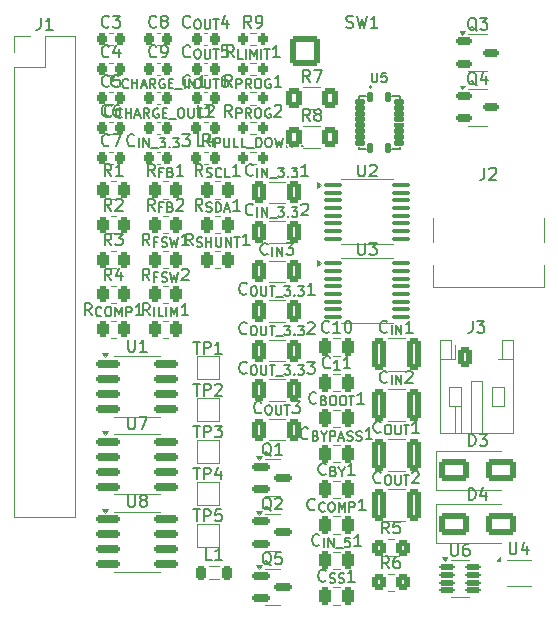
<source format=gbr>
%TF.GenerationSoftware,KiCad,Pcbnew,9.0.0*%
%TF.CreationDate,2025-03-28T14:04:11+02:00*%
%TF.ProjectId,,58585858-5858-4585-9858-585858585858,rev?*%
%TF.SameCoordinates,Original*%
%TF.FileFunction,Legend,Top*%
%TF.FilePolarity,Positive*%
%FSLAX46Y46*%
G04 Gerber Fmt 4.6, Leading zero omitted, Abs format (unit mm)*
G04 Created by KiCad (PCBNEW 9.0.0) date 2025-03-28 14:04:11*
%MOMM*%
%LPD*%
G01*
G04 APERTURE LIST*
G04 Aperture macros list*
%AMRoundRect*
0 Rectangle with rounded corners*
0 $1 Rounding radius*
0 $2 $3 $4 $5 $6 $7 $8 $9 X,Y pos of 4 corners*
0 Add a 4 corners polygon primitive as box body*
4,1,4,$2,$3,$4,$5,$6,$7,$8,$9,$2,$3,0*
0 Add four circle primitives for the rounded corners*
1,1,$1+$1,$2,$3*
1,1,$1+$1,$4,$5*
1,1,$1+$1,$6,$7*
1,1,$1+$1,$8,$9*
0 Add four rect primitives between the rounded corners*
20,1,$1+$1,$2,$3,$4,$5,0*
20,1,$1+$1,$4,$5,$6,$7,0*
20,1,$1+$1,$6,$7,$8,$9,0*
20,1,$1+$1,$8,$9,$2,$3,0*%
%AMFreePoly0*
4,1,505,-0.203634,2.555678,-0.202053,2.555421,-0.199231,2.554726,-0.198634,2.554678,-0.197053,2.554421,-0.194231,2.553726,-0.193634,2.553678,-0.192053,2.553421,-0.176164,2.549509,-0.173164,2.548509,-0.166423,2.545994,-0.165768,2.545723,-0.159148,2.542704,-0.157464,2.541862,-0.157608,2.541572,-0.146835,2.536534,-0.144880,2.535327,-0.140541,2.531895,-0.136165,2.529249,-0.134865,2.528313,
-0.133109,2.526820,-0.132165,2.526249,-0.130865,2.525313,-0.118339,2.514661,-0.110339,2.506661,-0.099687,2.494135,-0.098751,2.492835,-0.098179,2.491890,-0.096687,2.490135,-0.095751,2.488835,-0.093104,2.484458,-0.089673,2.480120,-0.088466,2.478165,-0.083427,2.467391,-0.083138,2.467536,-0.082296,2.465852,-0.079277,2.459232,-0.079006,2.458577,-0.076491,2.451836,-0.075491,2.448836,
-0.071579,2.432947,-0.071322,2.431366,-0.071273,2.430768,-0.070579,2.427947,-0.070322,2.426366,-0.070273,2.425768,-0.069579,2.422947,-0.069322,2.421366,-0.068000,2.405000,-0.068000,2.032000,0.068000,2.032000,0.068000,2.405000,0.069322,2.421366,0.069579,2.422947,0.070273,2.425768,0.070322,2.426366,0.070579,2.427947,0.071273,2.430768,0.071322,2.431366,0.071579,2.432947,
0.075491,2.448836,0.076491,2.451836,0.079006,2.458577,0.079277,2.459232,0.082296,2.465852,0.083138,2.467536,0.083427,2.467391,0.088466,2.478165,0.089673,2.480120,0.093104,2.484458,0.095751,2.488835,0.096687,2.490135,0.098179,2.491890,0.098751,2.492835,0.099687,2.494135,0.110339,2.506661,0.118339,2.514661,0.130865,2.525313,0.132165,2.526249,0.133109,2.526820,
0.134865,2.528313,0.136165,2.529249,0.140541,2.531895,0.144880,2.535327,0.146835,2.536534,0.157608,2.541572,0.157464,2.541862,0.159148,2.542704,0.165768,2.545723,0.166423,2.545994,0.173164,2.548509,0.176164,2.549509,0.192053,2.553421,0.193634,2.553678,0.194231,2.553726,0.197053,2.554421,0.198634,2.554678,0.199231,2.554726,0.202053,2.555421,0.203634,2.555678,
0.220000,2.557000,0.330000,2.557000,0.346366,2.555678,0.347947,2.555421,0.350768,2.554726,0.351366,2.554678,0.352947,2.554421,0.355768,2.553726,0.356366,2.553678,0.357947,2.553421,0.373836,2.549509,0.376836,2.548509,0.383577,2.545994,0.384232,2.545723,0.390852,2.542704,0.392536,2.541862,0.392391,2.541572,0.403165,2.536534,0.405120,2.535327,0.409458,2.531895,
0.413835,2.529249,0.415135,2.528313,0.416890,2.526820,0.417835,2.526249,0.419135,2.525313,0.431661,2.514661,0.439661,2.506661,0.450313,2.494135,0.451249,2.492835,0.451820,2.491890,0.453313,2.490135,0.454249,2.488835,0.456895,2.484458,0.460327,2.480120,0.461534,2.478165,0.466572,2.467391,0.466862,2.467536,0.467704,2.465852,0.470723,2.459232,0.470994,2.458577,
0.473509,2.451836,0.474509,2.448836,0.478421,2.432947,0.478678,2.431366,0.478726,2.430768,0.479421,2.427947,0.479678,2.426366,0.479726,2.425768,0.480421,2.422947,0.480678,2.421366,0.482000,2.405000,0.482000,1.632000,0.980000,1.632000,0.996366,1.630678,0.997947,1.630421,1.000768,1.629726,1.001366,1.629678,1.002947,1.629421,1.005768,1.628726,1.006366,1.628678,
1.007947,1.628421,1.013719,1.627000,1.025000,1.627000,1.084954,1.607520,1.122008,1.556520,1.127000,1.525000,1.127000,1.513718,1.128421,1.507947,1.128678,1.506366,1.128726,1.505768,1.129421,1.502947,1.129678,1.501366,1.129726,1.500768,1.130421,1.497947,1.130678,1.496366,1.132000,1.480000,1.132000,-1.480000,1.130678,-1.496366,1.130421,-1.497947,1.129726,-1.500768,
1.129678,-1.501366,1.129421,-1.502947,1.128726,-1.505768,1.128678,-1.506366,1.128421,-1.507947,1.127000,-1.513718,1.127000,-1.525000,1.107520,-1.584954,1.056520,-1.622008,1.025000,-1.627000,1.013719,-1.627000,1.007947,-1.628421,1.006366,-1.628678,1.005768,-1.628726,1.002947,-1.629421,1.001366,-1.629678,1.000768,-1.629726,0.997947,-1.630421,0.996366,-1.630678,0.980000,-1.632000,
0.482000,-1.632000,0.482000,-2.405000,0.480678,-2.421366,0.480421,-2.422947,0.479726,-2.425768,0.479678,-2.426366,0.479421,-2.427947,0.478726,-2.430768,0.478678,-2.431366,0.478421,-2.432947,0.474509,-2.448836,0.473509,-2.451836,0.470994,-2.458577,0.470723,-2.459232,0.467704,-2.465852,0.466862,-2.467536,0.466572,-2.467391,0.461534,-2.478165,0.460327,-2.480120,0.456895,-2.484458,
0.454249,-2.488835,0.453313,-2.490135,0.451820,-2.491890,0.451249,-2.492835,0.450313,-2.494135,0.439661,-2.506661,0.431661,-2.514661,0.419135,-2.525313,0.417835,-2.526249,0.416890,-2.526820,0.415135,-2.528313,0.413835,-2.529249,0.409458,-2.531895,0.405120,-2.535327,0.403165,-2.536534,0.392391,-2.541572,0.392536,-2.541862,0.390852,-2.542704,0.384232,-2.545723,0.383577,-2.545994,
0.376836,-2.548509,0.373836,-2.549509,0.357947,-2.553421,0.356366,-2.553678,0.355768,-2.553726,0.352947,-2.554421,0.351366,-2.554678,0.350768,-2.554726,0.347947,-2.555421,0.346366,-2.555678,0.330000,-2.557000,0.220000,-2.557000,0.203634,-2.555678,0.202053,-2.555421,0.199231,-2.554726,0.198634,-2.554678,0.197053,-2.554421,0.194231,-2.553726,0.193634,-2.553678,0.192053,-2.553421,
0.176164,-2.549509,0.173164,-2.548509,0.166423,-2.545994,0.165768,-2.545723,0.159148,-2.542704,0.157464,-2.541862,0.157608,-2.541572,0.146835,-2.536534,0.144880,-2.535327,0.140541,-2.531895,0.136165,-2.529249,0.134865,-2.528313,0.133109,-2.526820,0.132165,-2.526249,0.130865,-2.525313,0.118339,-2.514661,0.110339,-2.506661,0.099687,-2.494135,0.098751,-2.492835,0.098179,-2.491890,
0.096687,-2.490135,0.095751,-2.488835,0.093104,-2.484458,0.089673,-2.480120,0.088466,-2.478165,0.083427,-2.467391,0.083138,-2.467536,0.082296,-2.465852,0.079277,-2.459232,0.079006,-2.458577,0.076491,-2.451836,0.075491,-2.448836,0.071579,-2.432947,0.071322,-2.431366,0.071273,-2.430768,0.070579,-2.427947,0.070322,-2.426366,0.070273,-2.425768,0.069579,-2.422947,0.069322,-2.421366,
0.068000,-2.405000,0.068000,-2.032000,-0.068000,-2.032000,-0.068000,-2.405000,-0.069322,-2.421366,-0.069579,-2.422947,-0.070273,-2.425768,-0.070322,-2.426366,-0.070579,-2.427947,-0.071273,-2.430768,-0.071322,-2.431366,-0.071579,-2.432947,-0.075491,-2.448836,-0.076491,-2.451836,-0.079006,-2.458577,-0.079277,-2.459232,-0.082296,-2.465852,-0.083138,-2.467536,-0.083427,-2.467391,-0.088466,-2.478165,
-0.089673,-2.480120,-0.093104,-2.484458,-0.095751,-2.488835,-0.096687,-2.490135,-0.098179,-2.491890,-0.098751,-2.492835,-0.099687,-2.494135,-0.110339,-2.506661,-0.118339,-2.514661,-0.130865,-2.525313,-0.132165,-2.526249,-0.133109,-2.526820,-0.134865,-2.528313,-0.136165,-2.529249,-0.140541,-2.531895,-0.144880,-2.535327,-0.146835,-2.536534,-0.157608,-2.541572,-0.157464,-2.541862,-0.159148,-2.542704,
-0.165768,-2.545723,-0.166423,-2.545994,-0.173164,-2.548509,-0.176164,-2.549509,-0.192053,-2.553421,-0.193634,-2.553678,-0.194231,-2.553726,-0.197053,-2.554421,-0.198634,-2.554678,-0.199231,-2.554726,-0.202053,-2.555421,-0.203634,-2.555678,-0.220000,-2.557000,-0.330000,-2.557000,-0.346366,-2.555678,-0.347947,-2.555421,-0.350768,-2.554726,-0.351366,-2.554678,-0.352947,-2.554421,-0.355768,-2.553726,
-0.356366,-2.553678,-0.357947,-2.553421,-0.373836,-2.549509,-0.376836,-2.548509,-0.383577,-2.545994,-0.384232,-2.545723,-0.390852,-2.542704,-0.392536,-2.541862,-0.392391,-2.541572,-0.403165,-2.536534,-0.405120,-2.535327,-0.409458,-2.531895,-0.413835,-2.529249,-0.415135,-2.528313,-0.416890,-2.526820,-0.417835,-2.526249,-0.419135,-2.525313,-0.431661,-2.514661,-0.439661,-2.506661,-0.450313,-2.494135,
-0.451249,-2.492835,-0.451820,-2.491890,-0.453313,-2.490135,-0.454249,-2.488835,-0.456895,-2.484458,-0.460327,-2.480120,-0.461534,-2.478165,-0.466572,-2.467391,-0.466862,-2.467536,-0.467704,-2.465852,-0.470723,-2.459232,-0.470994,-2.458577,-0.473509,-2.451836,-0.474509,-2.448836,-0.478421,-2.432947,-0.478678,-2.431366,-0.478726,-2.430768,-0.479421,-2.427947,-0.479678,-2.426366,-0.479726,-2.425768,
-0.480421,-2.422947,-0.480678,-2.421366,-0.482000,-2.405000,-0.482000,-1.632000,-0.980000,-1.632000,-0.996366,-1.630678,-0.997947,-1.630421,-1.000768,-1.629726,-1.001366,-1.629678,-1.002947,-1.629421,-1.005768,-1.628726,-1.006366,-1.628678,-1.007947,-1.628421,-1.013719,-1.627000,-1.025000,-1.627000,-1.084954,-1.607520,-1.122008,-1.556520,-1.127000,-1.525000,-1.127000,-1.513718,-1.128421,-1.507947,
-1.128678,-1.506366,-1.128726,-1.505768,-1.129421,-1.502947,-1.129678,-1.501366,-1.129726,-1.500768,-1.130421,-1.497947,-1.130678,-1.496366,-1.132000,-1.480000,-1.132000,1.480000,-1.130678,1.496366,-1.130421,1.497947,-1.129726,1.500768,-1.129678,1.501366,-1.129421,1.502947,-1.128726,1.505768,-1.128678,1.506366,-1.128421,1.507947,-1.127000,1.513718,-1.127000,1.525000,-1.107520,1.584954,
-1.056520,1.622008,-1.025000,1.627000,-1.013719,1.627000,-1.007947,1.628421,-1.006366,1.628678,-1.005768,1.628726,-1.002947,1.629421,-1.001366,1.629678,-1.000768,1.629726,-0.997947,1.630421,-0.996366,1.630678,-0.980000,1.632000,-0.482000,1.632000,-0.482000,2.405000,-0.480678,2.421366,-0.480421,2.422947,-0.479726,2.425768,-0.479678,2.426366,-0.479421,2.427947,-0.478726,2.430768,
-0.478678,2.431366,-0.478421,2.432947,-0.474509,2.448836,-0.473509,2.451836,-0.470994,2.458577,-0.470723,2.459232,-0.467704,2.465852,-0.466862,2.467536,-0.466572,2.467391,-0.461534,2.478165,-0.460327,2.480120,-0.456895,2.484458,-0.454249,2.488835,-0.453313,2.490135,-0.451820,2.491890,-0.451249,2.492835,-0.450313,2.494135,-0.439661,2.506661,-0.431661,2.514661,-0.419135,2.525313,
-0.417835,2.526249,-0.416890,2.526820,-0.415135,2.528313,-0.413835,2.529249,-0.409458,2.531895,-0.405120,2.535327,-0.403165,2.536534,-0.392391,2.541572,-0.392536,2.541862,-0.390852,2.542704,-0.384232,2.545723,-0.383577,2.545994,-0.376836,2.548509,-0.373836,2.549509,-0.357947,2.553421,-0.356366,2.553678,-0.355768,2.553726,-0.352947,2.554421,-0.351366,2.554678,-0.350768,2.554726,
-0.347947,2.555421,-0.346366,2.555678,-0.330000,2.557000,-0.220000,2.557000,-0.203634,2.555678,-0.203634,2.555678,$1*%
G04 Aperture macros list end*
%ADD10C,0.150000*%
%ADD11C,0.120000*%
%ADD12C,0.127000*%
%ADD13C,0.200000*%
%ADD14C,0.010000*%
%ADD15RoundRect,0.150000X-0.825000X-0.150000X0.825000X-0.150000X0.825000X0.150000X-0.825000X0.150000X0*%
%ADD16RoundRect,0.125000X-0.537500X-0.125000X0.537500X-0.125000X0.537500X0.125000X-0.537500X0.125000X0*%
%ADD17RoundRect,0.093240X-0.128760X-0.308760X0.128760X-0.308760X0.128760X0.308760X-0.128760X0.308760X0*%
%ADD18RoundRect,0.093240X-0.308760X-0.128760X0.308760X-0.128760X0.308760X0.128760X-0.308760X0.128760X0*%
%ADD19FreePoly0,0.000000*%
%ADD20C,0.504000*%
%ADD21R,0.650000X0.350000*%
%ADD22R,1.000000X1.600000*%
%ADD23R,2.460000X2.310000*%
%ADD24RoundRect,0.100000X-0.687500X-0.100000X0.687500X-0.100000X0.687500X0.100000X-0.687500X0.100000X0*%
%ADD25R,2.410000X3.300000*%
%ADD26R,1.500000X1.500000*%
%ADD27RoundRect,0.249999X-1.025001X-1.025001X1.025001X-1.025001X1.025001X1.025001X-1.025001X1.025001X0*%
%ADD28C,2.550000*%
%ADD29RoundRect,0.250000X-0.262500X-0.450000X0.262500X-0.450000X0.262500X0.450000X-0.262500X0.450000X0*%
%ADD30RoundRect,0.200000X-0.200000X-0.275000X0.200000X-0.275000X0.200000X0.275000X-0.200000X0.275000X0*%
%ADD31RoundRect,0.250000X-0.400000X-0.625000X0.400000X-0.625000X0.400000X0.625000X-0.400000X0.625000X0*%
%ADD32RoundRect,0.250000X-0.350000X-0.450000X0.350000X-0.450000X0.350000X0.450000X-0.350000X0.450000X0*%
%ADD33RoundRect,0.150000X-0.587500X-0.150000X0.587500X-0.150000X0.587500X0.150000X-0.587500X0.150000X0*%
%ADD34RoundRect,0.150000X-0.512500X-0.150000X0.512500X-0.150000X0.512500X0.150000X-0.512500X0.150000X0*%
%ADD35RoundRect,0.218750X-0.218750X-0.256250X0.218750X-0.256250X0.218750X0.256250X-0.218750X0.256250X0*%
%ADD36RoundRect,0.218750X-0.218750X-0.381250X0.218750X-0.381250X0.218750X0.381250X-0.218750X0.381250X0*%
%ADD37RoundRect,0.250000X-0.350000X-0.625000X0.350000X-0.625000X0.350000X0.625000X-0.350000X0.625000X0*%
%ADD38O,1.200000X1.750000*%
%ADD39C,0.650000*%
%ADD40R,0.600000X1.450000*%
%ADD41R,0.300000X1.450000*%
%ADD42O,1.000000X2.100000*%
%ADD43O,1.000000X1.600000*%
%ADD44R,1.700000X1.700000*%
%ADD45O,1.700000X1.700000*%
%ADD46RoundRect,0.250000X-1.000000X-0.650000X1.000000X-0.650000X1.000000X0.650000X-1.000000X0.650000X0*%
%ADD47RoundRect,0.250000X-0.250000X-0.475000X0.250000X-0.475000X0.250000X0.475000X-0.250000X0.475000X0*%
%ADD48RoundRect,0.225000X-0.225000X-0.250000X0.225000X-0.250000X0.225000X0.250000X-0.225000X0.250000X0*%
%ADD49RoundRect,0.250000X-0.325000X-0.650000X0.325000X-0.650000X0.325000X0.650000X-0.325000X0.650000X0*%
%ADD50RoundRect,0.250000X-0.325000X-1.100000X0.325000X-1.100000X0.325000X1.100000X-0.325000X1.100000X0*%
G04 APERTURE END LIST*
D10*
X146508095Y-103974819D02*
X146508095Y-104784342D01*
X146508095Y-104784342D02*
X146555714Y-104879580D01*
X146555714Y-104879580D02*
X146603333Y-104927200D01*
X146603333Y-104927200D02*
X146698571Y-104974819D01*
X146698571Y-104974819D02*
X146889047Y-104974819D01*
X146889047Y-104974819D02*
X146984285Y-104927200D01*
X146984285Y-104927200D02*
X147031904Y-104879580D01*
X147031904Y-104879580D02*
X147079523Y-104784342D01*
X147079523Y-104784342D02*
X147079523Y-103974819D01*
X147698571Y-104403390D02*
X147603333Y-104355771D01*
X147603333Y-104355771D02*
X147555714Y-104308152D01*
X147555714Y-104308152D02*
X147508095Y-104212914D01*
X147508095Y-104212914D02*
X147508095Y-104165295D01*
X147508095Y-104165295D02*
X147555714Y-104070057D01*
X147555714Y-104070057D02*
X147603333Y-104022438D01*
X147603333Y-104022438D02*
X147698571Y-103974819D01*
X147698571Y-103974819D02*
X147889047Y-103974819D01*
X147889047Y-103974819D02*
X147984285Y-104022438D01*
X147984285Y-104022438D02*
X148031904Y-104070057D01*
X148031904Y-104070057D02*
X148079523Y-104165295D01*
X148079523Y-104165295D02*
X148079523Y-104212914D01*
X148079523Y-104212914D02*
X148031904Y-104308152D01*
X148031904Y-104308152D02*
X147984285Y-104355771D01*
X147984285Y-104355771D02*
X147889047Y-104403390D01*
X147889047Y-104403390D02*
X147698571Y-104403390D01*
X147698571Y-104403390D02*
X147603333Y-104451009D01*
X147603333Y-104451009D02*
X147555714Y-104498628D01*
X147555714Y-104498628D02*
X147508095Y-104593866D01*
X147508095Y-104593866D02*
X147508095Y-104784342D01*
X147508095Y-104784342D02*
X147555714Y-104879580D01*
X147555714Y-104879580D02*
X147603333Y-104927200D01*
X147603333Y-104927200D02*
X147698571Y-104974819D01*
X147698571Y-104974819D02*
X147889047Y-104974819D01*
X147889047Y-104974819D02*
X147984285Y-104927200D01*
X147984285Y-104927200D02*
X148031904Y-104879580D01*
X148031904Y-104879580D02*
X148079523Y-104784342D01*
X148079523Y-104784342D02*
X148079523Y-104593866D01*
X148079523Y-104593866D02*
X148031904Y-104498628D01*
X148031904Y-104498628D02*
X147984285Y-104451009D01*
X147984285Y-104451009D02*
X147889047Y-104403390D01*
X146508095Y-97394819D02*
X146508095Y-98204342D01*
X146508095Y-98204342D02*
X146555714Y-98299580D01*
X146555714Y-98299580D02*
X146603333Y-98347200D01*
X146603333Y-98347200D02*
X146698571Y-98394819D01*
X146698571Y-98394819D02*
X146889047Y-98394819D01*
X146889047Y-98394819D02*
X146984285Y-98347200D01*
X146984285Y-98347200D02*
X147031904Y-98299580D01*
X147031904Y-98299580D02*
X147079523Y-98204342D01*
X147079523Y-98204342D02*
X147079523Y-97394819D01*
X147460476Y-97394819D02*
X148127142Y-97394819D01*
X148127142Y-97394819D02*
X147698571Y-98394819D01*
X173838095Y-108114819D02*
X173838095Y-108924342D01*
X173838095Y-108924342D02*
X173885714Y-109019580D01*
X173885714Y-109019580D02*
X173933333Y-109067200D01*
X173933333Y-109067200D02*
X174028571Y-109114819D01*
X174028571Y-109114819D02*
X174219047Y-109114819D01*
X174219047Y-109114819D02*
X174314285Y-109067200D01*
X174314285Y-109067200D02*
X174361904Y-109019580D01*
X174361904Y-109019580D02*
X174409523Y-108924342D01*
X174409523Y-108924342D02*
X174409523Y-108114819D01*
X175314285Y-108114819D02*
X175123809Y-108114819D01*
X175123809Y-108114819D02*
X175028571Y-108162438D01*
X175028571Y-108162438D02*
X174980952Y-108210057D01*
X174980952Y-108210057D02*
X174885714Y-108352914D01*
X174885714Y-108352914D02*
X174838095Y-108543390D01*
X174838095Y-108543390D02*
X174838095Y-108924342D01*
X174838095Y-108924342D02*
X174885714Y-109019580D01*
X174885714Y-109019580D02*
X174933333Y-109067200D01*
X174933333Y-109067200D02*
X175028571Y-109114819D01*
X175028571Y-109114819D02*
X175219047Y-109114819D01*
X175219047Y-109114819D02*
X175314285Y-109067200D01*
X175314285Y-109067200D02*
X175361904Y-109019580D01*
X175361904Y-109019580D02*
X175409523Y-108924342D01*
X175409523Y-108924342D02*
X175409523Y-108686247D01*
X175409523Y-108686247D02*
X175361904Y-108591009D01*
X175361904Y-108591009D02*
X175314285Y-108543390D01*
X175314285Y-108543390D02*
X175219047Y-108495771D01*
X175219047Y-108495771D02*
X175028571Y-108495771D01*
X175028571Y-108495771D02*
X174933333Y-108543390D01*
X174933333Y-108543390D02*
X174885714Y-108591009D01*
X174885714Y-108591009D02*
X174838095Y-108686247D01*
X167149348Y-68210510D02*
X167149348Y-68859327D01*
X167149348Y-68859327D02*
X167187514Y-68935659D01*
X167187514Y-68935659D02*
X167225680Y-68973825D01*
X167225680Y-68973825D02*
X167302011Y-69011990D01*
X167302011Y-69011990D02*
X167454674Y-69011990D01*
X167454674Y-69011990D02*
X167531005Y-68973825D01*
X167531005Y-68973825D02*
X167569171Y-68935659D01*
X167569171Y-68935659D02*
X167607337Y-68859327D01*
X167607337Y-68859327D02*
X167607337Y-68210510D01*
X168370651Y-68210510D02*
X167988994Y-68210510D01*
X167988994Y-68210510D02*
X167950828Y-68592167D01*
X167950828Y-68592167D02*
X167988994Y-68554002D01*
X167988994Y-68554002D02*
X168065326Y-68515836D01*
X168065326Y-68515836D02*
X168256154Y-68515836D01*
X168256154Y-68515836D02*
X168332486Y-68554002D01*
X168332486Y-68554002D02*
X168370651Y-68592167D01*
X168370651Y-68592167D02*
X168408817Y-68668499D01*
X168408817Y-68668499D02*
X168408817Y-68859327D01*
X168408817Y-68859327D02*
X168370651Y-68935659D01*
X168370651Y-68935659D02*
X168332486Y-68973825D01*
X168332486Y-68973825D02*
X168256154Y-69011990D01*
X168256154Y-69011990D02*
X168065326Y-69011990D01*
X168065326Y-69011990D02*
X167988994Y-68973825D01*
X167988994Y-68973825D02*
X167950828Y-68935659D01*
X178813095Y-107964819D02*
X178813095Y-108774342D01*
X178813095Y-108774342D02*
X178860714Y-108869580D01*
X178860714Y-108869580D02*
X178908333Y-108917200D01*
X178908333Y-108917200D02*
X179003571Y-108964819D01*
X179003571Y-108964819D02*
X179194047Y-108964819D01*
X179194047Y-108964819D02*
X179289285Y-108917200D01*
X179289285Y-108917200D02*
X179336904Y-108869580D01*
X179336904Y-108869580D02*
X179384523Y-108774342D01*
X179384523Y-108774342D02*
X179384523Y-107964819D01*
X180289285Y-108298152D02*
X180289285Y-108964819D01*
X180051190Y-107917200D02*
X179813095Y-108631485D01*
X179813095Y-108631485D02*
X180432142Y-108631485D01*
X165963095Y-82619819D02*
X165963095Y-83429342D01*
X165963095Y-83429342D02*
X166010714Y-83524580D01*
X166010714Y-83524580D02*
X166058333Y-83572200D01*
X166058333Y-83572200D02*
X166153571Y-83619819D01*
X166153571Y-83619819D02*
X166344047Y-83619819D01*
X166344047Y-83619819D02*
X166439285Y-83572200D01*
X166439285Y-83572200D02*
X166486904Y-83524580D01*
X166486904Y-83524580D02*
X166534523Y-83429342D01*
X166534523Y-83429342D02*
X166534523Y-82619819D01*
X166915476Y-82619819D02*
X167534523Y-82619819D01*
X167534523Y-82619819D02*
X167201190Y-83000771D01*
X167201190Y-83000771D02*
X167344047Y-83000771D01*
X167344047Y-83000771D02*
X167439285Y-83048390D01*
X167439285Y-83048390D02*
X167486904Y-83096009D01*
X167486904Y-83096009D02*
X167534523Y-83191247D01*
X167534523Y-83191247D02*
X167534523Y-83429342D01*
X167534523Y-83429342D02*
X167486904Y-83524580D01*
X167486904Y-83524580D02*
X167439285Y-83572200D01*
X167439285Y-83572200D02*
X167344047Y-83619819D01*
X167344047Y-83619819D02*
X167058333Y-83619819D01*
X167058333Y-83619819D02*
X166963095Y-83572200D01*
X166963095Y-83572200D02*
X166915476Y-83524580D01*
X165963095Y-75979819D02*
X165963095Y-76789342D01*
X165963095Y-76789342D02*
X166010714Y-76884580D01*
X166010714Y-76884580D02*
X166058333Y-76932200D01*
X166058333Y-76932200D02*
X166153571Y-76979819D01*
X166153571Y-76979819D02*
X166344047Y-76979819D01*
X166344047Y-76979819D02*
X166439285Y-76932200D01*
X166439285Y-76932200D02*
X166486904Y-76884580D01*
X166486904Y-76884580D02*
X166534523Y-76789342D01*
X166534523Y-76789342D02*
X166534523Y-75979819D01*
X166963095Y-76075057D02*
X167010714Y-76027438D01*
X167010714Y-76027438D02*
X167105952Y-75979819D01*
X167105952Y-75979819D02*
X167344047Y-75979819D01*
X167344047Y-75979819D02*
X167439285Y-76027438D01*
X167439285Y-76027438D02*
X167486904Y-76075057D01*
X167486904Y-76075057D02*
X167534523Y-76170295D01*
X167534523Y-76170295D02*
X167534523Y-76265533D01*
X167534523Y-76265533D02*
X167486904Y-76408390D01*
X167486904Y-76408390D02*
X166915476Y-76979819D01*
X166915476Y-76979819D02*
X167534523Y-76979819D01*
X146508095Y-90814819D02*
X146508095Y-91624342D01*
X146508095Y-91624342D02*
X146555714Y-91719580D01*
X146555714Y-91719580D02*
X146603333Y-91767200D01*
X146603333Y-91767200D02*
X146698571Y-91814819D01*
X146698571Y-91814819D02*
X146889047Y-91814819D01*
X146889047Y-91814819D02*
X146984285Y-91767200D01*
X146984285Y-91767200D02*
X147031904Y-91719580D01*
X147031904Y-91719580D02*
X147079523Y-91624342D01*
X147079523Y-91624342D02*
X147079523Y-90814819D01*
X148079523Y-91814819D02*
X147508095Y-91814819D01*
X147793809Y-91814819D02*
X147793809Y-90814819D01*
X147793809Y-90814819D02*
X147698571Y-90957676D01*
X147698571Y-90957676D02*
X147603333Y-91052914D01*
X147603333Y-91052914D02*
X147508095Y-91100533D01*
X152008095Y-105186819D02*
X152579523Y-105186819D01*
X152293809Y-106186819D02*
X152293809Y-105186819D01*
X152912857Y-106186819D02*
X152912857Y-105186819D01*
X152912857Y-105186819D02*
X153293809Y-105186819D01*
X153293809Y-105186819D02*
X153389047Y-105234438D01*
X153389047Y-105234438D02*
X153436666Y-105282057D01*
X153436666Y-105282057D02*
X153484285Y-105377295D01*
X153484285Y-105377295D02*
X153484285Y-105520152D01*
X153484285Y-105520152D02*
X153436666Y-105615390D01*
X153436666Y-105615390D02*
X153389047Y-105663009D01*
X153389047Y-105663009D02*
X153293809Y-105710628D01*
X153293809Y-105710628D02*
X152912857Y-105710628D01*
X154389047Y-105186819D02*
X153912857Y-105186819D01*
X153912857Y-105186819D02*
X153865238Y-105663009D01*
X153865238Y-105663009D02*
X153912857Y-105615390D01*
X153912857Y-105615390D02*
X154008095Y-105567771D01*
X154008095Y-105567771D02*
X154246190Y-105567771D01*
X154246190Y-105567771D02*
X154341428Y-105615390D01*
X154341428Y-105615390D02*
X154389047Y-105663009D01*
X154389047Y-105663009D02*
X154436666Y-105758247D01*
X154436666Y-105758247D02*
X154436666Y-105996342D01*
X154436666Y-105996342D02*
X154389047Y-106091580D01*
X154389047Y-106091580D02*
X154341428Y-106139200D01*
X154341428Y-106139200D02*
X154246190Y-106186819D01*
X154246190Y-106186819D02*
X154008095Y-106186819D01*
X154008095Y-106186819D02*
X153912857Y-106139200D01*
X153912857Y-106139200D02*
X153865238Y-106091580D01*
X152008095Y-101636819D02*
X152579523Y-101636819D01*
X152293809Y-102636819D02*
X152293809Y-101636819D01*
X152912857Y-102636819D02*
X152912857Y-101636819D01*
X152912857Y-101636819D02*
X153293809Y-101636819D01*
X153293809Y-101636819D02*
X153389047Y-101684438D01*
X153389047Y-101684438D02*
X153436666Y-101732057D01*
X153436666Y-101732057D02*
X153484285Y-101827295D01*
X153484285Y-101827295D02*
X153484285Y-101970152D01*
X153484285Y-101970152D02*
X153436666Y-102065390D01*
X153436666Y-102065390D02*
X153389047Y-102113009D01*
X153389047Y-102113009D02*
X153293809Y-102160628D01*
X153293809Y-102160628D02*
X152912857Y-102160628D01*
X154341428Y-101970152D02*
X154341428Y-102636819D01*
X154103333Y-101589200D02*
X153865238Y-102303485D01*
X153865238Y-102303485D02*
X154484285Y-102303485D01*
X152008095Y-98086819D02*
X152579523Y-98086819D01*
X152293809Y-99086819D02*
X152293809Y-98086819D01*
X152912857Y-99086819D02*
X152912857Y-98086819D01*
X152912857Y-98086819D02*
X153293809Y-98086819D01*
X153293809Y-98086819D02*
X153389047Y-98134438D01*
X153389047Y-98134438D02*
X153436666Y-98182057D01*
X153436666Y-98182057D02*
X153484285Y-98277295D01*
X153484285Y-98277295D02*
X153484285Y-98420152D01*
X153484285Y-98420152D02*
X153436666Y-98515390D01*
X153436666Y-98515390D02*
X153389047Y-98563009D01*
X153389047Y-98563009D02*
X153293809Y-98610628D01*
X153293809Y-98610628D02*
X152912857Y-98610628D01*
X153817619Y-98086819D02*
X154436666Y-98086819D01*
X154436666Y-98086819D02*
X154103333Y-98467771D01*
X154103333Y-98467771D02*
X154246190Y-98467771D01*
X154246190Y-98467771D02*
X154341428Y-98515390D01*
X154341428Y-98515390D02*
X154389047Y-98563009D01*
X154389047Y-98563009D02*
X154436666Y-98658247D01*
X154436666Y-98658247D02*
X154436666Y-98896342D01*
X154436666Y-98896342D02*
X154389047Y-98991580D01*
X154389047Y-98991580D02*
X154341428Y-99039200D01*
X154341428Y-99039200D02*
X154246190Y-99086819D01*
X154246190Y-99086819D02*
X153960476Y-99086819D01*
X153960476Y-99086819D02*
X153865238Y-99039200D01*
X153865238Y-99039200D02*
X153817619Y-98991580D01*
X152008095Y-94536819D02*
X152579523Y-94536819D01*
X152293809Y-95536819D02*
X152293809Y-94536819D01*
X152912857Y-95536819D02*
X152912857Y-94536819D01*
X152912857Y-94536819D02*
X153293809Y-94536819D01*
X153293809Y-94536819D02*
X153389047Y-94584438D01*
X153389047Y-94584438D02*
X153436666Y-94632057D01*
X153436666Y-94632057D02*
X153484285Y-94727295D01*
X153484285Y-94727295D02*
X153484285Y-94870152D01*
X153484285Y-94870152D02*
X153436666Y-94965390D01*
X153436666Y-94965390D02*
X153389047Y-95013009D01*
X153389047Y-95013009D02*
X153293809Y-95060628D01*
X153293809Y-95060628D02*
X152912857Y-95060628D01*
X153865238Y-94632057D02*
X153912857Y-94584438D01*
X153912857Y-94584438D02*
X154008095Y-94536819D01*
X154008095Y-94536819D02*
X154246190Y-94536819D01*
X154246190Y-94536819D02*
X154341428Y-94584438D01*
X154341428Y-94584438D02*
X154389047Y-94632057D01*
X154389047Y-94632057D02*
X154436666Y-94727295D01*
X154436666Y-94727295D02*
X154436666Y-94822533D01*
X154436666Y-94822533D02*
X154389047Y-94965390D01*
X154389047Y-94965390D02*
X153817619Y-95536819D01*
X153817619Y-95536819D02*
X154436666Y-95536819D01*
X152008095Y-90986819D02*
X152579523Y-90986819D01*
X152293809Y-91986819D02*
X152293809Y-90986819D01*
X152912857Y-91986819D02*
X152912857Y-90986819D01*
X152912857Y-90986819D02*
X153293809Y-90986819D01*
X153293809Y-90986819D02*
X153389047Y-91034438D01*
X153389047Y-91034438D02*
X153436666Y-91082057D01*
X153436666Y-91082057D02*
X153484285Y-91177295D01*
X153484285Y-91177295D02*
X153484285Y-91320152D01*
X153484285Y-91320152D02*
X153436666Y-91415390D01*
X153436666Y-91415390D02*
X153389047Y-91463009D01*
X153389047Y-91463009D02*
X153293809Y-91510628D01*
X153293809Y-91510628D02*
X152912857Y-91510628D01*
X154436666Y-91986819D02*
X153865238Y-91986819D01*
X154150952Y-91986819D02*
X154150952Y-90986819D01*
X154150952Y-90986819D02*
X154055714Y-91129676D01*
X154055714Y-91129676D02*
X153960476Y-91224914D01*
X153960476Y-91224914D02*
X153865238Y-91272533D01*
X164976667Y-64347200D02*
X165119524Y-64394819D01*
X165119524Y-64394819D02*
X165357619Y-64394819D01*
X165357619Y-64394819D02*
X165452857Y-64347200D01*
X165452857Y-64347200D02*
X165500476Y-64299580D01*
X165500476Y-64299580D02*
X165548095Y-64204342D01*
X165548095Y-64204342D02*
X165548095Y-64109104D01*
X165548095Y-64109104D02*
X165500476Y-64013866D01*
X165500476Y-64013866D02*
X165452857Y-63966247D01*
X165452857Y-63966247D02*
X165357619Y-63918628D01*
X165357619Y-63918628D02*
X165167143Y-63871009D01*
X165167143Y-63871009D02*
X165071905Y-63823390D01*
X165071905Y-63823390D02*
X165024286Y-63775771D01*
X165024286Y-63775771D02*
X164976667Y-63680533D01*
X164976667Y-63680533D02*
X164976667Y-63585295D01*
X164976667Y-63585295D02*
X165024286Y-63490057D01*
X165024286Y-63490057D02*
X165071905Y-63442438D01*
X165071905Y-63442438D02*
X165167143Y-63394819D01*
X165167143Y-63394819D02*
X165405238Y-63394819D01*
X165405238Y-63394819D02*
X165548095Y-63442438D01*
X165881429Y-63394819D02*
X166119524Y-64394819D01*
X166119524Y-64394819D02*
X166310000Y-63680533D01*
X166310000Y-63680533D02*
X166500476Y-64394819D01*
X166500476Y-64394819D02*
X166738572Y-63394819D01*
X167643333Y-64394819D02*
X167071905Y-64394819D01*
X167357619Y-64394819D02*
X167357619Y-63394819D01*
X167357619Y-63394819D02*
X167262381Y-63537676D01*
X167262381Y-63537676D02*
X167167143Y-63632914D01*
X167167143Y-63632914D02*
X167071905Y-63680533D01*
X151960476Y-82834819D02*
X151627143Y-82358628D01*
X151389048Y-82834819D02*
X151389048Y-81834819D01*
X151389048Y-81834819D02*
X151770000Y-81834819D01*
X151770000Y-81834819D02*
X151865238Y-81882438D01*
X151865238Y-81882438D02*
X151912857Y-81930057D01*
X151912857Y-81930057D02*
X151960476Y-82025295D01*
X151960476Y-82025295D02*
X151960476Y-82168152D01*
X151960476Y-82168152D02*
X151912857Y-82263390D01*
X151912857Y-82263390D02*
X151865238Y-82311009D01*
X151865238Y-82311009D02*
X151770000Y-82358628D01*
X151770000Y-82358628D02*
X151389048Y-82358628D01*
X152303333Y-82907200D02*
X152417619Y-82945295D01*
X152417619Y-82945295D02*
X152608095Y-82945295D01*
X152608095Y-82945295D02*
X152684286Y-82907200D01*
X152684286Y-82907200D02*
X152722381Y-82869104D01*
X152722381Y-82869104D02*
X152760476Y-82792914D01*
X152760476Y-82792914D02*
X152760476Y-82716723D01*
X152760476Y-82716723D02*
X152722381Y-82640533D01*
X152722381Y-82640533D02*
X152684286Y-82602438D01*
X152684286Y-82602438D02*
X152608095Y-82564342D01*
X152608095Y-82564342D02*
X152455714Y-82526247D01*
X152455714Y-82526247D02*
X152379524Y-82488152D01*
X152379524Y-82488152D02*
X152341429Y-82450057D01*
X152341429Y-82450057D02*
X152303333Y-82373866D01*
X152303333Y-82373866D02*
X152303333Y-82297676D01*
X152303333Y-82297676D02*
X152341429Y-82221485D01*
X152341429Y-82221485D02*
X152379524Y-82183390D01*
X152379524Y-82183390D02*
X152455714Y-82145295D01*
X152455714Y-82145295D02*
X152646191Y-82145295D01*
X152646191Y-82145295D02*
X152760476Y-82183390D01*
X153103334Y-82945295D02*
X153103334Y-82145295D01*
X153103334Y-82526247D02*
X153560477Y-82526247D01*
X153560477Y-82945295D02*
X153560477Y-82145295D01*
X153941429Y-82145295D02*
X153941429Y-82792914D01*
X153941429Y-82792914D02*
X153979524Y-82869104D01*
X153979524Y-82869104D02*
X154017619Y-82907200D01*
X154017619Y-82907200D02*
X154093810Y-82945295D01*
X154093810Y-82945295D02*
X154246191Y-82945295D01*
X154246191Y-82945295D02*
X154322381Y-82907200D01*
X154322381Y-82907200D02*
X154360476Y-82869104D01*
X154360476Y-82869104D02*
X154398572Y-82792914D01*
X154398572Y-82792914D02*
X154398572Y-82145295D01*
X154779524Y-82945295D02*
X154779524Y-82145295D01*
X154779524Y-82145295D02*
X155236667Y-82945295D01*
X155236667Y-82945295D02*
X155236667Y-82145295D01*
X155503333Y-82145295D02*
X155960476Y-82145295D01*
X155731904Y-82945295D02*
X155731904Y-82145295D01*
X156798571Y-82834819D02*
X156227143Y-82834819D01*
X156512857Y-82834819D02*
X156512857Y-81834819D01*
X156512857Y-81834819D02*
X156417619Y-81977676D01*
X156417619Y-81977676D02*
X156322381Y-82072914D01*
X156322381Y-82072914D02*
X156227143Y-82120533D01*
X152779523Y-79884819D02*
X152446190Y-79408628D01*
X152208095Y-79884819D02*
X152208095Y-78884819D01*
X152208095Y-78884819D02*
X152589047Y-78884819D01*
X152589047Y-78884819D02*
X152684285Y-78932438D01*
X152684285Y-78932438D02*
X152731904Y-78980057D01*
X152731904Y-78980057D02*
X152779523Y-79075295D01*
X152779523Y-79075295D02*
X152779523Y-79218152D01*
X152779523Y-79218152D02*
X152731904Y-79313390D01*
X152731904Y-79313390D02*
X152684285Y-79361009D01*
X152684285Y-79361009D02*
X152589047Y-79408628D01*
X152589047Y-79408628D02*
X152208095Y-79408628D01*
X153122380Y-79957200D02*
X153236666Y-79995295D01*
X153236666Y-79995295D02*
X153427142Y-79995295D01*
X153427142Y-79995295D02*
X153503333Y-79957200D01*
X153503333Y-79957200D02*
X153541428Y-79919104D01*
X153541428Y-79919104D02*
X153579523Y-79842914D01*
X153579523Y-79842914D02*
X153579523Y-79766723D01*
X153579523Y-79766723D02*
X153541428Y-79690533D01*
X153541428Y-79690533D02*
X153503333Y-79652438D01*
X153503333Y-79652438D02*
X153427142Y-79614342D01*
X153427142Y-79614342D02*
X153274761Y-79576247D01*
X153274761Y-79576247D02*
X153198571Y-79538152D01*
X153198571Y-79538152D02*
X153160476Y-79500057D01*
X153160476Y-79500057D02*
X153122380Y-79423866D01*
X153122380Y-79423866D02*
X153122380Y-79347676D01*
X153122380Y-79347676D02*
X153160476Y-79271485D01*
X153160476Y-79271485D02*
X153198571Y-79233390D01*
X153198571Y-79233390D02*
X153274761Y-79195295D01*
X153274761Y-79195295D02*
X153465238Y-79195295D01*
X153465238Y-79195295D02*
X153579523Y-79233390D01*
X153922381Y-79995295D02*
X153922381Y-79195295D01*
X153922381Y-79195295D02*
X154112857Y-79195295D01*
X154112857Y-79195295D02*
X154227143Y-79233390D01*
X154227143Y-79233390D02*
X154303333Y-79309580D01*
X154303333Y-79309580D02*
X154341428Y-79385771D01*
X154341428Y-79385771D02*
X154379524Y-79538152D01*
X154379524Y-79538152D02*
X154379524Y-79652438D01*
X154379524Y-79652438D02*
X154341428Y-79804819D01*
X154341428Y-79804819D02*
X154303333Y-79881009D01*
X154303333Y-79881009D02*
X154227143Y-79957200D01*
X154227143Y-79957200D02*
X154112857Y-79995295D01*
X154112857Y-79995295D02*
X153922381Y-79995295D01*
X154684285Y-79766723D02*
X155065238Y-79766723D01*
X154608095Y-79995295D02*
X154874762Y-79195295D01*
X154874762Y-79195295D02*
X155141428Y-79995295D01*
X155979523Y-79884819D02*
X155408095Y-79884819D01*
X155693809Y-79884819D02*
X155693809Y-78884819D01*
X155693809Y-78884819D02*
X155598571Y-79027676D01*
X155598571Y-79027676D02*
X155503333Y-79122914D01*
X155503333Y-79122914D02*
X155408095Y-79170533D01*
X152798571Y-76934819D02*
X152465238Y-76458628D01*
X152227143Y-76934819D02*
X152227143Y-75934819D01*
X152227143Y-75934819D02*
X152608095Y-75934819D01*
X152608095Y-75934819D02*
X152703333Y-75982438D01*
X152703333Y-75982438D02*
X152750952Y-76030057D01*
X152750952Y-76030057D02*
X152798571Y-76125295D01*
X152798571Y-76125295D02*
X152798571Y-76268152D01*
X152798571Y-76268152D02*
X152750952Y-76363390D01*
X152750952Y-76363390D02*
X152703333Y-76411009D01*
X152703333Y-76411009D02*
X152608095Y-76458628D01*
X152608095Y-76458628D02*
X152227143Y-76458628D01*
X153141428Y-77007200D02*
X153255714Y-77045295D01*
X153255714Y-77045295D02*
X153446190Y-77045295D01*
X153446190Y-77045295D02*
X153522381Y-77007200D01*
X153522381Y-77007200D02*
X153560476Y-76969104D01*
X153560476Y-76969104D02*
X153598571Y-76892914D01*
X153598571Y-76892914D02*
X153598571Y-76816723D01*
X153598571Y-76816723D02*
X153560476Y-76740533D01*
X153560476Y-76740533D02*
X153522381Y-76702438D01*
X153522381Y-76702438D02*
X153446190Y-76664342D01*
X153446190Y-76664342D02*
X153293809Y-76626247D01*
X153293809Y-76626247D02*
X153217619Y-76588152D01*
X153217619Y-76588152D02*
X153179524Y-76550057D01*
X153179524Y-76550057D02*
X153141428Y-76473866D01*
X153141428Y-76473866D02*
X153141428Y-76397676D01*
X153141428Y-76397676D02*
X153179524Y-76321485D01*
X153179524Y-76321485D02*
X153217619Y-76283390D01*
X153217619Y-76283390D02*
X153293809Y-76245295D01*
X153293809Y-76245295D02*
X153484286Y-76245295D01*
X153484286Y-76245295D02*
X153598571Y-76283390D01*
X154398572Y-76969104D02*
X154360476Y-77007200D01*
X154360476Y-77007200D02*
X154246191Y-77045295D01*
X154246191Y-77045295D02*
X154170000Y-77045295D01*
X154170000Y-77045295D02*
X154055714Y-77007200D01*
X154055714Y-77007200D02*
X153979524Y-76931009D01*
X153979524Y-76931009D02*
X153941429Y-76854819D01*
X153941429Y-76854819D02*
X153903333Y-76702438D01*
X153903333Y-76702438D02*
X153903333Y-76588152D01*
X153903333Y-76588152D02*
X153941429Y-76435771D01*
X153941429Y-76435771D02*
X153979524Y-76359580D01*
X153979524Y-76359580D02*
X154055714Y-76283390D01*
X154055714Y-76283390D02*
X154170000Y-76245295D01*
X154170000Y-76245295D02*
X154246191Y-76245295D01*
X154246191Y-76245295D02*
X154360476Y-76283390D01*
X154360476Y-76283390D02*
X154398572Y-76321485D01*
X155122381Y-77045295D02*
X154741429Y-77045295D01*
X154741429Y-77045295D02*
X154741429Y-76245295D01*
X155960476Y-76934819D02*
X155389048Y-76934819D01*
X155674762Y-76934819D02*
X155674762Y-75934819D01*
X155674762Y-75934819D02*
X155579524Y-76077676D01*
X155579524Y-76077676D02*
X155484286Y-76172914D01*
X155484286Y-76172914D02*
X155389048Y-76220533D01*
X153446666Y-74424819D02*
X153113333Y-73948628D01*
X152875238Y-74424819D02*
X152875238Y-73424819D01*
X152875238Y-73424819D02*
X153256190Y-73424819D01*
X153256190Y-73424819D02*
X153351428Y-73472438D01*
X153351428Y-73472438D02*
X153399047Y-73520057D01*
X153399047Y-73520057D02*
X153446666Y-73615295D01*
X153446666Y-73615295D02*
X153446666Y-73758152D01*
X153446666Y-73758152D02*
X153399047Y-73853390D01*
X153399047Y-73853390D02*
X153351428Y-73901009D01*
X153351428Y-73901009D02*
X153256190Y-73948628D01*
X153256190Y-73948628D02*
X152875238Y-73948628D01*
X153827619Y-74535295D02*
X153827619Y-73735295D01*
X153827619Y-73735295D02*
X154132381Y-73735295D01*
X154132381Y-73735295D02*
X154208571Y-73773390D01*
X154208571Y-73773390D02*
X154246666Y-73811485D01*
X154246666Y-73811485D02*
X154284762Y-73887676D01*
X154284762Y-73887676D02*
X154284762Y-74001961D01*
X154284762Y-74001961D02*
X154246666Y-74078152D01*
X154246666Y-74078152D02*
X154208571Y-74116247D01*
X154208571Y-74116247D02*
X154132381Y-74154342D01*
X154132381Y-74154342D02*
X153827619Y-74154342D01*
X154627619Y-73735295D02*
X154627619Y-74382914D01*
X154627619Y-74382914D02*
X154665714Y-74459104D01*
X154665714Y-74459104D02*
X154703809Y-74497200D01*
X154703809Y-74497200D02*
X154780000Y-74535295D01*
X154780000Y-74535295D02*
X154932381Y-74535295D01*
X154932381Y-74535295D02*
X155008571Y-74497200D01*
X155008571Y-74497200D02*
X155046666Y-74459104D01*
X155046666Y-74459104D02*
X155084762Y-74382914D01*
X155084762Y-74382914D02*
X155084762Y-73735295D01*
X155846666Y-74535295D02*
X155465714Y-74535295D01*
X155465714Y-74535295D02*
X155465714Y-73735295D01*
X156494285Y-74535295D02*
X156113333Y-74535295D01*
X156113333Y-74535295D02*
X156113333Y-73735295D01*
X156570476Y-74611485D02*
X157179999Y-74611485D01*
X157370476Y-74535295D02*
X157370476Y-73735295D01*
X157370476Y-73735295D02*
X157560952Y-73735295D01*
X157560952Y-73735295D02*
X157675238Y-73773390D01*
X157675238Y-73773390D02*
X157751428Y-73849580D01*
X157751428Y-73849580D02*
X157789523Y-73925771D01*
X157789523Y-73925771D02*
X157827619Y-74078152D01*
X157827619Y-74078152D02*
X157827619Y-74192438D01*
X157827619Y-74192438D02*
X157789523Y-74344819D01*
X157789523Y-74344819D02*
X157751428Y-74421009D01*
X157751428Y-74421009D02*
X157675238Y-74497200D01*
X157675238Y-74497200D02*
X157560952Y-74535295D01*
X157560952Y-74535295D02*
X157370476Y-74535295D01*
X158322857Y-73735295D02*
X158475238Y-73735295D01*
X158475238Y-73735295D02*
X158551428Y-73773390D01*
X158551428Y-73773390D02*
X158627619Y-73849580D01*
X158627619Y-73849580D02*
X158665714Y-74001961D01*
X158665714Y-74001961D02*
X158665714Y-74268628D01*
X158665714Y-74268628D02*
X158627619Y-74421009D01*
X158627619Y-74421009D02*
X158551428Y-74497200D01*
X158551428Y-74497200D02*
X158475238Y-74535295D01*
X158475238Y-74535295D02*
X158322857Y-74535295D01*
X158322857Y-74535295D02*
X158246666Y-74497200D01*
X158246666Y-74497200D02*
X158170476Y-74421009D01*
X158170476Y-74421009D02*
X158132380Y-74268628D01*
X158132380Y-74268628D02*
X158132380Y-74001961D01*
X158132380Y-74001961D02*
X158170476Y-73849580D01*
X158170476Y-73849580D02*
X158246666Y-73773390D01*
X158246666Y-73773390D02*
X158322857Y-73735295D01*
X158932380Y-73735295D02*
X159122856Y-74535295D01*
X159122856Y-74535295D02*
X159275237Y-73963866D01*
X159275237Y-73963866D02*
X159427618Y-74535295D01*
X159427618Y-74535295D02*
X159618095Y-73735295D01*
X159922857Y-74535295D02*
X159922857Y-73735295D01*
X159922857Y-73735295D02*
X160380000Y-74535295D01*
X160380000Y-74535295D02*
X160380000Y-73735295D01*
X161332380Y-74424819D02*
X160760952Y-74424819D01*
X161046666Y-74424819D02*
X161046666Y-73424819D01*
X161046666Y-73424819D02*
X160951428Y-73567676D01*
X160951428Y-73567676D02*
X160856190Y-73662914D01*
X160856190Y-73662914D02*
X160760952Y-73710533D01*
X155294285Y-71914819D02*
X154960952Y-71438628D01*
X154722857Y-71914819D02*
X154722857Y-70914819D01*
X154722857Y-70914819D02*
X155103809Y-70914819D01*
X155103809Y-70914819D02*
X155199047Y-70962438D01*
X155199047Y-70962438D02*
X155246666Y-71010057D01*
X155246666Y-71010057D02*
X155294285Y-71105295D01*
X155294285Y-71105295D02*
X155294285Y-71248152D01*
X155294285Y-71248152D02*
X155246666Y-71343390D01*
X155246666Y-71343390D02*
X155199047Y-71391009D01*
X155199047Y-71391009D02*
X155103809Y-71438628D01*
X155103809Y-71438628D02*
X154722857Y-71438628D01*
X155675238Y-72025295D02*
X155675238Y-71225295D01*
X155675238Y-71225295D02*
X155980000Y-71225295D01*
X155980000Y-71225295D02*
X156056190Y-71263390D01*
X156056190Y-71263390D02*
X156094285Y-71301485D01*
X156094285Y-71301485D02*
X156132381Y-71377676D01*
X156132381Y-71377676D02*
X156132381Y-71491961D01*
X156132381Y-71491961D02*
X156094285Y-71568152D01*
X156094285Y-71568152D02*
X156056190Y-71606247D01*
X156056190Y-71606247D02*
X155980000Y-71644342D01*
X155980000Y-71644342D02*
X155675238Y-71644342D01*
X156932381Y-72025295D02*
X156665714Y-71644342D01*
X156475238Y-72025295D02*
X156475238Y-71225295D01*
X156475238Y-71225295D02*
X156780000Y-71225295D01*
X156780000Y-71225295D02*
X156856190Y-71263390D01*
X156856190Y-71263390D02*
X156894285Y-71301485D01*
X156894285Y-71301485D02*
X156932381Y-71377676D01*
X156932381Y-71377676D02*
X156932381Y-71491961D01*
X156932381Y-71491961D02*
X156894285Y-71568152D01*
X156894285Y-71568152D02*
X156856190Y-71606247D01*
X156856190Y-71606247D02*
X156780000Y-71644342D01*
X156780000Y-71644342D02*
X156475238Y-71644342D01*
X157427619Y-71225295D02*
X157580000Y-71225295D01*
X157580000Y-71225295D02*
X157656190Y-71263390D01*
X157656190Y-71263390D02*
X157732381Y-71339580D01*
X157732381Y-71339580D02*
X157770476Y-71491961D01*
X157770476Y-71491961D02*
X157770476Y-71758628D01*
X157770476Y-71758628D02*
X157732381Y-71911009D01*
X157732381Y-71911009D02*
X157656190Y-71987200D01*
X157656190Y-71987200D02*
X157580000Y-72025295D01*
X157580000Y-72025295D02*
X157427619Y-72025295D01*
X157427619Y-72025295D02*
X157351428Y-71987200D01*
X157351428Y-71987200D02*
X157275238Y-71911009D01*
X157275238Y-71911009D02*
X157237142Y-71758628D01*
X157237142Y-71758628D02*
X157237142Y-71491961D01*
X157237142Y-71491961D02*
X157275238Y-71339580D01*
X157275238Y-71339580D02*
X157351428Y-71263390D01*
X157351428Y-71263390D02*
X157427619Y-71225295D01*
X158532380Y-71263390D02*
X158456190Y-71225295D01*
X158456190Y-71225295D02*
X158341904Y-71225295D01*
X158341904Y-71225295D02*
X158227618Y-71263390D01*
X158227618Y-71263390D02*
X158151428Y-71339580D01*
X158151428Y-71339580D02*
X158113333Y-71415771D01*
X158113333Y-71415771D02*
X158075237Y-71568152D01*
X158075237Y-71568152D02*
X158075237Y-71682438D01*
X158075237Y-71682438D02*
X158113333Y-71834819D01*
X158113333Y-71834819D02*
X158151428Y-71911009D01*
X158151428Y-71911009D02*
X158227618Y-71987200D01*
X158227618Y-71987200D02*
X158341904Y-72025295D01*
X158341904Y-72025295D02*
X158418095Y-72025295D01*
X158418095Y-72025295D02*
X158532380Y-71987200D01*
X158532380Y-71987200D02*
X158570476Y-71949104D01*
X158570476Y-71949104D02*
X158570476Y-71682438D01*
X158570476Y-71682438D02*
X158418095Y-71682438D01*
X158913333Y-71010057D02*
X158960952Y-70962438D01*
X158960952Y-70962438D02*
X159056190Y-70914819D01*
X159056190Y-70914819D02*
X159294285Y-70914819D01*
X159294285Y-70914819D02*
X159389523Y-70962438D01*
X159389523Y-70962438D02*
X159437142Y-71010057D01*
X159437142Y-71010057D02*
X159484761Y-71105295D01*
X159484761Y-71105295D02*
X159484761Y-71200533D01*
X159484761Y-71200533D02*
X159437142Y-71343390D01*
X159437142Y-71343390D02*
X158865714Y-71914819D01*
X158865714Y-71914819D02*
X159484761Y-71914819D01*
X155294285Y-69404819D02*
X154960952Y-68928628D01*
X154722857Y-69404819D02*
X154722857Y-68404819D01*
X154722857Y-68404819D02*
X155103809Y-68404819D01*
X155103809Y-68404819D02*
X155199047Y-68452438D01*
X155199047Y-68452438D02*
X155246666Y-68500057D01*
X155246666Y-68500057D02*
X155294285Y-68595295D01*
X155294285Y-68595295D02*
X155294285Y-68738152D01*
X155294285Y-68738152D02*
X155246666Y-68833390D01*
X155246666Y-68833390D02*
X155199047Y-68881009D01*
X155199047Y-68881009D02*
X155103809Y-68928628D01*
X155103809Y-68928628D02*
X154722857Y-68928628D01*
X155675238Y-69515295D02*
X155675238Y-68715295D01*
X155675238Y-68715295D02*
X155980000Y-68715295D01*
X155980000Y-68715295D02*
X156056190Y-68753390D01*
X156056190Y-68753390D02*
X156094285Y-68791485D01*
X156094285Y-68791485D02*
X156132381Y-68867676D01*
X156132381Y-68867676D02*
X156132381Y-68981961D01*
X156132381Y-68981961D02*
X156094285Y-69058152D01*
X156094285Y-69058152D02*
X156056190Y-69096247D01*
X156056190Y-69096247D02*
X155980000Y-69134342D01*
X155980000Y-69134342D02*
X155675238Y-69134342D01*
X156932381Y-69515295D02*
X156665714Y-69134342D01*
X156475238Y-69515295D02*
X156475238Y-68715295D01*
X156475238Y-68715295D02*
X156780000Y-68715295D01*
X156780000Y-68715295D02*
X156856190Y-68753390D01*
X156856190Y-68753390D02*
X156894285Y-68791485D01*
X156894285Y-68791485D02*
X156932381Y-68867676D01*
X156932381Y-68867676D02*
X156932381Y-68981961D01*
X156932381Y-68981961D02*
X156894285Y-69058152D01*
X156894285Y-69058152D02*
X156856190Y-69096247D01*
X156856190Y-69096247D02*
X156780000Y-69134342D01*
X156780000Y-69134342D02*
X156475238Y-69134342D01*
X157427619Y-68715295D02*
X157580000Y-68715295D01*
X157580000Y-68715295D02*
X157656190Y-68753390D01*
X157656190Y-68753390D02*
X157732381Y-68829580D01*
X157732381Y-68829580D02*
X157770476Y-68981961D01*
X157770476Y-68981961D02*
X157770476Y-69248628D01*
X157770476Y-69248628D02*
X157732381Y-69401009D01*
X157732381Y-69401009D02*
X157656190Y-69477200D01*
X157656190Y-69477200D02*
X157580000Y-69515295D01*
X157580000Y-69515295D02*
X157427619Y-69515295D01*
X157427619Y-69515295D02*
X157351428Y-69477200D01*
X157351428Y-69477200D02*
X157275238Y-69401009D01*
X157275238Y-69401009D02*
X157237142Y-69248628D01*
X157237142Y-69248628D02*
X157237142Y-68981961D01*
X157237142Y-68981961D02*
X157275238Y-68829580D01*
X157275238Y-68829580D02*
X157351428Y-68753390D01*
X157351428Y-68753390D02*
X157427619Y-68715295D01*
X158532380Y-68753390D02*
X158456190Y-68715295D01*
X158456190Y-68715295D02*
X158341904Y-68715295D01*
X158341904Y-68715295D02*
X158227618Y-68753390D01*
X158227618Y-68753390D02*
X158151428Y-68829580D01*
X158151428Y-68829580D02*
X158113333Y-68905771D01*
X158113333Y-68905771D02*
X158075237Y-69058152D01*
X158075237Y-69058152D02*
X158075237Y-69172438D01*
X158075237Y-69172438D02*
X158113333Y-69324819D01*
X158113333Y-69324819D02*
X158151428Y-69401009D01*
X158151428Y-69401009D02*
X158227618Y-69477200D01*
X158227618Y-69477200D02*
X158341904Y-69515295D01*
X158341904Y-69515295D02*
X158418095Y-69515295D01*
X158418095Y-69515295D02*
X158532380Y-69477200D01*
X158532380Y-69477200D02*
X158570476Y-69439104D01*
X158570476Y-69439104D02*
X158570476Y-69172438D01*
X158570476Y-69172438D02*
X158418095Y-69172438D01*
X159484761Y-69404819D02*
X158913333Y-69404819D01*
X159199047Y-69404819D02*
X159199047Y-68404819D01*
X159199047Y-68404819D02*
X159103809Y-68547676D01*
X159103809Y-68547676D02*
X159008571Y-68642914D01*
X159008571Y-68642914D02*
X158913333Y-68690533D01*
X155446666Y-66894819D02*
X155113333Y-66418628D01*
X154875238Y-66894819D02*
X154875238Y-65894819D01*
X154875238Y-65894819D02*
X155256190Y-65894819D01*
X155256190Y-65894819D02*
X155351428Y-65942438D01*
X155351428Y-65942438D02*
X155399047Y-65990057D01*
X155399047Y-65990057D02*
X155446666Y-66085295D01*
X155446666Y-66085295D02*
X155446666Y-66228152D01*
X155446666Y-66228152D02*
X155399047Y-66323390D01*
X155399047Y-66323390D02*
X155351428Y-66371009D01*
X155351428Y-66371009D02*
X155256190Y-66418628D01*
X155256190Y-66418628D02*
X154875238Y-66418628D01*
X156208571Y-67005295D02*
X155827619Y-67005295D01*
X155827619Y-67005295D02*
X155827619Y-66205295D01*
X156475238Y-67005295D02*
X156475238Y-66205295D01*
X156856190Y-67005295D02*
X156856190Y-66205295D01*
X156856190Y-66205295D02*
X157122856Y-66776723D01*
X157122856Y-66776723D02*
X157389523Y-66205295D01*
X157389523Y-66205295D02*
X157389523Y-67005295D01*
X157770476Y-67005295D02*
X157770476Y-66205295D01*
X158037142Y-66205295D02*
X158494285Y-66205295D01*
X158265713Y-67005295D02*
X158265713Y-66205295D01*
X159332380Y-66894819D02*
X158760952Y-66894819D01*
X159046666Y-66894819D02*
X159046666Y-65894819D01*
X159046666Y-65894819D02*
X158951428Y-66037676D01*
X158951428Y-66037676D02*
X158856190Y-66132914D01*
X158856190Y-66132914D02*
X158760952Y-66180533D01*
X148331428Y-88734819D02*
X147998095Y-88258628D01*
X147760000Y-88734819D02*
X147760000Y-87734819D01*
X147760000Y-87734819D02*
X148140952Y-87734819D01*
X148140952Y-87734819D02*
X148236190Y-87782438D01*
X148236190Y-87782438D02*
X148283809Y-87830057D01*
X148283809Y-87830057D02*
X148331428Y-87925295D01*
X148331428Y-87925295D02*
X148331428Y-88068152D01*
X148331428Y-88068152D02*
X148283809Y-88163390D01*
X148283809Y-88163390D02*
X148236190Y-88211009D01*
X148236190Y-88211009D02*
X148140952Y-88258628D01*
X148140952Y-88258628D02*
X147760000Y-88258628D01*
X148712381Y-88845295D02*
X148712381Y-88045295D01*
X149474285Y-88845295D02*
X149093333Y-88845295D01*
X149093333Y-88845295D02*
X149093333Y-88045295D01*
X149740952Y-88845295D02*
X149740952Y-88045295D01*
X150121904Y-88845295D02*
X150121904Y-88045295D01*
X150121904Y-88045295D02*
X150388570Y-88616723D01*
X150388570Y-88616723D02*
X150655237Y-88045295D01*
X150655237Y-88045295D02*
X150655237Y-88845295D01*
X151607618Y-88734819D02*
X151036190Y-88734819D01*
X151321904Y-88734819D02*
X151321904Y-87734819D01*
X151321904Y-87734819D02*
X151226666Y-87877676D01*
X151226666Y-87877676D02*
X151131428Y-87972914D01*
X151131428Y-87972914D02*
X151036190Y-88020533D01*
X148312380Y-85784819D02*
X147979047Y-85308628D01*
X147740952Y-85784819D02*
X147740952Y-84784819D01*
X147740952Y-84784819D02*
X148121904Y-84784819D01*
X148121904Y-84784819D02*
X148217142Y-84832438D01*
X148217142Y-84832438D02*
X148264761Y-84880057D01*
X148264761Y-84880057D02*
X148312380Y-84975295D01*
X148312380Y-84975295D02*
X148312380Y-85118152D01*
X148312380Y-85118152D02*
X148264761Y-85213390D01*
X148264761Y-85213390D02*
X148217142Y-85261009D01*
X148217142Y-85261009D02*
X148121904Y-85308628D01*
X148121904Y-85308628D02*
X147740952Y-85308628D01*
X148959999Y-85476247D02*
X148693333Y-85476247D01*
X148693333Y-85895295D02*
X148693333Y-85095295D01*
X148693333Y-85095295D02*
X149074285Y-85095295D01*
X149340951Y-85857200D02*
X149455237Y-85895295D01*
X149455237Y-85895295D02*
X149645713Y-85895295D01*
X149645713Y-85895295D02*
X149721904Y-85857200D01*
X149721904Y-85857200D02*
X149759999Y-85819104D01*
X149759999Y-85819104D02*
X149798094Y-85742914D01*
X149798094Y-85742914D02*
X149798094Y-85666723D01*
X149798094Y-85666723D02*
X149759999Y-85590533D01*
X149759999Y-85590533D02*
X149721904Y-85552438D01*
X149721904Y-85552438D02*
X149645713Y-85514342D01*
X149645713Y-85514342D02*
X149493332Y-85476247D01*
X149493332Y-85476247D02*
X149417142Y-85438152D01*
X149417142Y-85438152D02*
X149379047Y-85400057D01*
X149379047Y-85400057D02*
X149340951Y-85323866D01*
X149340951Y-85323866D02*
X149340951Y-85247676D01*
X149340951Y-85247676D02*
X149379047Y-85171485D01*
X149379047Y-85171485D02*
X149417142Y-85133390D01*
X149417142Y-85133390D02*
X149493332Y-85095295D01*
X149493332Y-85095295D02*
X149683809Y-85095295D01*
X149683809Y-85095295D02*
X149798094Y-85133390D01*
X150064761Y-85095295D02*
X150255237Y-85895295D01*
X150255237Y-85895295D02*
X150407618Y-85323866D01*
X150407618Y-85323866D02*
X150559999Y-85895295D01*
X150559999Y-85895295D02*
X150750476Y-85095295D01*
X151055238Y-84880057D02*
X151102857Y-84832438D01*
X151102857Y-84832438D02*
X151198095Y-84784819D01*
X151198095Y-84784819D02*
X151436190Y-84784819D01*
X151436190Y-84784819D02*
X151531428Y-84832438D01*
X151531428Y-84832438D02*
X151579047Y-84880057D01*
X151579047Y-84880057D02*
X151626666Y-84975295D01*
X151626666Y-84975295D02*
X151626666Y-85070533D01*
X151626666Y-85070533D02*
X151579047Y-85213390D01*
X151579047Y-85213390D02*
X151007619Y-85784819D01*
X151007619Y-85784819D02*
X151626666Y-85784819D01*
X148312380Y-82834819D02*
X147979047Y-82358628D01*
X147740952Y-82834819D02*
X147740952Y-81834819D01*
X147740952Y-81834819D02*
X148121904Y-81834819D01*
X148121904Y-81834819D02*
X148217142Y-81882438D01*
X148217142Y-81882438D02*
X148264761Y-81930057D01*
X148264761Y-81930057D02*
X148312380Y-82025295D01*
X148312380Y-82025295D02*
X148312380Y-82168152D01*
X148312380Y-82168152D02*
X148264761Y-82263390D01*
X148264761Y-82263390D02*
X148217142Y-82311009D01*
X148217142Y-82311009D02*
X148121904Y-82358628D01*
X148121904Y-82358628D02*
X147740952Y-82358628D01*
X148959999Y-82526247D02*
X148693333Y-82526247D01*
X148693333Y-82945295D02*
X148693333Y-82145295D01*
X148693333Y-82145295D02*
X149074285Y-82145295D01*
X149340951Y-82907200D02*
X149455237Y-82945295D01*
X149455237Y-82945295D02*
X149645713Y-82945295D01*
X149645713Y-82945295D02*
X149721904Y-82907200D01*
X149721904Y-82907200D02*
X149759999Y-82869104D01*
X149759999Y-82869104D02*
X149798094Y-82792914D01*
X149798094Y-82792914D02*
X149798094Y-82716723D01*
X149798094Y-82716723D02*
X149759999Y-82640533D01*
X149759999Y-82640533D02*
X149721904Y-82602438D01*
X149721904Y-82602438D02*
X149645713Y-82564342D01*
X149645713Y-82564342D02*
X149493332Y-82526247D01*
X149493332Y-82526247D02*
X149417142Y-82488152D01*
X149417142Y-82488152D02*
X149379047Y-82450057D01*
X149379047Y-82450057D02*
X149340951Y-82373866D01*
X149340951Y-82373866D02*
X149340951Y-82297676D01*
X149340951Y-82297676D02*
X149379047Y-82221485D01*
X149379047Y-82221485D02*
X149417142Y-82183390D01*
X149417142Y-82183390D02*
X149493332Y-82145295D01*
X149493332Y-82145295D02*
X149683809Y-82145295D01*
X149683809Y-82145295D02*
X149798094Y-82183390D01*
X150064761Y-82145295D02*
X150255237Y-82945295D01*
X150255237Y-82945295D02*
X150407618Y-82373866D01*
X150407618Y-82373866D02*
X150559999Y-82945295D01*
X150559999Y-82945295D02*
X150750476Y-82145295D01*
X151626666Y-82834819D02*
X151055238Y-82834819D01*
X151340952Y-82834819D02*
X151340952Y-81834819D01*
X151340952Y-81834819D02*
X151245714Y-81977676D01*
X151245714Y-81977676D02*
X151150476Y-82072914D01*
X151150476Y-82072914D02*
X151055238Y-82120533D01*
X148750476Y-79884819D02*
X148417143Y-79408628D01*
X148179048Y-79884819D02*
X148179048Y-78884819D01*
X148179048Y-78884819D02*
X148560000Y-78884819D01*
X148560000Y-78884819D02*
X148655238Y-78932438D01*
X148655238Y-78932438D02*
X148702857Y-78980057D01*
X148702857Y-78980057D02*
X148750476Y-79075295D01*
X148750476Y-79075295D02*
X148750476Y-79218152D01*
X148750476Y-79218152D02*
X148702857Y-79313390D01*
X148702857Y-79313390D02*
X148655238Y-79361009D01*
X148655238Y-79361009D02*
X148560000Y-79408628D01*
X148560000Y-79408628D02*
X148179048Y-79408628D01*
X149398095Y-79576247D02*
X149131429Y-79576247D01*
X149131429Y-79995295D02*
X149131429Y-79195295D01*
X149131429Y-79195295D02*
X149512381Y-79195295D01*
X150083809Y-79576247D02*
X150198095Y-79614342D01*
X150198095Y-79614342D02*
X150236190Y-79652438D01*
X150236190Y-79652438D02*
X150274286Y-79728628D01*
X150274286Y-79728628D02*
X150274286Y-79842914D01*
X150274286Y-79842914D02*
X150236190Y-79919104D01*
X150236190Y-79919104D02*
X150198095Y-79957200D01*
X150198095Y-79957200D02*
X150121905Y-79995295D01*
X150121905Y-79995295D02*
X149817143Y-79995295D01*
X149817143Y-79995295D02*
X149817143Y-79195295D01*
X149817143Y-79195295D02*
X150083809Y-79195295D01*
X150083809Y-79195295D02*
X150160000Y-79233390D01*
X150160000Y-79233390D02*
X150198095Y-79271485D01*
X150198095Y-79271485D02*
X150236190Y-79347676D01*
X150236190Y-79347676D02*
X150236190Y-79423866D01*
X150236190Y-79423866D02*
X150198095Y-79500057D01*
X150198095Y-79500057D02*
X150160000Y-79538152D01*
X150160000Y-79538152D02*
X150083809Y-79576247D01*
X150083809Y-79576247D02*
X149817143Y-79576247D01*
X150617143Y-78980057D02*
X150664762Y-78932438D01*
X150664762Y-78932438D02*
X150760000Y-78884819D01*
X150760000Y-78884819D02*
X150998095Y-78884819D01*
X150998095Y-78884819D02*
X151093333Y-78932438D01*
X151093333Y-78932438D02*
X151140952Y-78980057D01*
X151140952Y-78980057D02*
X151188571Y-79075295D01*
X151188571Y-79075295D02*
X151188571Y-79170533D01*
X151188571Y-79170533D02*
X151140952Y-79313390D01*
X151140952Y-79313390D02*
X150569524Y-79884819D01*
X150569524Y-79884819D02*
X151188571Y-79884819D01*
X148750476Y-76934819D02*
X148417143Y-76458628D01*
X148179048Y-76934819D02*
X148179048Y-75934819D01*
X148179048Y-75934819D02*
X148560000Y-75934819D01*
X148560000Y-75934819D02*
X148655238Y-75982438D01*
X148655238Y-75982438D02*
X148702857Y-76030057D01*
X148702857Y-76030057D02*
X148750476Y-76125295D01*
X148750476Y-76125295D02*
X148750476Y-76268152D01*
X148750476Y-76268152D02*
X148702857Y-76363390D01*
X148702857Y-76363390D02*
X148655238Y-76411009D01*
X148655238Y-76411009D02*
X148560000Y-76458628D01*
X148560000Y-76458628D02*
X148179048Y-76458628D01*
X149398095Y-76626247D02*
X149131429Y-76626247D01*
X149131429Y-77045295D02*
X149131429Y-76245295D01*
X149131429Y-76245295D02*
X149512381Y-76245295D01*
X150083809Y-76626247D02*
X150198095Y-76664342D01*
X150198095Y-76664342D02*
X150236190Y-76702438D01*
X150236190Y-76702438D02*
X150274286Y-76778628D01*
X150274286Y-76778628D02*
X150274286Y-76892914D01*
X150274286Y-76892914D02*
X150236190Y-76969104D01*
X150236190Y-76969104D02*
X150198095Y-77007200D01*
X150198095Y-77007200D02*
X150121905Y-77045295D01*
X150121905Y-77045295D02*
X149817143Y-77045295D01*
X149817143Y-77045295D02*
X149817143Y-76245295D01*
X149817143Y-76245295D02*
X150083809Y-76245295D01*
X150083809Y-76245295D02*
X150160000Y-76283390D01*
X150160000Y-76283390D02*
X150198095Y-76321485D01*
X150198095Y-76321485D02*
X150236190Y-76397676D01*
X150236190Y-76397676D02*
X150236190Y-76473866D01*
X150236190Y-76473866D02*
X150198095Y-76550057D01*
X150198095Y-76550057D02*
X150160000Y-76588152D01*
X150160000Y-76588152D02*
X150083809Y-76626247D01*
X150083809Y-76626247D02*
X149817143Y-76626247D01*
X151188571Y-76934819D02*
X150617143Y-76934819D01*
X150902857Y-76934819D02*
X150902857Y-75934819D01*
X150902857Y-75934819D02*
X150807619Y-76077676D01*
X150807619Y-76077676D02*
X150712381Y-76172914D01*
X150712381Y-76172914D02*
X150617143Y-76220533D01*
X143407142Y-88734819D02*
X143073809Y-88258628D01*
X142835714Y-88734819D02*
X142835714Y-87734819D01*
X142835714Y-87734819D02*
X143216666Y-87734819D01*
X143216666Y-87734819D02*
X143311904Y-87782438D01*
X143311904Y-87782438D02*
X143359523Y-87830057D01*
X143359523Y-87830057D02*
X143407142Y-87925295D01*
X143407142Y-87925295D02*
X143407142Y-88068152D01*
X143407142Y-88068152D02*
X143359523Y-88163390D01*
X143359523Y-88163390D02*
X143311904Y-88211009D01*
X143311904Y-88211009D02*
X143216666Y-88258628D01*
X143216666Y-88258628D02*
X142835714Y-88258628D01*
X144245238Y-88769104D02*
X144207142Y-88807200D01*
X144207142Y-88807200D02*
X144092857Y-88845295D01*
X144092857Y-88845295D02*
X144016666Y-88845295D01*
X144016666Y-88845295D02*
X143902380Y-88807200D01*
X143902380Y-88807200D02*
X143826190Y-88731009D01*
X143826190Y-88731009D02*
X143788095Y-88654819D01*
X143788095Y-88654819D02*
X143749999Y-88502438D01*
X143749999Y-88502438D02*
X143749999Y-88388152D01*
X143749999Y-88388152D02*
X143788095Y-88235771D01*
X143788095Y-88235771D02*
X143826190Y-88159580D01*
X143826190Y-88159580D02*
X143902380Y-88083390D01*
X143902380Y-88083390D02*
X144016666Y-88045295D01*
X144016666Y-88045295D02*
X144092857Y-88045295D01*
X144092857Y-88045295D02*
X144207142Y-88083390D01*
X144207142Y-88083390D02*
X144245238Y-88121485D01*
X144740476Y-88045295D02*
X144892857Y-88045295D01*
X144892857Y-88045295D02*
X144969047Y-88083390D01*
X144969047Y-88083390D02*
X145045238Y-88159580D01*
X145045238Y-88159580D02*
X145083333Y-88311961D01*
X145083333Y-88311961D02*
X145083333Y-88578628D01*
X145083333Y-88578628D02*
X145045238Y-88731009D01*
X145045238Y-88731009D02*
X144969047Y-88807200D01*
X144969047Y-88807200D02*
X144892857Y-88845295D01*
X144892857Y-88845295D02*
X144740476Y-88845295D01*
X144740476Y-88845295D02*
X144664285Y-88807200D01*
X144664285Y-88807200D02*
X144588095Y-88731009D01*
X144588095Y-88731009D02*
X144549999Y-88578628D01*
X144549999Y-88578628D02*
X144549999Y-88311961D01*
X144549999Y-88311961D02*
X144588095Y-88159580D01*
X144588095Y-88159580D02*
X144664285Y-88083390D01*
X144664285Y-88083390D02*
X144740476Y-88045295D01*
X145426190Y-88845295D02*
X145426190Y-88045295D01*
X145426190Y-88045295D02*
X145692856Y-88616723D01*
X145692856Y-88616723D02*
X145959523Y-88045295D01*
X145959523Y-88045295D02*
X145959523Y-88845295D01*
X146340476Y-88845295D02*
X146340476Y-88045295D01*
X146340476Y-88045295D02*
X146645238Y-88045295D01*
X146645238Y-88045295D02*
X146721428Y-88083390D01*
X146721428Y-88083390D02*
X146759523Y-88121485D01*
X146759523Y-88121485D02*
X146797619Y-88197676D01*
X146797619Y-88197676D02*
X146797619Y-88311961D01*
X146797619Y-88311961D02*
X146759523Y-88388152D01*
X146759523Y-88388152D02*
X146721428Y-88426247D01*
X146721428Y-88426247D02*
X146645238Y-88464342D01*
X146645238Y-88464342D02*
X146340476Y-88464342D01*
X147711904Y-88734819D02*
X147140476Y-88734819D01*
X147426190Y-88734819D02*
X147426190Y-87734819D01*
X147426190Y-87734819D02*
X147330952Y-87877676D01*
X147330952Y-87877676D02*
X147235714Y-87972914D01*
X147235714Y-87972914D02*
X147140476Y-88020533D01*
X156913333Y-64384819D02*
X156580000Y-63908628D01*
X156341905Y-64384819D02*
X156341905Y-63384819D01*
X156341905Y-63384819D02*
X156722857Y-63384819D01*
X156722857Y-63384819D02*
X156818095Y-63432438D01*
X156818095Y-63432438D02*
X156865714Y-63480057D01*
X156865714Y-63480057D02*
X156913333Y-63575295D01*
X156913333Y-63575295D02*
X156913333Y-63718152D01*
X156913333Y-63718152D02*
X156865714Y-63813390D01*
X156865714Y-63813390D02*
X156818095Y-63861009D01*
X156818095Y-63861009D02*
X156722857Y-63908628D01*
X156722857Y-63908628D02*
X156341905Y-63908628D01*
X157389524Y-64384819D02*
X157580000Y-64384819D01*
X157580000Y-64384819D02*
X157675238Y-64337200D01*
X157675238Y-64337200D02*
X157722857Y-64289580D01*
X157722857Y-64289580D02*
X157818095Y-64146723D01*
X157818095Y-64146723D02*
X157865714Y-63956247D01*
X157865714Y-63956247D02*
X157865714Y-63575295D01*
X157865714Y-63575295D02*
X157818095Y-63480057D01*
X157818095Y-63480057D02*
X157770476Y-63432438D01*
X157770476Y-63432438D02*
X157675238Y-63384819D01*
X157675238Y-63384819D02*
X157484762Y-63384819D01*
X157484762Y-63384819D02*
X157389524Y-63432438D01*
X157389524Y-63432438D02*
X157341905Y-63480057D01*
X157341905Y-63480057D02*
X157294286Y-63575295D01*
X157294286Y-63575295D02*
X157294286Y-63813390D01*
X157294286Y-63813390D02*
X157341905Y-63908628D01*
X157341905Y-63908628D02*
X157389524Y-63956247D01*
X157389524Y-63956247D02*
X157484762Y-64003866D01*
X157484762Y-64003866D02*
X157675238Y-64003866D01*
X157675238Y-64003866D02*
X157770476Y-63956247D01*
X157770476Y-63956247D02*
X157818095Y-63908628D01*
X157818095Y-63908628D02*
X157865714Y-63813390D01*
X161893333Y-72284819D02*
X161560000Y-71808628D01*
X161321905Y-72284819D02*
X161321905Y-71284819D01*
X161321905Y-71284819D02*
X161702857Y-71284819D01*
X161702857Y-71284819D02*
X161798095Y-71332438D01*
X161798095Y-71332438D02*
X161845714Y-71380057D01*
X161845714Y-71380057D02*
X161893333Y-71475295D01*
X161893333Y-71475295D02*
X161893333Y-71618152D01*
X161893333Y-71618152D02*
X161845714Y-71713390D01*
X161845714Y-71713390D02*
X161798095Y-71761009D01*
X161798095Y-71761009D02*
X161702857Y-71808628D01*
X161702857Y-71808628D02*
X161321905Y-71808628D01*
X162464762Y-71713390D02*
X162369524Y-71665771D01*
X162369524Y-71665771D02*
X162321905Y-71618152D01*
X162321905Y-71618152D02*
X162274286Y-71522914D01*
X162274286Y-71522914D02*
X162274286Y-71475295D01*
X162274286Y-71475295D02*
X162321905Y-71380057D01*
X162321905Y-71380057D02*
X162369524Y-71332438D01*
X162369524Y-71332438D02*
X162464762Y-71284819D01*
X162464762Y-71284819D02*
X162655238Y-71284819D01*
X162655238Y-71284819D02*
X162750476Y-71332438D01*
X162750476Y-71332438D02*
X162798095Y-71380057D01*
X162798095Y-71380057D02*
X162845714Y-71475295D01*
X162845714Y-71475295D02*
X162845714Y-71522914D01*
X162845714Y-71522914D02*
X162798095Y-71618152D01*
X162798095Y-71618152D02*
X162750476Y-71665771D01*
X162750476Y-71665771D02*
X162655238Y-71713390D01*
X162655238Y-71713390D02*
X162464762Y-71713390D01*
X162464762Y-71713390D02*
X162369524Y-71761009D01*
X162369524Y-71761009D02*
X162321905Y-71808628D01*
X162321905Y-71808628D02*
X162274286Y-71903866D01*
X162274286Y-71903866D02*
X162274286Y-72094342D01*
X162274286Y-72094342D02*
X162321905Y-72189580D01*
X162321905Y-72189580D02*
X162369524Y-72237200D01*
X162369524Y-72237200D02*
X162464762Y-72284819D01*
X162464762Y-72284819D02*
X162655238Y-72284819D01*
X162655238Y-72284819D02*
X162750476Y-72237200D01*
X162750476Y-72237200D02*
X162798095Y-72189580D01*
X162798095Y-72189580D02*
X162845714Y-72094342D01*
X162845714Y-72094342D02*
X162845714Y-71903866D01*
X162845714Y-71903866D02*
X162798095Y-71808628D01*
X162798095Y-71808628D02*
X162750476Y-71761009D01*
X162750476Y-71761009D02*
X162655238Y-71713390D01*
X161893333Y-68994819D02*
X161560000Y-68518628D01*
X161321905Y-68994819D02*
X161321905Y-67994819D01*
X161321905Y-67994819D02*
X161702857Y-67994819D01*
X161702857Y-67994819D02*
X161798095Y-68042438D01*
X161798095Y-68042438D02*
X161845714Y-68090057D01*
X161845714Y-68090057D02*
X161893333Y-68185295D01*
X161893333Y-68185295D02*
X161893333Y-68328152D01*
X161893333Y-68328152D02*
X161845714Y-68423390D01*
X161845714Y-68423390D02*
X161798095Y-68471009D01*
X161798095Y-68471009D02*
X161702857Y-68518628D01*
X161702857Y-68518628D02*
X161321905Y-68518628D01*
X162226667Y-67994819D02*
X162893333Y-67994819D01*
X162893333Y-67994819D02*
X162464762Y-68994819D01*
X168583333Y-110164819D02*
X168250000Y-109688628D01*
X168011905Y-110164819D02*
X168011905Y-109164819D01*
X168011905Y-109164819D02*
X168392857Y-109164819D01*
X168392857Y-109164819D02*
X168488095Y-109212438D01*
X168488095Y-109212438D02*
X168535714Y-109260057D01*
X168535714Y-109260057D02*
X168583333Y-109355295D01*
X168583333Y-109355295D02*
X168583333Y-109498152D01*
X168583333Y-109498152D02*
X168535714Y-109593390D01*
X168535714Y-109593390D02*
X168488095Y-109641009D01*
X168488095Y-109641009D02*
X168392857Y-109688628D01*
X168392857Y-109688628D02*
X168011905Y-109688628D01*
X169440476Y-109164819D02*
X169250000Y-109164819D01*
X169250000Y-109164819D02*
X169154762Y-109212438D01*
X169154762Y-109212438D02*
X169107143Y-109260057D01*
X169107143Y-109260057D02*
X169011905Y-109402914D01*
X169011905Y-109402914D02*
X168964286Y-109593390D01*
X168964286Y-109593390D02*
X168964286Y-109974342D01*
X168964286Y-109974342D02*
X169011905Y-110069580D01*
X169011905Y-110069580D02*
X169059524Y-110117200D01*
X169059524Y-110117200D02*
X169154762Y-110164819D01*
X169154762Y-110164819D02*
X169345238Y-110164819D01*
X169345238Y-110164819D02*
X169440476Y-110117200D01*
X169440476Y-110117200D02*
X169488095Y-110069580D01*
X169488095Y-110069580D02*
X169535714Y-109974342D01*
X169535714Y-109974342D02*
X169535714Y-109736247D01*
X169535714Y-109736247D02*
X169488095Y-109641009D01*
X169488095Y-109641009D02*
X169440476Y-109593390D01*
X169440476Y-109593390D02*
X169345238Y-109545771D01*
X169345238Y-109545771D02*
X169154762Y-109545771D01*
X169154762Y-109545771D02*
X169059524Y-109593390D01*
X169059524Y-109593390D02*
X169011905Y-109641009D01*
X169011905Y-109641009D02*
X168964286Y-109736247D01*
X168583333Y-107214819D02*
X168250000Y-106738628D01*
X168011905Y-107214819D02*
X168011905Y-106214819D01*
X168011905Y-106214819D02*
X168392857Y-106214819D01*
X168392857Y-106214819D02*
X168488095Y-106262438D01*
X168488095Y-106262438D02*
X168535714Y-106310057D01*
X168535714Y-106310057D02*
X168583333Y-106405295D01*
X168583333Y-106405295D02*
X168583333Y-106548152D01*
X168583333Y-106548152D02*
X168535714Y-106643390D01*
X168535714Y-106643390D02*
X168488095Y-106691009D01*
X168488095Y-106691009D02*
X168392857Y-106738628D01*
X168392857Y-106738628D02*
X168011905Y-106738628D01*
X169488095Y-106214819D02*
X169011905Y-106214819D01*
X169011905Y-106214819D02*
X168964286Y-106691009D01*
X168964286Y-106691009D02*
X169011905Y-106643390D01*
X169011905Y-106643390D02*
X169107143Y-106595771D01*
X169107143Y-106595771D02*
X169345238Y-106595771D01*
X169345238Y-106595771D02*
X169440476Y-106643390D01*
X169440476Y-106643390D02*
X169488095Y-106691009D01*
X169488095Y-106691009D02*
X169535714Y-106786247D01*
X169535714Y-106786247D02*
X169535714Y-107024342D01*
X169535714Y-107024342D02*
X169488095Y-107119580D01*
X169488095Y-107119580D02*
X169440476Y-107167200D01*
X169440476Y-107167200D02*
X169345238Y-107214819D01*
X169345238Y-107214819D02*
X169107143Y-107214819D01*
X169107143Y-107214819D02*
X169011905Y-107167200D01*
X169011905Y-107167200D02*
X168964286Y-107119580D01*
X145083333Y-85784819D02*
X144750000Y-85308628D01*
X144511905Y-85784819D02*
X144511905Y-84784819D01*
X144511905Y-84784819D02*
X144892857Y-84784819D01*
X144892857Y-84784819D02*
X144988095Y-84832438D01*
X144988095Y-84832438D02*
X145035714Y-84880057D01*
X145035714Y-84880057D02*
X145083333Y-84975295D01*
X145083333Y-84975295D02*
X145083333Y-85118152D01*
X145083333Y-85118152D02*
X145035714Y-85213390D01*
X145035714Y-85213390D02*
X144988095Y-85261009D01*
X144988095Y-85261009D02*
X144892857Y-85308628D01*
X144892857Y-85308628D02*
X144511905Y-85308628D01*
X145940476Y-85118152D02*
X145940476Y-85784819D01*
X145702381Y-84737200D02*
X145464286Y-85451485D01*
X145464286Y-85451485D02*
X146083333Y-85451485D01*
X145083333Y-82834819D02*
X144750000Y-82358628D01*
X144511905Y-82834819D02*
X144511905Y-81834819D01*
X144511905Y-81834819D02*
X144892857Y-81834819D01*
X144892857Y-81834819D02*
X144988095Y-81882438D01*
X144988095Y-81882438D02*
X145035714Y-81930057D01*
X145035714Y-81930057D02*
X145083333Y-82025295D01*
X145083333Y-82025295D02*
X145083333Y-82168152D01*
X145083333Y-82168152D02*
X145035714Y-82263390D01*
X145035714Y-82263390D02*
X144988095Y-82311009D01*
X144988095Y-82311009D02*
X144892857Y-82358628D01*
X144892857Y-82358628D02*
X144511905Y-82358628D01*
X145416667Y-81834819D02*
X146035714Y-81834819D01*
X146035714Y-81834819D02*
X145702381Y-82215771D01*
X145702381Y-82215771D02*
X145845238Y-82215771D01*
X145845238Y-82215771D02*
X145940476Y-82263390D01*
X145940476Y-82263390D02*
X145988095Y-82311009D01*
X145988095Y-82311009D02*
X146035714Y-82406247D01*
X146035714Y-82406247D02*
X146035714Y-82644342D01*
X146035714Y-82644342D02*
X145988095Y-82739580D01*
X145988095Y-82739580D02*
X145940476Y-82787200D01*
X145940476Y-82787200D02*
X145845238Y-82834819D01*
X145845238Y-82834819D02*
X145559524Y-82834819D01*
X145559524Y-82834819D02*
X145464286Y-82787200D01*
X145464286Y-82787200D02*
X145416667Y-82739580D01*
X145083333Y-79884819D02*
X144750000Y-79408628D01*
X144511905Y-79884819D02*
X144511905Y-78884819D01*
X144511905Y-78884819D02*
X144892857Y-78884819D01*
X144892857Y-78884819D02*
X144988095Y-78932438D01*
X144988095Y-78932438D02*
X145035714Y-78980057D01*
X145035714Y-78980057D02*
X145083333Y-79075295D01*
X145083333Y-79075295D02*
X145083333Y-79218152D01*
X145083333Y-79218152D02*
X145035714Y-79313390D01*
X145035714Y-79313390D02*
X144988095Y-79361009D01*
X144988095Y-79361009D02*
X144892857Y-79408628D01*
X144892857Y-79408628D02*
X144511905Y-79408628D01*
X145464286Y-78980057D02*
X145511905Y-78932438D01*
X145511905Y-78932438D02*
X145607143Y-78884819D01*
X145607143Y-78884819D02*
X145845238Y-78884819D01*
X145845238Y-78884819D02*
X145940476Y-78932438D01*
X145940476Y-78932438D02*
X145988095Y-78980057D01*
X145988095Y-78980057D02*
X146035714Y-79075295D01*
X146035714Y-79075295D02*
X146035714Y-79170533D01*
X146035714Y-79170533D02*
X145988095Y-79313390D01*
X145988095Y-79313390D02*
X145416667Y-79884819D01*
X145416667Y-79884819D02*
X146035714Y-79884819D01*
X145083333Y-76934819D02*
X144750000Y-76458628D01*
X144511905Y-76934819D02*
X144511905Y-75934819D01*
X144511905Y-75934819D02*
X144892857Y-75934819D01*
X144892857Y-75934819D02*
X144988095Y-75982438D01*
X144988095Y-75982438D02*
X145035714Y-76030057D01*
X145035714Y-76030057D02*
X145083333Y-76125295D01*
X145083333Y-76125295D02*
X145083333Y-76268152D01*
X145083333Y-76268152D02*
X145035714Y-76363390D01*
X145035714Y-76363390D02*
X144988095Y-76411009D01*
X144988095Y-76411009D02*
X144892857Y-76458628D01*
X144892857Y-76458628D02*
X144511905Y-76458628D01*
X146035714Y-76934819D02*
X145464286Y-76934819D01*
X145750000Y-76934819D02*
X145750000Y-75934819D01*
X145750000Y-75934819D02*
X145654762Y-76077676D01*
X145654762Y-76077676D02*
X145559524Y-76172914D01*
X145559524Y-76172914D02*
X145464286Y-76220533D01*
X158624761Y-109905057D02*
X158529523Y-109857438D01*
X158529523Y-109857438D02*
X158434285Y-109762200D01*
X158434285Y-109762200D02*
X158291428Y-109619342D01*
X158291428Y-109619342D02*
X158196190Y-109571723D01*
X158196190Y-109571723D02*
X158100952Y-109571723D01*
X158148571Y-109809819D02*
X158053333Y-109762200D01*
X158053333Y-109762200D02*
X157958095Y-109666961D01*
X157958095Y-109666961D02*
X157910476Y-109476485D01*
X157910476Y-109476485D02*
X157910476Y-109143152D01*
X157910476Y-109143152D02*
X157958095Y-108952676D01*
X157958095Y-108952676D02*
X158053333Y-108857438D01*
X158053333Y-108857438D02*
X158148571Y-108809819D01*
X158148571Y-108809819D02*
X158339047Y-108809819D01*
X158339047Y-108809819D02*
X158434285Y-108857438D01*
X158434285Y-108857438D02*
X158529523Y-108952676D01*
X158529523Y-108952676D02*
X158577142Y-109143152D01*
X158577142Y-109143152D02*
X158577142Y-109476485D01*
X158577142Y-109476485D02*
X158529523Y-109666961D01*
X158529523Y-109666961D02*
X158434285Y-109762200D01*
X158434285Y-109762200D02*
X158339047Y-109809819D01*
X158339047Y-109809819D02*
X158148571Y-109809819D01*
X159481904Y-108809819D02*
X159005714Y-108809819D01*
X159005714Y-108809819D02*
X158958095Y-109286009D01*
X158958095Y-109286009D02*
X159005714Y-109238390D01*
X159005714Y-109238390D02*
X159100952Y-109190771D01*
X159100952Y-109190771D02*
X159339047Y-109190771D01*
X159339047Y-109190771D02*
X159434285Y-109238390D01*
X159434285Y-109238390D02*
X159481904Y-109286009D01*
X159481904Y-109286009D02*
X159529523Y-109381247D01*
X159529523Y-109381247D02*
X159529523Y-109619342D01*
X159529523Y-109619342D02*
X159481904Y-109714580D01*
X159481904Y-109714580D02*
X159434285Y-109762200D01*
X159434285Y-109762200D02*
X159339047Y-109809819D01*
X159339047Y-109809819D02*
X159100952Y-109809819D01*
X159100952Y-109809819D02*
X159005714Y-109762200D01*
X159005714Y-109762200D02*
X158958095Y-109714580D01*
X176014761Y-69280057D02*
X175919523Y-69232438D01*
X175919523Y-69232438D02*
X175824285Y-69137200D01*
X175824285Y-69137200D02*
X175681428Y-68994342D01*
X175681428Y-68994342D02*
X175586190Y-68946723D01*
X175586190Y-68946723D02*
X175490952Y-68946723D01*
X175538571Y-69184819D02*
X175443333Y-69137200D01*
X175443333Y-69137200D02*
X175348095Y-69041961D01*
X175348095Y-69041961D02*
X175300476Y-68851485D01*
X175300476Y-68851485D02*
X175300476Y-68518152D01*
X175300476Y-68518152D02*
X175348095Y-68327676D01*
X175348095Y-68327676D02*
X175443333Y-68232438D01*
X175443333Y-68232438D02*
X175538571Y-68184819D01*
X175538571Y-68184819D02*
X175729047Y-68184819D01*
X175729047Y-68184819D02*
X175824285Y-68232438D01*
X175824285Y-68232438D02*
X175919523Y-68327676D01*
X175919523Y-68327676D02*
X175967142Y-68518152D01*
X175967142Y-68518152D02*
X175967142Y-68851485D01*
X175967142Y-68851485D02*
X175919523Y-69041961D01*
X175919523Y-69041961D02*
X175824285Y-69137200D01*
X175824285Y-69137200D02*
X175729047Y-69184819D01*
X175729047Y-69184819D02*
X175538571Y-69184819D01*
X176824285Y-68518152D02*
X176824285Y-69184819D01*
X176586190Y-68137200D02*
X176348095Y-68851485D01*
X176348095Y-68851485D02*
X176967142Y-68851485D01*
X176014761Y-64655057D02*
X175919523Y-64607438D01*
X175919523Y-64607438D02*
X175824285Y-64512200D01*
X175824285Y-64512200D02*
X175681428Y-64369342D01*
X175681428Y-64369342D02*
X175586190Y-64321723D01*
X175586190Y-64321723D02*
X175490952Y-64321723D01*
X175538571Y-64559819D02*
X175443333Y-64512200D01*
X175443333Y-64512200D02*
X175348095Y-64416961D01*
X175348095Y-64416961D02*
X175300476Y-64226485D01*
X175300476Y-64226485D02*
X175300476Y-63893152D01*
X175300476Y-63893152D02*
X175348095Y-63702676D01*
X175348095Y-63702676D02*
X175443333Y-63607438D01*
X175443333Y-63607438D02*
X175538571Y-63559819D01*
X175538571Y-63559819D02*
X175729047Y-63559819D01*
X175729047Y-63559819D02*
X175824285Y-63607438D01*
X175824285Y-63607438D02*
X175919523Y-63702676D01*
X175919523Y-63702676D02*
X175967142Y-63893152D01*
X175967142Y-63893152D02*
X175967142Y-64226485D01*
X175967142Y-64226485D02*
X175919523Y-64416961D01*
X175919523Y-64416961D02*
X175824285Y-64512200D01*
X175824285Y-64512200D02*
X175729047Y-64559819D01*
X175729047Y-64559819D02*
X175538571Y-64559819D01*
X176300476Y-63559819D02*
X176919523Y-63559819D01*
X176919523Y-63559819D02*
X176586190Y-63940771D01*
X176586190Y-63940771D02*
X176729047Y-63940771D01*
X176729047Y-63940771D02*
X176824285Y-63988390D01*
X176824285Y-63988390D02*
X176871904Y-64036009D01*
X176871904Y-64036009D02*
X176919523Y-64131247D01*
X176919523Y-64131247D02*
X176919523Y-64369342D01*
X176919523Y-64369342D02*
X176871904Y-64464580D01*
X176871904Y-64464580D02*
X176824285Y-64512200D01*
X176824285Y-64512200D02*
X176729047Y-64559819D01*
X176729047Y-64559819D02*
X176443333Y-64559819D01*
X176443333Y-64559819D02*
X176348095Y-64512200D01*
X176348095Y-64512200D02*
X176300476Y-64464580D01*
X158624761Y-105280057D02*
X158529523Y-105232438D01*
X158529523Y-105232438D02*
X158434285Y-105137200D01*
X158434285Y-105137200D02*
X158291428Y-104994342D01*
X158291428Y-104994342D02*
X158196190Y-104946723D01*
X158196190Y-104946723D02*
X158100952Y-104946723D01*
X158148571Y-105184819D02*
X158053333Y-105137200D01*
X158053333Y-105137200D02*
X157958095Y-105041961D01*
X157958095Y-105041961D02*
X157910476Y-104851485D01*
X157910476Y-104851485D02*
X157910476Y-104518152D01*
X157910476Y-104518152D02*
X157958095Y-104327676D01*
X157958095Y-104327676D02*
X158053333Y-104232438D01*
X158053333Y-104232438D02*
X158148571Y-104184819D01*
X158148571Y-104184819D02*
X158339047Y-104184819D01*
X158339047Y-104184819D02*
X158434285Y-104232438D01*
X158434285Y-104232438D02*
X158529523Y-104327676D01*
X158529523Y-104327676D02*
X158577142Y-104518152D01*
X158577142Y-104518152D02*
X158577142Y-104851485D01*
X158577142Y-104851485D02*
X158529523Y-105041961D01*
X158529523Y-105041961D02*
X158434285Y-105137200D01*
X158434285Y-105137200D02*
X158339047Y-105184819D01*
X158339047Y-105184819D02*
X158148571Y-105184819D01*
X158958095Y-104280057D02*
X159005714Y-104232438D01*
X159005714Y-104232438D02*
X159100952Y-104184819D01*
X159100952Y-104184819D02*
X159339047Y-104184819D01*
X159339047Y-104184819D02*
X159434285Y-104232438D01*
X159434285Y-104232438D02*
X159481904Y-104280057D01*
X159481904Y-104280057D02*
X159529523Y-104375295D01*
X159529523Y-104375295D02*
X159529523Y-104470533D01*
X159529523Y-104470533D02*
X159481904Y-104613390D01*
X159481904Y-104613390D02*
X158910476Y-105184819D01*
X158910476Y-105184819D02*
X159529523Y-105184819D01*
X158624761Y-100655057D02*
X158529523Y-100607438D01*
X158529523Y-100607438D02*
X158434285Y-100512200D01*
X158434285Y-100512200D02*
X158291428Y-100369342D01*
X158291428Y-100369342D02*
X158196190Y-100321723D01*
X158196190Y-100321723D02*
X158100952Y-100321723D01*
X158148571Y-100559819D02*
X158053333Y-100512200D01*
X158053333Y-100512200D02*
X157958095Y-100416961D01*
X157958095Y-100416961D02*
X157910476Y-100226485D01*
X157910476Y-100226485D02*
X157910476Y-99893152D01*
X157910476Y-99893152D02*
X157958095Y-99702676D01*
X157958095Y-99702676D02*
X158053333Y-99607438D01*
X158053333Y-99607438D02*
X158148571Y-99559819D01*
X158148571Y-99559819D02*
X158339047Y-99559819D01*
X158339047Y-99559819D02*
X158434285Y-99607438D01*
X158434285Y-99607438D02*
X158529523Y-99702676D01*
X158529523Y-99702676D02*
X158577142Y-99893152D01*
X158577142Y-99893152D02*
X158577142Y-100226485D01*
X158577142Y-100226485D02*
X158529523Y-100416961D01*
X158529523Y-100416961D02*
X158434285Y-100512200D01*
X158434285Y-100512200D02*
X158339047Y-100559819D01*
X158339047Y-100559819D02*
X158148571Y-100559819D01*
X159529523Y-100559819D02*
X158958095Y-100559819D01*
X159243809Y-100559819D02*
X159243809Y-99559819D01*
X159243809Y-99559819D02*
X159148571Y-99702676D01*
X159148571Y-99702676D02*
X159053333Y-99797914D01*
X159053333Y-99797914D02*
X158958095Y-99845533D01*
X152903333Y-74424819D02*
X152427143Y-74424819D01*
X152427143Y-74424819D02*
X152427143Y-73424819D01*
X153665238Y-73758152D02*
X153665238Y-74424819D01*
X153427143Y-73377200D02*
X153189048Y-74091485D01*
X153189048Y-74091485D02*
X153808095Y-74091485D01*
X152903333Y-71914819D02*
X152427143Y-71914819D01*
X152427143Y-71914819D02*
X152427143Y-70914819D01*
X153189048Y-71010057D02*
X153236667Y-70962438D01*
X153236667Y-70962438D02*
X153331905Y-70914819D01*
X153331905Y-70914819D02*
X153570000Y-70914819D01*
X153570000Y-70914819D02*
X153665238Y-70962438D01*
X153665238Y-70962438D02*
X153712857Y-71010057D01*
X153712857Y-71010057D02*
X153760476Y-71105295D01*
X153760476Y-71105295D02*
X153760476Y-71200533D01*
X153760476Y-71200533D02*
X153712857Y-71343390D01*
X153712857Y-71343390D02*
X153141429Y-71914819D01*
X153141429Y-71914819D02*
X153760476Y-71914819D01*
X153603333Y-109434819D02*
X153127143Y-109434819D01*
X153127143Y-109434819D02*
X153127143Y-108434819D01*
X154460476Y-109434819D02*
X153889048Y-109434819D01*
X154174762Y-109434819D02*
X154174762Y-108434819D01*
X154174762Y-108434819D02*
X154079524Y-108577676D01*
X154079524Y-108577676D02*
X153984286Y-108672914D01*
X153984286Y-108672914D02*
X153889048Y-108720533D01*
X175666666Y-89214819D02*
X175666666Y-89929104D01*
X175666666Y-89929104D02*
X175619047Y-90071961D01*
X175619047Y-90071961D02*
X175523809Y-90167200D01*
X175523809Y-90167200D02*
X175380952Y-90214819D01*
X175380952Y-90214819D02*
X175285714Y-90214819D01*
X176047619Y-89214819D02*
X176666666Y-89214819D01*
X176666666Y-89214819D02*
X176333333Y-89595771D01*
X176333333Y-89595771D02*
X176476190Y-89595771D01*
X176476190Y-89595771D02*
X176571428Y-89643390D01*
X176571428Y-89643390D02*
X176619047Y-89691009D01*
X176619047Y-89691009D02*
X176666666Y-89786247D01*
X176666666Y-89786247D02*
X176666666Y-90024342D01*
X176666666Y-90024342D02*
X176619047Y-90119580D01*
X176619047Y-90119580D02*
X176571428Y-90167200D01*
X176571428Y-90167200D02*
X176476190Y-90214819D01*
X176476190Y-90214819D02*
X176190476Y-90214819D01*
X176190476Y-90214819D02*
X176095238Y-90167200D01*
X176095238Y-90167200D02*
X176047619Y-90119580D01*
X176656666Y-76259819D02*
X176656666Y-76974104D01*
X176656666Y-76974104D02*
X176609047Y-77116961D01*
X176609047Y-77116961D02*
X176513809Y-77212200D01*
X176513809Y-77212200D02*
X176370952Y-77259819D01*
X176370952Y-77259819D02*
X176275714Y-77259819D01*
X177085238Y-76355057D02*
X177132857Y-76307438D01*
X177132857Y-76307438D02*
X177228095Y-76259819D01*
X177228095Y-76259819D02*
X177466190Y-76259819D01*
X177466190Y-76259819D02*
X177561428Y-76307438D01*
X177561428Y-76307438D02*
X177609047Y-76355057D01*
X177609047Y-76355057D02*
X177656666Y-76450295D01*
X177656666Y-76450295D02*
X177656666Y-76545533D01*
X177656666Y-76545533D02*
X177609047Y-76688390D01*
X177609047Y-76688390D02*
X177037619Y-77259819D01*
X177037619Y-77259819D02*
X177656666Y-77259819D01*
X139106666Y-63554819D02*
X139106666Y-64269104D01*
X139106666Y-64269104D02*
X139059047Y-64411961D01*
X139059047Y-64411961D02*
X138963809Y-64507200D01*
X138963809Y-64507200D02*
X138820952Y-64554819D01*
X138820952Y-64554819D02*
X138725714Y-64554819D01*
X140106666Y-64554819D02*
X139535238Y-64554819D01*
X139820952Y-64554819D02*
X139820952Y-63554819D01*
X139820952Y-63554819D02*
X139725714Y-63697676D01*
X139725714Y-63697676D02*
X139630476Y-63792914D01*
X139630476Y-63792914D02*
X139535238Y-63840533D01*
X175356905Y-104364819D02*
X175356905Y-103364819D01*
X175356905Y-103364819D02*
X175595000Y-103364819D01*
X175595000Y-103364819D02*
X175737857Y-103412438D01*
X175737857Y-103412438D02*
X175833095Y-103507676D01*
X175833095Y-103507676D02*
X175880714Y-103602914D01*
X175880714Y-103602914D02*
X175928333Y-103793390D01*
X175928333Y-103793390D02*
X175928333Y-103936247D01*
X175928333Y-103936247D02*
X175880714Y-104126723D01*
X175880714Y-104126723D02*
X175833095Y-104221961D01*
X175833095Y-104221961D02*
X175737857Y-104317200D01*
X175737857Y-104317200D02*
X175595000Y-104364819D01*
X175595000Y-104364819D02*
X175356905Y-104364819D01*
X176785476Y-103698152D02*
X176785476Y-104364819D01*
X176547381Y-103317200D02*
X176309286Y-104031485D01*
X176309286Y-104031485D02*
X176928333Y-104031485D01*
X175356905Y-99814819D02*
X175356905Y-98814819D01*
X175356905Y-98814819D02*
X175595000Y-98814819D01*
X175595000Y-98814819D02*
X175737857Y-98862438D01*
X175737857Y-98862438D02*
X175833095Y-98957676D01*
X175833095Y-98957676D02*
X175880714Y-99052914D01*
X175880714Y-99052914D02*
X175928333Y-99243390D01*
X175928333Y-99243390D02*
X175928333Y-99386247D01*
X175928333Y-99386247D02*
X175880714Y-99576723D01*
X175880714Y-99576723D02*
X175833095Y-99671961D01*
X175833095Y-99671961D02*
X175737857Y-99767200D01*
X175737857Y-99767200D02*
X175595000Y-99814819D01*
X175595000Y-99814819D02*
X175356905Y-99814819D01*
X176261667Y-98814819D02*
X176880714Y-98814819D01*
X176880714Y-98814819D02*
X176547381Y-99195771D01*
X176547381Y-99195771D02*
X176690238Y-99195771D01*
X176690238Y-99195771D02*
X176785476Y-99243390D01*
X176785476Y-99243390D02*
X176833095Y-99291009D01*
X176833095Y-99291009D02*
X176880714Y-99386247D01*
X176880714Y-99386247D02*
X176880714Y-99624342D01*
X176880714Y-99624342D02*
X176833095Y-99719580D01*
X176833095Y-99719580D02*
X176785476Y-99767200D01*
X176785476Y-99767200D02*
X176690238Y-99814819D01*
X176690238Y-99814819D02*
X176404524Y-99814819D01*
X176404524Y-99814819D02*
X176309286Y-99767200D01*
X176309286Y-99767200D02*
X176261667Y-99719580D01*
X163221428Y-111189580D02*
X163173809Y-111237200D01*
X163173809Y-111237200D02*
X163030952Y-111284819D01*
X163030952Y-111284819D02*
X162935714Y-111284819D01*
X162935714Y-111284819D02*
X162792857Y-111237200D01*
X162792857Y-111237200D02*
X162697619Y-111141961D01*
X162697619Y-111141961D02*
X162650000Y-111046723D01*
X162650000Y-111046723D02*
X162602381Y-110856247D01*
X162602381Y-110856247D02*
X162602381Y-110713390D01*
X162602381Y-110713390D02*
X162650000Y-110522914D01*
X162650000Y-110522914D02*
X162697619Y-110427676D01*
X162697619Y-110427676D02*
X162792857Y-110332438D01*
X162792857Y-110332438D02*
X162935714Y-110284819D01*
X162935714Y-110284819D02*
X163030952Y-110284819D01*
X163030952Y-110284819D02*
X163173809Y-110332438D01*
X163173809Y-110332438D02*
X163221428Y-110380057D01*
X163564285Y-111357200D02*
X163678571Y-111395295D01*
X163678571Y-111395295D02*
X163869047Y-111395295D01*
X163869047Y-111395295D02*
X163945238Y-111357200D01*
X163945238Y-111357200D02*
X163983333Y-111319104D01*
X163983333Y-111319104D02*
X164021428Y-111242914D01*
X164021428Y-111242914D02*
X164021428Y-111166723D01*
X164021428Y-111166723D02*
X163983333Y-111090533D01*
X163983333Y-111090533D02*
X163945238Y-111052438D01*
X163945238Y-111052438D02*
X163869047Y-111014342D01*
X163869047Y-111014342D02*
X163716666Y-110976247D01*
X163716666Y-110976247D02*
X163640476Y-110938152D01*
X163640476Y-110938152D02*
X163602381Y-110900057D01*
X163602381Y-110900057D02*
X163564285Y-110823866D01*
X163564285Y-110823866D02*
X163564285Y-110747676D01*
X163564285Y-110747676D02*
X163602381Y-110671485D01*
X163602381Y-110671485D02*
X163640476Y-110633390D01*
X163640476Y-110633390D02*
X163716666Y-110595295D01*
X163716666Y-110595295D02*
X163907143Y-110595295D01*
X163907143Y-110595295D02*
X164021428Y-110633390D01*
X164326190Y-111357200D02*
X164440476Y-111395295D01*
X164440476Y-111395295D02*
X164630952Y-111395295D01*
X164630952Y-111395295D02*
X164707143Y-111357200D01*
X164707143Y-111357200D02*
X164745238Y-111319104D01*
X164745238Y-111319104D02*
X164783333Y-111242914D01*
X164783333Y-111242914D02*
X164783333Y-111166723D01*
X164783333Y-111166723D02*
X164745238Y-111090533D01*
X164745238Y-111090533D02*
X164707143Y-111052438D01*
X164707143Y-111052438D02*
X164630952Y-111014342D01*
X164630952Y-111014342D02*
X164478571Y-110976247D01*
X164478571Y-110976247D02*
X164402381Y-110938152D01*
X164402381Y-110938152D02*
X164364286Y-110900057D01*
X164364286Y-110900057D02*
X164326190Y-110823866D01*
X164326190Y-110823866D02*
X164326190Y-110747676D01*
X164326190Y-110747676D02*
X164364286Y-110671485D01*
X164364286Y-110671485D02*
X164402381Y-110633390D01*
X164402381Y-110633390D02*
X164478571Y-110595295D01*
X164478571Y-110595295D02*
X164669048Y-110595295D01*
X164669048Y-110595295D02*
X164783333Y-110633390D01*
X165697619Y-111284819D02*
X165126191Y-111284819D01*
X165411905Y-111284819D02*
X165411905Y-110284819D01*
X165411905Y-110284819D02*
X165316667Y-110427676D01*
X165316667Y-110427676D02*
X165221429Y-110522914D01*
X165221429Y-110522914D02*
X165126191Y-110570533D01*
X151760476Y-69309580D02*
X151712857Y-69357200D01*
X151712857Y-69357200D02*
X151570000Y-69404819D01*
X151570000Y-69404819D02*
X151474762Y-69404819D01*
X151474762Y-69404819D02*
X151331905Y-69357200D01*
X151331905Y-69357200D02*
X151236667Y-69261961D01*
X151236667Y-69261961D02*
X151189048Y-69166723D01*
X151189048Y-69166723D02*
X151141429Y-68976247D01*
X151141429Y-68976247D02*
X151141429Y-68833390D01*
X151141429Y-68833390D02*
X151189048Y-68642914D01*
X151189048Y-68642914D02*
X151236667Y-68547676D01*
X151236667Y-68547676D02*
X151331905Y-68452438D01*
X151331905Y-68452438D02*
X151474762Y-68404819D01*
X151474762Y-68404819D02*
X151570000Y-68404819D01*
X151570000Y-68404819D02*
X151712857Y-68452438D01*
X151712857Y-68452438D02*
X151760476Y-68500057D01*
X152293810Y-68715295D02*
X152446191Y-68715295D01*
X152446191Y-68715295D02*
X152522381Y-68753390D01*
X152522381Y-68753390D02*
X152598572Y-68829580D01*
X152598572Y-68829580D02*
X152636667Y-68981961D01*
X152636667Y-68981961D02*
X152636667Y-69248628D01*
X152636667Y-69248628D02*
X152598572Y-69401009D01*
X152598572Y-69401009D02*
X152522381Y-69477200D01*
X152522381Y-69477200D02*
X152446191Y-69515295D01*
X152446191Y-69515295D02*
X152293810Y-69515295D01*
X152293810Y-69515295D02*
X152217619Y-69477200D01*
X152217619Y-69477200D02*
X152141429Y-69401009D01*
X152141429Y-69401009D02*
X152103333Y-69248628D01*
X152103333Y-69248628D02*
X152103333Y-68981961D01*
X152103333Y-68981961D02*
X152141429Y-68829580D01*
X152141429Y-68829580D02*
X152217619Y-68753390D01*
X152217619Y-68753390D02*
X152293810Y-68715295D01*
X152979524Y-68715295D02*
X152979524Y-69362914D01*
X152979524Y-69362914D02*
X153017619Y-69439104D01*
X153017619Y-69439104D02*
X153055714Y-69477200D01*
X153055714Y-69477200D02*
X153131905Y-69515295D01*
X153131905Y-69515295D02*
X153284286Y-69515295D01*
X153284286Y-69515295D02*
X153360476Y-69477200D01*
X153360476Y-69477200D02*
X153398571Y-69439104D01*
X153398571Y-69439104D02*
X153436667Y-69362914D01*
X153436667Y-69362914D02*
X153436667Y-68715295D01*
X153703333Y-68715295D02*
X154160476Y-68715295D01*
X153931904Y-69515295D02*
X153931904Y-68715295D01*
X154903333Y-68404819D02*
X154712857Y-68404819D01*
X154712857Y-68404819D02*
X154617619Y-68452438D01*
X154617619Y-68452438D02*
X154570000Y-68500057D01*
X154570000Y-68500057D02*
X154474762Y-68642914D01*
X154474762Y-68642914D02*
X154427143Y-68833390D01*
X154427143Y-68833390D02*
X154427143Y-69214342D01*
X154427143Y-69214342D02*
X154474762Y-69309580D01*
X154474762Y-69309580D02*
X154522381Y-69357200D01*
X154522381Y-69357200D02*
X154617619Y-69404819D01*
X154617619Y-69404819D02*
X154808095Y-69404819D01*
X154808095Y-69404819D02*
X154903333Y-69357200D01*
X154903333Y-69357200D02*
X154950952Y-69309580D01*
X154950952Y-69309580D02*
X154998571Y-69214342D01*
X154998571Y-69214342D02*
X154998571Y-68976247D01*
X154998571Y-68976247D02*
X154950952Y-68881009D01*
X154950952Y-68881009D02*
X154903333Y-68833390D01*
X154903333Y-68833390D02*
X154808095Y-68785771D01*
X154808095Y-68785771D02*
X154617619Y-68785771D01*
X154617619Y-68785771D02*
X154522381Y-68833390D01*
X154522381Y-68833390D02*
X154474762Y-68881009D01*
X154474762Y-68881009D02*
X154427143Y-68976247D01*
X151760476Y-66799580D02*
X151712857Y-66847200D01*
X151712857Y-66847200D02*
X151570000Y-66894819D01*
X151570000Y-66894819D02*
X151474762Y-66894819D01*
X151474762Y-66894819D02*
X151331905Y-66847200D01*
X151331905Y-66847200D02*
X151236667Y-66751961D01*
X151236667Y-66751961D02*
X151189048Y-66656723D01*
X151189048Y-66656723D02*
X151141429Y-66466247D01*
X151141429Y-66466247D02*
X151141429Y-66323390D01*
X151141429Y-66323390D02*
X151189048Y-66132914D01*
X151189048Y-66132914D02*
X151236667Y-66037676D01*
X151236667Y-66037676D02*
X151331905Y-65942438D01*
X151331905Y-65942438D02*
X151474762Y-65894819D01*
X151474762Y-65894819D02*
X151570000Y-65894819D01*
X151570000Y-65894819D02*
X151712857Y-65942438D01*
X151712857Y-65942438D02*
X151760476Y-65990057D01*
X152293810Y-66205295D02*
X152446191Y-66205295D01*
X152446191Y-66205295D02*
X152522381Y-66243390D01*
X152522381Y-66243390D02*
X152598572Y-66319580D01*
X152598572Y-66319580D02*
X152636667Y-66471961D01*
X152636667Y-66471961D02*
X152636667Y-66738628D01*
X152636667Y-66738628D02*
X152598572Y-66891009D01*
X152598572Y-66891009D02*
X152522381Y-66967200D01*
X152522381Y-66967200D02*
X152446191Y-67005295D01*
X152446191Y-67005295D02*
X152293810Y-67005295D01*
X152293810Y-67005295D02*
X152217619Y-66967200D01*
X152217619Y-66967200D02*
X152141429Y-66891009D01*
X152141429Y-66891009D02*
X152103333Y-66738628D01*
X152103333Y-66738628D02*
X152103333Y-66471961D01*
X152103333Y-66471961D02*
X152141429Y-66319580D01*
X152141429Y-66319580D02*
X152217619Y-66243390D01*
X152217619Y-66243390D02*
X152293810Y-66205295D01*
X152979524Y-66205295D02*
X152979524Y-66852914D01*
X152979524Y-66852914D02*
X153017619Y-66929104D01*
X153017619Y-66929104D02*
X153055714Y-66967200D01*
X153055714Y-66967200D02*
X153131905Y-67005295D01*
X153131905Y-67005295D02*
X153284286Y-67005295D01*
X153284286Y-67005295D02*
X153360476Y-66967200D01*
X153360476Y-66967200D02*
X153398571Y-66929104D01*
X153398571Y-66929104D02*
X153436667Y-66852914D01*
X153436667Y-66852914D02*
X153436667Y-66205295D01*
X153703333Y-66205295D02*
X154160476Y-66205295D01*
X153931904Y-67005295D02*
X153931904Y-66205295D01*
X154950952Y-65894819D02*
X154474762Y-65894819D01*
X154474762Y-65894819D02*
X154427143Y-66371009D01*
X154427143Y-66371009D02*
X154474762Y-66323390D01*
X154474762Y-66323390D02*
X154570000Y-66275771D01*
X154570000Y-66275771D02*
X154808095Y-66275771D01*
X154808095Y-66275771D02*
X154903333Y-66323390D01*
X154903333Y-66323390D02*
X154950952Y-66371009D01*
X154950952Y-66371009D02*
X154998571Y-66466247D01*
X154998571Y-66466247D02*
X154998571Y-66704342D01*
X154998571Y-66704342D02*
X154950952Y-66799580D01*
X154950952Y-66799580D02*
X154903333Y-66847200D01*
X154903333Y-66847200D02*
X154808095Y-66894819D01*
X154808095Y-66894819D02*
X154570000Y-66894819D01*
X154570000Y-66894819D02*
X154474762Y-66847200D01*
X154474762Y-66847200D02*
X154427143Y-66799580D01*
X151760476Y-64289580D02*
X151712857Y-64337200D01*
X151712857Y-64337200D02*
X151570000Y-64384819D01*
X151570000Y-64384819D02*
X151474762Y-64384819D01*
X151474762Y-64384819D02*
X151331905Y-64337200D01*
X151331905Y-64337200D02*
X151236667Y-64241961D01*
X151236667Y-64241961D02*
X151189048Y-64146723D01*
X151189048Y-64146723D02*
X151141429Y-63956247D01*
X151141429Y-63956247D02*
X151141429Y-63813390D01*
X151141429Y-63813390D02*
X151189048Y-63622914D01*
X151189048Y-63622914D02*
X151236667Y-63527676D01*
X151236667Y-63527676D02*
X151331905Y-63432438D01*
X151331905Y-63432438D02*
X151474762Y-63384819D01*
X151474762Y-63384819D02*
X151570000Y-63384819D01*
X151570000Y-63384819D02*
X151712857Y-63432438D01*
X151712857Y-63432438D02*
X151760476Y-63480057D01*
X152293810Y-63695295D02*
X152446191Y-63695295D01*
X152446191Y-63695295D02*
X152522381Y-63733390D01*
X152522381Y-63733390D02*
X152598572Y-63809580D01*
X152598572Y-63809580D02*
X152636667Y-63961961D01*
X152636667Y-63961961D02*
X152636667Y-64228628D01*
X152636667Y-64228628D02*
X152598572Y-64381009D01*
X152598572Y-64381009D02*
X152522381Y-64457200D01*
X152522381Y-64457200D02*
X152446191Y-64495295D01*
X152446191Y-64495295D02*
X152293810Y-64495295D01*
X152293810Y-64495295D02*
X152217619Y-64457200D01*
X152217619Y-64457200D02*
X152141429Y-64381009D01*
X152141429Y-64381009D02*
X152103333Y-64228628D01*
X152103333Y-64228628D02*
X152103333Y-63961961D01*
X152103333Y-63961961D02*
X152141429Y-63809580D01*
X152141429Y-63809580D02*
X152217619Y-63733390D01*
X152217619Y-63733390D02*
X152293810Y-63695295D01*
X152979524Y-63695295D02*
X152979524Y-64342914D01*
X152979524Y-64342914D02*
X153017619Y-64419104D01*
X153017619Y-64419104D02*
X153055714Y-64457200D01*
X153055714Y-64457200D02*
X153131905Y-64495295D01*
X153131905Y-64495295D02*
X153284286Y-64495295D01*
X153284286Y-64495295D02*
X153360476Y-64457200D01*
X153360476Y-64457200D02*
X153398571Y-64419104D01*
X153398571Y-64419104D02*
X153436667Y-64342914D01*
X153436667Y-64342914D02*
X153436667Y-63695295D01*
X153703333Y-63695295D02*
X154160476Y-63695295D01*
X153931904Y-64495295D02*
X153931904Y-63695295D01*
X154903333Y-63718152D02*
X154903333Y-64384819D01*
X154665238Y-63337200D02*
X154427143Y-64051485D01*
X154427143Y-64051485D02*
X155046190Y-64051485D01*
X157790476Y-96939580D02*
X157742857Y-96987200D01*
X157742857Y-96987200D02*
X157600000Y-97034819D01*
X157600000Y-97034819D02*
X157504762Y-97034819D01*
X157504762Y-97034819D02*
X157361905Y-96987200D01*
X157361905Y-96987200D02*
X157266667Y-96891961D01*
X157266667Y-96891961D02*
X157219048Y-96796723D01*
X157219048Y-96796723D02*
X157171429Y-96606247D01*
X157171429Y-96606247D02*
X157171429Y-96463390D01*
X157171429Y-96463390D02*
X157219048Y-96272914D01*
X157219048Y-96272914D02*
X157266667Y-96177676D01*
X157266667Y-96177676D02*
X157361905Y-96082438D01*
X157361905Y-96082438D02*
X157504762Y-96034819D01*
X157504762Y-96034819D02*
X157600000Y-96034819D01*
X157600000Y-96034819D02*
X157742857Y-96082438D01*
X157742857Y-96082438D02*
X157790476Y-96130057D01*
X158323810Y-96345295D02*
X158476191Y-96345295D01*
X158476191Y-96345295D02*
X158552381Y-96383390D01*
X158552381Y-96383390D02*
X158628572Y-96459580D01*
X158628572Y-96459580D02*
X158666667Y-96611961D01*
X158666667Y-96611961D02*
X158666667Y-96878628D01*
X158666667Y-96878628D02*
X158628572Y-97031009D01*
X158628572Y-97031009D02*
X158552381Y-97107200D01*
X158552381Y-97107200D02*
X158476191Y-97145295D01*
X158476191Y-97145295D02*
X158323810Y-97145295D01*
X158323810Y-97145295D02*
X158247619Y-97107200D01*
X158247619Y-97107200D02*
X158171429Y-97031009D01*
X158171429Y-97031009D02*
X158133333Y-96878628D01*
X158133333Y-96878628D02*
X158133333Y-96611961D01*
X158133333Y-96611961D02*
X158171429Y-96459580D01*
X158171429Y-96459580D02*
X158247619Y-96383390D01*
X158247619Y-96383390D02*
X158323810Y-96345295D01*
X159009524Y-96345295D02*
X159009524Y-96992914D01*
X159009524Y-96992914D02*
X159047619Y-97069104D01*
X159047619Y-97069104D02*
X159085714Y-97107200D01*
X159085714Y-97107200D02*
X159161905Y-97145295D01*
X159161905Y-97145295D02*
X159314286Y-97145295D01*
X159314286Y-97145295D02*
X159390476Y-97107200D01*
X159390476Y-97107200D02*
X159428571Y-97069104D01*
X159428571Y-97069104D02*
X159466667Y-96992914D01*
X159466667Y-96992914D02*
X159466667Y-96345295D01*
X159733333Y-96345295D02*
X160190476Y-96345295D01*
X159961904Y-97145295D02*
X159961904Y-96345295D01*
X160409524Y-96034819D02*
X161028571Y-96034819D01*
X161028571Y-96034819D02*
X160695238Y-96415771D01*
X160695238Y-96415771D02*
X160838095Y-96415771D01*
X160838095Y-96415771D02*
X160933333Y-96463390D01*
X160933333Y-96463390D02*
X160980952Y-96511009D01*
X160980952Y-96511009D02*
X161028571Y-96606247D01*
X161028571Y-96606247D02*
X161028571Y-96844342D01*
X161028571Y-96844342D02*
X160980952Y-96939580D01*
X160980952Y-96939580D02*
X160933333Y-96987200D01*
X160933333Y-96987200D02*
X160838095Y-97034819D01*
X160838095Y-97034819D02*
X160552381Y-97034819D01*
X160552381Y-97034819D02*
X160457143Y-96987200D01*
X160457143Y-96987200D02*
X160409524Y-96939580D01*
X167890476Y-102869580D02*
X167842857Y-102917200D01*
X167842857Y-102917200D02*
X167700000Y-102964819D01*
X167700000Y-102964819D02*
X167604762Y-102964819D01*
X167604762Y-102964819D02*
X167461905Y-102917200D01*
X167461905Y-102917200D02*
X167366667Y-102821961D01*
X167366667Y-102821961D02*
X167319048Y-102726723D01*
X167319048Y-102726723D02*
X167271429Y-102536247D01*
X167271429Y-102536247D02*
X167271429Y-102393390D01*
X167271429Y-102393390D02*
X167319048Y-102202914D01*
X167319048Y-102202914D02*
X167366667Y-102107676D01*
X167366667Y-102107676D02*
X167461905Y-102012438D01*
X167461905Y-102012438D02*
X167604762Y-101964819D01*
X167604762Y-101964819D02*
X167700000Y-101964819D01*
X167700000Y-101964819D02*
X167842857Y-102012438D01*
X167842857Y-102012438D02*
X167890476Y-102060057D01*
X168423810Y-102275295D02*
X168576191Y-102275295D01*
X168576191Y-102275295D02*
X168652381Y-102313390D01*
X168652381Y-102313390D02*
X168728572Y-102389580D01*
X168728572Y-102389580D02*
X168766667Y-102541961D01*
X168766667Y-102541961D02*
X168766667Y-102808628D01*
X168766667Y-102808628D02*
X168728572Y-102961009D01*
X168728572Y-102961009D02*
X168652381Y-103037200D01*
X168652381Y-103037200D02*
X168576191Y-103075295D01*
X168576191Y-103075295D02*
X168423810Y-103075295D01*
X168423810Y-103075295D02*
X168347619Y-103037200D01*
X168347619Y-103037200D02*
X168271429Y-102961009D01*
X168271429Y-102961009D02*
X168233333Y-102808628D01*
X168233333Y-102808628D02*
X168233333Y-102541961D01*
X168233333Y-102541961D02*
X168271429Y-102389580D01*
X168271429Y-102389580D02*
X168347619Y-102313390D01*
X168347619Y-102313390D02*
X168423810Y-102275295D01*
X169109524Y-102275295D02*
X169109524Y-102922914D01*
X169109524Y-102922914D02*
X169147619Y-102999104D01*
X169147619Y-102999104D02*
X169185714Y-103037200D01*
X169185714Y-103037200D02*
X169261905Y-103075295D01*
X169261905Y-103075295D02*
X169414286Y-103075295D01*
X169414286Y-103075295D02*
X169490476Y-103037200D01*
X169490476Y-103037200D02*
X169528571Y-102999104D01*
X169528571Y-102999104D02*
X169566667Y-102922914D01*
X169566667Y-102922914D02*
X169566667Y-102275295D01*
X169833333Y-102275295D02*
X170290476Y-102275295D01*
X170061904Y-103075295D02*
X170061904Y-102275295D01*
X170557143Y-102060057D02*
X170604762Y-102012438D01*
X170604762Y-102012438D02*
X170700000Y-101964819D01*
X170700000Y-101964819D02*
X170938095Y-101964819D01*
X170938095Y-101964819D02*
X171033333Y-102012438D01*
X171033333Y-102012438D02*
X171080952Y-102060057D01*
X171080952Y-102060057D02*
X171128571Y-102155295D01*
X171128571Y-102155295D02*
X171128571Y-102250533D01*
X171128571Y-102250533D02*
X171080952Y-102393390D01*
X171080952Y-102393390D02*
X170509524Y-102964819D01*
X170509524Y-102964819D02*
X171128571Y-102964819D01*
X167890476Y-98619580D02*
X167842857Y-98667200D01*
X167842857Y-98667200D02*
X167700000Y-98714819D01*
X167700000Y-98714819D02*
X167604762Y-98714819D01*
X167604762Y-98714819D02*
X167461905Y-98667200D01*
X167461905Y-98667200D02*
X167366667Y-98571961D01*
X167366667Y-98571961D02*
X167319048Y-98476723D01*
X167319048Y-98476723D02*
X167271429Y-98286247D01*
X167271429Y-98286247D02*
X167271429Y-98143390D01*
X167271429Y-98143390D02*
X167319048Y-97952914D01*
X167319048Y-97952914D02*
X167366667Y-97857676D01*
X167366667Y-97857676D02*
X167461905Y-97762438D01*
X167461905Y-97762438D02*
X167604762Y-97714819D01*
X167604762Y-97714819D02*
X167700000Y-97714819D01*
X167700000Y-97714819D02*
X167842857Y-97762438D01*
X167842857Y-97762438D02*
X167890476Y-97810057D01*
X168423810Y-98025295D02*
X168576191Y-98025295D01*
X168576191Y-98025295D02*
X168652381Y-98063390D01*
X168652381Y-98063390D02*
X168728572Y-98139580D01*
X168728572Y-98139580D02*
X168766667Y-98291961D01*
X168766667Y-98291961D02*
X168766667Y-98558628D01*
X168766667Y-98558628D02*
X168728572Y-98711009D01*
X168728572Y-98711009D02*
X168652381Y-98787200D01*
X168652381Y-98787200D02*
X168576191Y-98825295D01*
X168576191Y-98825295D02*
X168423810Y-98825295D01*
X168423810Y-98825295D02*
X168347619Y-98787200D01*
X168347619Y-98787200D02*
X168271429Y-98711009D01*
X168271429Y-98711009D02*
X168233333Y-98558628D01*
X168233333Y-98558628D02*
X168233333Y-98291961D01*
X168233333Y-98291961D02*
X168271429Y-98139580D01*
X168271429Y-98139580D02*
X168347619Y-98063390D01*
X168347619Y-98063390D02*
X168423810Y-98025295D01*
X169109524Y-98025295D02*
X169109524Y-98672914D01*
X169109524Y-98672914D02*
X169147619Y-98749104D01*
X169147619Y-98749104D02*
X169185714Y-98787200D01*
X169185714Y-98787200D02*
X169261905Y-98825295D01*
X169261905Y-98825295D02*
X169414286Y-98825295D01*
X169414286Y-98825295D02*
X169490476Y-98787200D01*
X169490476Y-98787200D02*
X169528571Y-98749104D01*
X169528571Y-98749104D02*
X169566667Y-98672914D01*
X169566667Y-98672914D02*
X169566667Y-98025295D01*
X169833333Y-98025295D02*
X170290476Y-98025295D01*
X170061904Y-98825295D02*
X170061904Y-98025295D01*
X171128571Y-98714819D02*
X170557143Y-98714819D01*
X170842857Y-98714819D02*
X170842857Y-97714819D01*
X170842857Y-97714819D02*
X170747619Y-97857676D01*
X170747619Y-97857676D02*
X170652381Y-97952914D01*
X170652381Y-97952914D02*
X170557143Y-98000533D01*
X156533333Y-93589580D02*
X156485714Y-93637200D01*
X156485714Y-93637200D02*
X156342857Y-93684819D01*
X156342857Y-93684819D02*
X156247619Y-93684819D01*
X156247619Y-93684819D02*
X156104762Y-93637200D01*
X156104762Y-93637200D02*
X156009524Y-93541961D01*
X156009524Y-93541961D02*
X155961905Y-93446723D01*
X155961905Y-93446723D02*
X155914286Y-93256247D01*
X155914286Y-93256247D02*
X155914286Y-93113390D01*
X155914286Y-93113390D02*
X155961905Y-92922914D01*
X155961905Y-92922914D02*
X156009524Y-92827676D01*
X156009524Y-92827676D02*
X156104762Y-92732438D01*
X156104762Y-92732438D02*
X156247619Y-92684819D01*
X156247619Y-92684819D02*
X156342857Y-92684819D01*
X156342857Y-92684819D02*
X156485714Y-92732438D01*
X156485714Y-92732438D02*
X156533333Y-92780057D01*
X157066667Y-92995295D02*
X157219048Y-92995295D01*
X157219048Y-92995295D02*
X157295238Y-93033390D01*
X157295238Y-93033390D02*
X157371429Y-93109580D01*
X157371429Y-93109580D02*
X157409524Y-93261961D01*
X157409524Y-93261961D02*
X157409524Y-93528628D01*
X157409524Y-93528628D02*
X157371429Y-93681009D01*
X157371429Y-93681009D02*
X157295238Y-93757200D01*
X157295238Y-93757200D02*
X157219048Y-93795295D01*
X157219048Y-93795295D02*
X157066667Y-93795295D01*
X157066667Y-93795295D02*
X156990476Y-93757200D01*
X156990476Y-93757200D02*
X156914286Y-93681009D01*
X156914286Y-93681009D02*
X156876190Y-93528628D01*
X156876190Y-93528628D02*
X156876190Y-93261961D01*
X156876190Y-93261961D02*
X156914286Y-93109580D01*
X156914286Y-93109580D02*
X156990476Y-93033390D01*
X156990476Y-93033390D02*
X157066667Y-92995295D01*
X157752381Y-92995295D02*
X157752381Y-93642914D01*
X157752381Y-93642914D02*
X157790476Y-93719104D01*
X157790476Y-93719104D02*
X157828571Y-93757200D01*
X157828571Y-93757200D02*
X157904762Y-93795295D01*
X157904762Y-93795295D02*
X158057143Y-93795295D01*
X158057143Y-93795295D02*
X158133333Y-93757200D01*
X158133333Y-93757200D02*
X158171428Y-93719104D01*
X158171428Y-93719104D02*
X158209524Y-93642914D01*
X158209524Y-93642914D02*
X158209524Y-92995295D01*
X158476190Y-92995295D02*
X158933333Y-92995295D01*
X158704761Y-93795295D02*
X158704761Y-92995295D01*
X159009524Y-93871485D02*
X159619047Y-93871485D01*
X159733333Y-92995295D02*
X160228571Y-92995295D01*
X160228571Y-92995295D02*
X159961905Y-93300057D01*
X159961905Y-93300057D02*
X160076190Y-93300057D01*
X160076190Y-93300057D02*
X160152381Y-93338152D01*
X160152381Y-93338152D02*
X160190476Y-93376247D01*
X160190476Y-93376247D02*
X160228571Y-93452438D01*
X160228571Y-93452438D02*
X160228571Y-93642914D01*
X160228571Y-93642914D02*
X160190476Y-93719104D01*
X160190476Y-93719104D02*
X160152381Y-93757200D01*
X160152381Y-93757200D02*
X160076190Y-93795295D01*
X160076190Y-93795295D02*
X159847619Y-93795295D01*
X159847619Y-93795295D02*
X159771428Y-93757200D01*
X159771428Y-93757200D02*
X159733333Y-93719104D01*
X160571429Y-93719104D02*
X160609524Y-93757200D01*
X160609524Y-93757200D02*
X160571429Y-93795295D01*
X160571429Y-93795295D02*
X160533333Y-93757200D01*
X160533333Y-93757200D02*
X160571429Y-93719104D01*
X160571429Y-93719104D02*
X160571429Y-93795295D01*
X160876190Y-92995295D02*
X161371428Y-92995295D01*
X161371428Y-92995295D02*
X161104762Y-93300057D01*
X161104762Y-93300057D02*
X161219047Y-93300057D01*
X161219047Y-93300057D02*
X161295238Y-93338152D01*
X161295238Y-93338152D02*
X161333333Y-93376247D01*
X161333333Y-93376247D02*
X161371428Y-93452438D01*
X161371428Y-93452438D02*
X161371428Y-93642914D01*
X161371428Y-93642914D02*
X161333333Y-93719104D01*
X161333333Y-93719104D02*
X161295238Y-93757200D01*
X161295238Y-93757200D02*
X161219047Y-93795295D01*
X161219047Y-93795295D02*
X160990476Y-93795295D01*
X160990476Y-93795295D02*
X160914285Y-93757200D01*
X160914285Y-93757200D02*
X160876190Y-93719104D01*
X161666667Y-92684819D02*
X162285714Y-92684819D01*
X162285714Y-92684819D02*
X161952381Y-93065771D01*
X161952381Y-93065771D02*
X162095238Y-93065771D01*
X162095238Y-93065771D02*
X162190476Y-93113390D01*
X162190476Y-93113390D02*
X162238095Y-93161009D01*
X162238095Y-93161009D02*
X162285714Y-93256247D01*
X162285714Y-93256247D02*
X162285714Y-93494342D01*
X162285714Y-93494342D02*
X162238095Y-93589580D01*
X162238095Y-93589580D02*
X162190476Y-93637200D01*
X162190476Y-93637200D02*
X162095238Y-93684819D01*
X162095238Y-93684819D02*
X161809524Y-93684819D01*
X161809524Y-93684819D02*
X161714286Y-93637200D01*
X161714286Y-93637200D02*
X161666667Y-93589580D01*
X156533333Y-90239580D02*
X156485714Y-90287200D01*
X156485714Y-90287200D02*
X156342857Y-90334819D01*
X156342857Y-90334819D02*
X156247619Y-90334819D01*
X156247619Y-90334819D02*
X156104762Y-90287200D01*
X156104762Y-90287200D02*
X156009524Y-90191961D01*
X156009524Y-90191961D02*
X155961905Y-90096723D01*
X155961905Y-90096723D02*
X155914286Y-89906247D01*
X155914286Y-89906247D02*
X155914286Y-89763390D01*
X155914286Y-89763390D02*
X155961905Y-89572914D01*
X155961905Y-89572914D02*
X156009524Y-89477676D01*
X156009524Y-89477676D02*
X156104762Y-89382438D01*
X156104762Y-89382438D02*
X156247619Y-89334819D01*
X156247619Y-89334819D02*
X156342857Y-89334819D01*
X156342857Y-89334819D02*
X156485714Y-89382438D01*
X156485714Y-89382438D02*
X156533333Y-89430057D01*
X157066667Y-89645295D02*
X157219048Y-89645295D01*
X157219048Y-89645295D02*
X157295238Y-89683390D01*
X157295238Y-89683390D02*
X157371429Y-89759580D01*
X157371429Y-89759580D02*
X157409524Y-89911961D01*
X157409524Y-89911961D02*
X157409524Y-90178628D01*
X157409524Y-90178628D02*
X157371429Y-90331009D01*
X157371429Y-90331009D02*
X157295238Y-90407200D01*
X157295238Y-90407200D02*
X157219048Y-90445295D01*
X157219048Y-90445295D02*
X157066667Y-90445295D01*
X157066667Y-90445295D02*
X156990476Y-90407200D01*
X156990476Y-90407200D02*
X156914286Y-90331009D01*
X156914286Y-90331009D02*
X156876190Y-90178628D01*
X156876190Y-90178628D02*
X156876190Y-89911961D01*
X156876190Y-89911961D02*
X156914286Y-89759580D01*
X156914286Y-89759580D02*
X156990476Y-89683390D01*
X156990476Y-89683390D02*
X157066667Y-89645295D01*
X157752381Y-89645295D02*
X157752381Y-90292914D01*
X157752381Y-90292914D02*
X157790476Y-90369104D01*
X157790476Y-90369104D02*
X157828571Y-90407200D01*
X157828571Y-90407200D02*
X157904762Y-90445295D01*
X157904762Y-90445295D02*
X158057143Y-90445295D01*
X158057143Y-90445295D02*
X158133333Y-90407200D01*
X158133333Y-90407200D02*
X158171428Y-90369104D01*
X158171428Y-90369104D02*
X158209524Y-90292914D01*
X158209524Y-90292914D02*
X158209524Y-89645295D01*
X158476190Y-89645295D02*
X158933333Y-89645295D01*
X158704761Y-90445295D02*
X158704761Y-89645295D01*
X159009524Y-90521485D02*
X159619047Y-90521485D01*
X159733333Y-89645295D02*
X160228571Y-89645295D01*
X160228571Y-89645295D02*
X159961905Y-89950057D01*
X159961905Y-89950057D02*
X160076190Y-89950057D01*
X160076190Y-89950057D02*
X160152381Y-89988152D01*
X160152381Y-89988152D02*
X160190476Y-90026247D01*
X160190476Y-90026247D02*
X160228571Y-90102438D01*
X160228571Y-90102438D02*
X160228571Y-90292914D01*
X160228571Y-90292914D02*
X160190476Y-90369104D01*
X160190476Y-90369104D02*
X160152381Y-90407200D01*
X160152381Y-90407200D02*
X160076190Y-90445295D01*
X160076190Y-90445295D02*
X159847619Y-90445295D01*
X159847619Y-90445295D02*
X159771428Y-90407200D01*
X159771428Y-90407200D02*
X159733333Y-90369104D01*
X160571429Y-90369104D02*
X160609524Y-90407200D01*
X160609524Y-90407200D02*
X160571429Y-90445295D01*
X160571429Y-90445295D02*
X160533333Y-90407200D01*
X160533333Y-90407200D02*
X160571429Y-90369104D01*
X160571429Y-90369104D02*
X160571429Y-90445295D01*
X160876190Y-89645295D02*
X161371428Y-89645295D01*
X161371428Y-89645295D02*
X161104762Y-89950057D01*
X161104762Y-89950057D02*
X161219047Y-89950057D01*
X161219047Y-89950057D02*
X161295238Y-89988152D01*
X161295238Y-89988152D02*
X161333333Y-90026247D01*
X161333333Y-90026247D02*
X161371428Y-90102438D01*
X161371428Y-90102438D02*
X161371428Y-90292914D01*
X161371428Y-90292914D02*
X161333333Y-90369104D01*
X161333333Y-90369104D02*
X161295238Y-90407200D01*
X161295238Y-90407200D02*
X161219047Y-90445295D01*
X161219047Y-90445295D02*
X160990476Y-90445295D01*
X160990476Y-90445295D02*
X160914285Y-90407200D01*
X160914285Y-90407200D02*
X160876190Y-90369104D01*
X161714286Y-89430057D02*
X161761905Y-89382438D01*
X161761905Y-89382438D02*
X161857143Y-89334819D01*
X161857143Y-89334819D02*
X162095238Y-89334819D01*
X162095238Y-89334819D02*
X162190476Y-89382438D01*
X162190476Y-89382438D02*
X162238095Y-89430057D01*
X162238095Y-89430057D02*
X162285714Y-89525295D01*
X162285714Y-89525295D02*
X162285714Y-89620533D01*
X162285714Y-89620533D02*
X162238095Y-89763390D01*
X162238095Y-89763390D02*
X161666667Y-90334819D01*
X161666667Y-90334819D02*
X162285714Y-90334819D01*
X156533333Y-86889580D02*
X156485714Y-86937200D01*
X156485714Y-86937200D02*
X156342857Y-86984819D01*
X156342857Y-86984819D02*
X156247619Y-86984819D01*
X156247619Y-86984819D02*
X156104762Y-86937200D01*
X156104762Y-86937200D02*
X156009524Y-86841961D01*
X156009524Y-86841961D02*
X155961905Y-86746723D01*
X155961905Y-86746723D02*
X155914286Y-86556247D01*
X155914286Y-86556247D02*
X155914286Y-86413390D01*
X155914286Y-86413390D02*
X155961905Y-86222914D01*
X155961905Y-86222914D02*
X156009524Y-86127676D01*
X156009524Y-86127676D02*
X156104762Y-86032438D01*
X156104762Y-86032438D02*
X156247619Y-85984819D01*
X156247619Y-85984819D02*
X156342857Y-85984819D01*
X156342857Y-85984819D02*
X156485714Y-86032438D01*
X156485714Y-86032438D02*
X156533333Y-86080057D01*
X157066667Y-86295295D02*
X157219048Y-86295295D01*
X157219048Y-86295295D02*
X157295238Y-86333390D01*
X157295238Y-86333390D02*
X157371429Y-86409580D01*
X157371429Y-86409580D02*
X157409524Y-86561961D01*
X157409524Y-86561961D02*
X157409524Y-86828628D01*
X157409524Y-86828628D02*
X157371429Y-86981009D01*
X157371429Y-86981009D02*
X157295238Y-87057200D01*
X157295238Y-87057200D02*
X157219048Y-87095295D01*
X157219048Y-87095295D02*
X157066667Y-87095295D01*
X157066667Y-87095295D02*
X156990476Y-87057200D01*
X156990476Y-87057200D02*
X156914286Y-86981009D01*
X156914286Y-86981009D02*
X156876190Y-86828628D01*
X156876190Y-86828628D02*
X156876190Y-86561961D01*
X156876190Y-86561961D02*
X156914286Y-86409580D01*
X156914286Y-86409580D02*
X156990476Y-86333390D01*
X156990476Y-86333390D02*
X157066667Y-86295295D01*
X157752381Y-86295295D02*
X157752381Y-86942914D01*
X157752381Y-86942914D02*
X157790476Y-87019104D01*
X157790476Y-87019104D02*
X157828571Y-87057200D01*
X157828571Y-87057200D02*
X157904762Y-87095295D01*
X157904762Y-87095295D02*
X158057143Y-87095295D01*
X158057143Y-87095295D02*
X158133333Y-87057200D01*
X158133333Y-87057200D02*
X158171428Y-87019104D01*
X158171428Y-87019104D02*
X158209524Y-86942914D01*
X158209524Y-86942914D02*
X158209524Y-86295295D01*
X158476190Y-86295295D02*
X158933333Y-86295295D01*
X158704761Y-87095295D02*
X158704761Y-86295295D01*
X159009524Y-87171485D02*
X159619047Y-87171485D01*
X159733333Y-86295295D02*
X160228571Y-86295295D01*
X160228571Y-86295295D02*
X159961905Y-86600057D01*
X159961905Y-86600057D02*
X160076190Y-86600057D01*
X160076190Y-86600057D02*
X160152381Y-86638152D01*
X160152381Y-86638152D02*
X160190476Y-86676247D01*
X160190476Y-86676247D02*
X160228571Y-86752438D01*
X160228571Y-86752438D02*
X160228571Y-86942914D01*
X160228571Y-86942914D02*
X160190476Y-87019104D01*
X160190476Y-87019104D02*
X160152381Y-87057200D01*
X160152381Y-87057200D02*
X160076190Y-87095295D01*
X160076190Y-87095295D02*
X159847619Y-87095295D01*
X159847619Y-87095295D02*
X159771428Y-87057200D01*
X159771428Y-87057200D02*
X159733333Y-87019104D01*
X160571429Y-87019104D02*
X160609524Y-87057200D01*
X160609524Y-87057200D02*
X160571429Y-87095295D01*
X160571429Y-87095295D02*
X160533333Y-87057200D01*
X160533333Y-87057200D02*
X160571429Y-87019104D01*
X160571429Y-87019104D02*
X160571429Y-87095295D01*
X160876190Y-86295295D02*
X161371428Y-86295295D01*
X161371428Y-86295295D02*
X161104762Y-86600057D01*
X161104762Y-86600057D02*
X161219047Y-86600057D01*
X161219047Y-86600057D02*
X161295238Y-86638152D01*
X161295238Y-86638152D02*
X161333333Y-86676247D01*
X161333333Y-86676247D02*
X161371428Y-86752438D01*
X161371428Y-86752438D02*
X161371428Y-86942914D01*
X161371428Y-86942914D02*
X161333333Y-87019104D01*
X161333333Y-87019104D02*
X161295238Y-87057200D01*
X161295238Y-87057200D02*
X161219047Y-87095295D01*
X161219047Y-87095295D02*
X160990476Y-87095295D01*
X160990476Y-87095295D02*
X160914285Y-87057200D01*
X160914285Y-87057200D02*
X160876190Y-87019104D01*
X162285714Y-86984819D02*
X161714286Y-86984819D01*
X162000000Y-86984819D02*
X162000000Y-85984819D01*
X162000000Y-85984819D02*
X161904762Y-86127676D01*
X161904762Y-86127676D02*
X161809524Y-86222914D01*
X161809524Y-86222914D02*
X161714286Y-86270533D01*
X158323809Y-83539580D02*
X158276190Y-83587200D01*
X158276190Y-83587200D02*
X158133333Y-83634819D01*
X158133333Y-83634819D02*
X158038095Y-83634819D01*
X158038095Y-83634819D02*
X157895238Y-83587200D01*
X157895238Y-83587200D02*
X157800000Y-83491961D01*
X157800000Y-83491961D02*
X157752381Y-83396723D01*
X157752381Y-83396723D02*
X157704762Y-83206247D01*
X157704762Y-83206247D02*
X157704762Y-83063390D01*
X157704762Y-83063390D02*
X157752381Y-82872914D01*
X157752381Y-82872914D02*
X157800000Y-82777676D01*
X157800000Y-82777676D02*
X157895238Y-82682438D01*
X157895238Y-82682438D02*
X158038095Y-82634819D01*
X158038095Y-82634819D02*
X158133333Y-82634819D01*
X158133333Y-82634819D02*
X158276190Y-82682438D01*
X158276190Y-82682438D02*
X158323809Y-82730057D01*
X158704762Y-83745295D02*
X158704762Y-82945295D01*
X159085714Y-83745295D02*
X159085714Y-82945295D01*
X159085714Y-82945295D02*
X159542857Y-83745295D01*
X159542857Y-83745295D02*
X159542857Y-82945295D01*
X159876190Y-82634819D02*
X160495237Y-82634819D01*
X160495237Y-82634819D02*
X160161904Y-83015771D01*
X160161904Y-83015771D02*
X160304761Y-83015771D01*
X160304761Y-83015771D02*
X160399999Y-83063390D01*
X160399999Y-83063390D02*
X160447618Y-83111009D01*
X160447618Y-83111009D02*
X160495237Y-83206247D01*
X160495237Y-83206247D02*
X160495237Y-83444342D01*
X160495237Y-83444342D02*
X160447618Y-83539580D01*
X160447618Y-83539580D02*
X160399999Y-83587200D01*
X160399999Y-83587200D02*
X160304761Y-83634819D01*
X160304761Y-83634819D02*
X160019047Y-83634819D01*
X160019047Y-83634819D02*
X159923809Y-83587200D01*
X159923809Y-83587200D02*
X159876190Y-83539580D01*
X168423809Y-94369580D02*
X168376190Y-94417200D01*
X168376190Y-94417200D02*
X168233333Y-94464819D01*
X168233333Y-94464819D02*
X168138095Y-94464819D01*
X168138095Y-94464819D02*
X167995238Y-94417200D01*
X167995238Y-94417200D02*
X167900000Y-94321961D01*
X167900000Y-94321961D02*
X167852381Y-94226723D01*
X167852381Y-94226723D02*
X167804762Y-94036247D01*
X167804762Y-94036247D02*
X167804762Y-93893390D01*
X167804762Y-93893390D02*
X167852381Y-93702914D01*
X167852381Y-93702914D02*
X167900000Y-93607676D01*
X167900000Y-93607676D02*
X167995238Y-93512438D01*
X167995238Y-93512438D02*
X168138095Y-93464819D01*
X168138095Y-93464819D02*
X168233333Y-93464819D01*
X168233333Y-93464819D02*
X168376190Y-93512438D01*
X168376190Y-93512438D02*
X168423809Y-93560057D01*
X168804762Y-94575295D02*
X168804762Y-93775295D01*
X169185714Y-94575295D02*
X169185714Y-93775295D01*
X169185714Y-93775295D02*
X169642857Y-94575295D01*
X169642857Y-94575295D02*
X169642857Y-93775295D01*
X170023809Y-93560057D02*
X170071428Y-93512438D01*
X170071428Y-93512438D02*
X170166666Y-93464819D01*
X170166666Y-93464819D02*
X170404761Y-93464819D01*
X170404761Y-93464819D02*
X170499999Y-93512438D01*
X170499999Y-93512438D02*
X170547618Y-93560057D01*
X170547618Y-93560057D02*
X170595237Y-93655295D01*
X170595237Y-93655295D02*
X170595237Y-93750533D01*
X170595237Y-93750533D02*
X170547618Y-93893390D01*
X170547618Y-93893390D02*
X169976190Y-94464819D01*
X169976190Y-94464819D02*
X170595237Y-94464819D01*
X168423809Y-90119580D02*
X168376190Y-90167200D01*
X168376190Y-90167200D02*
X168233333Y-90214819D01*
X168233333Y-90214819D02*
X168138095Y-90214819D01*
X168138095Y-90214819D02*
X167995238Y-90167200D01*
X167995238Y-90167200D02*
X167900000Y-90071961D01*
X167900000Y-90071961D02*
X167852381Y-89976723D01*
X167852381Y-89976723D02*
X167804762Y-89786247D01*
X167804762Y-89786247D02*
X167804762Y-89643390D01*
X167804762Y-89643390D02*
X167852381Y-89452914D01*
X167852381Y-89452914D02*
X167900000Y-89357676D01*
X167900000Y-89357676D02*
X167995238Y-89262438D01*
X167995238Y-89262438D02*
X168138095Y-89214819D01*
X168138095Y-89214819D02*
X168233333Y-89214819D01*
X168233333Y-89214819D02*
X168376190Y-89262438D01*
X168376190Y-89262438D02*
X168423809Y-89310057D01*
X168804762Y-90325295D02*
X168804762Y-89525295D01*
X169185714Y-90325295D02*
X169185714Y-89525295D01*
X169185714Y-89525295D02*
X169642857Y-90325295D01*
X169642857Y-90325295D02*
X169642857Y-89525295D01*
X170595237Y-90214819D02*
X170023809Y-90214819D01*
X170309523Y-90214819D02*
X170309523Y-89214819D01*
X170309523Y-89214819D02*
X170214285Y-89357676D01*
X170214285Y-89357676D02*
X170119047Y-89452914D01*
X170119047Y-89452914D02*
X170023809Y-89500533D01*
X162688095Y-108179580D02*
X162640476Y-108227200D01*
X162640476Y-108227200D02*
X162497619Y-108274819D01*
X162497619Y-108274819D02*
X162402381Y-108274819D01*
X162402381Y-108274819D02*
X162259524Y-108227200D01*
X162259524Y-108227200D02*
X162164286Y-108131961D01*
X162164286Y-108131961D02*
X162116667Y-108036723D01*
X162116667Y-108036723D02*
X162069048Y-107846247D01*
X162069048Y-107846247D02*
X162069048Y-107703390D01*
X162069048Y-107703390D02*
X162116667Y-107512914D01*
X162116667Y-107512914D02*
X162164286Y-107417676D01*
X162164286Y-107417676D02*
X162259524Y-107322438D01*
X162259524Y-107322438D02*
X162402381Y-107274819D01*
X162402381Y-107274819D02*
X162497619Y-107274819D01*
X162497619Y-107274819D02*
X162640476Y-107322438D01*
X162640476Y-107322438D02*
X162688095Y-107370057D01*
X163069048Y-108385295D02*
X163069048Y-107585295D01*
X163450000Y-108385295D02*
X163450000Y-107585295D01*
X163450000Y-107585295D02*
X163907143Y-108385295D01*
X163907143Y-108385295D02*
X163907143Y-107585295D01*
X164097619Y-108461485D02*
X164707142Y-108461485D01*
X165278571Y-107585295D02*
X164897619Y-107585295D01*
X164897619Y-107585295D02*
X164859523Y-107966247D01*
X164859523Y-107966247D02*
X164897619Y-107928152D01*
X164897619Y-107928152D02*
X164973809Y-107890057D01*
X164973809Y-107890057D02*
X165164285Y-107890057D01*
X165164285Y-107890057D02*
X165240476Y-107928152D01*
X165240476Y-107928152D02*
X165278571Y-107966247D01*
X165278571Y-107966247D02*
X165316666Y-108042438D01*
X165316666Y-108042438D02*
X165316666Y-108232914D01*
X165316666Y-108232914D02*
X165278571Y-108309104D01*
X165278571Y-108309104D02*
X165240476Y-108347200D01*
X165240476Y-108347200D02*
X165164285Y-108385295D01*
X165164285Y-108385295D02*
X164973809Y-108385295D01*
X164973809Y-108385295D02*
X164897619Y-108347200D01*
X164897619Y-108347200D02*
X164859523Y-108309104D01*
X166230952Y-108274819D02*
X165659524Y-108274819D01*
X165945238Y-108274819D02*
X165945238Y-107274819D01*
X165945238Y-107274819D02*
X165850000Y-107417676D01*
X165850000Y-107417676D02*
X165754762Y-107512914D01*
X165754762Y-107512914D02*
X165659524Y-107560533D01*
X147026666Y-74329580D02*
X146979047Y-74377200D01*
X146979047Y-74377200D02*
X146836190Y-74424819D01*
X146836190Y-74424819D02*
X146740952Y-74424819D01*
X146740952Y-74424819D02*
X146598095Y-74377200D01*
X146598095Y-74377200D02*
X146502857Y-74281961D01*
X146502857Y-74281961D02*
X146455238Y-74186723D01*
X146455238Y-74186723D02*
X146407619Y-73996247D01*
X146407619Y-73996247D02*
X146407619Y-73853390D01*
X146407619Y-73853390D02*
X146455238Y-73662914D01*
X146455238Y-73662914D02*
X146502857Y-73567676D01*
X146502857Y-73567676D02*
X146598095Y-73472438D01*
X146598095Y-73472438D02*
X146740952Y-73424819D01*
X146740952Y-73424819D02*
X146836190Y-73424819D01*
X146836190Y-73424819D02*
X146979047Y-73472438D01*
X146979047Y-73472438D02*
X147026666Y-73520057D01*
X147407619Y-74535295D02*
X147407619Y-73735295D01*
X147788571Y-74535295D02*
X147788571Y-73735295D01*
X147788571Y-73735295D02*
X148245714Y-74535295D01*
X148245714Y-74535295D02*
X148245714Y-73735295D01*
X148436190Y-74611485D02*
X149045713Y-74611485D01*
X149159999Y-73735295D02*
X149655237Y-73735295D01*
X149655237Y-73735295D02*
X149388571Y-74040057D01*
X149388571Y-74040057D02*
X149502856Y-74040057D01*
X149502856Y-74040057D02*
X149579047Y-74078152D01*
X149579047Y-74078152D02*
X149617142Y-74116247D01*
X149617142Y-74116247D02*
X149655237Y-74192438D01*
X149655237Y-74192438D02*
X149655237Y-74382914D01*
X149655237Y-74382914D02*
X149617142Y-74459104D01*
X149617142Y-74459104D02*
X149579047Y-74497200D01*
X149579047Y-74497200D02*
X149502856Y-74535295D01*
X149502856Y-74535295D02*
X149274285Y-74535295D01*
X149274285Y-74535295D02*
X149198094Y-74497200D01*
X149198094Y-74497200D02*
X149159999Y-74459104D01*
X149998095Y-74459104D02*
X150036190Y-74497200D01*
X150036190Y-74497200D02*
X149998095Y-74535295D01*
X149998095Y-74535295D02*
X149959999Y-74497200D01*
X149959999Y-74497200D02*
X149998095Y-74459104D01*
X149998095Y-74459104D02*
X149998095Y-74535295D01*
X150302856Y-73735295D02*
X150798094Y-73735295D01*
X150798094Y-73735295D02*
X150531428Y-74040057D01*
X150531428Y-74040057D02*
X150645713Y-74040057D01*
X150645713Y-74040057D02*
X150721904Y-74078152D01*
X150721904Y-74078152D02*
X150759999Y-74116247D01*
X150759999Y-74116247D02*
X150798094Y-74192438D01*
X150798094Y-74192438D02*
X150798094Y-74382914D01*
X150798094Y-74382914D02*
X150759999Y-74459104D01*
X150759999Y-74459104D02*
X150721904Y-74497200D01*
X150721904Y-74497200D02*
X150645713Y-74535295D01*
X150645713Y-74535295D02*
X150417142Y-74535295D01*
X150417142Y-74535295D02*
X150340951Y-74497200D01*
X150340951Y-74497200D02*
X150302856Y-74459104D01*
X151093333Y-73424819D02*
X151712380Y-73424819D01*
X151712380Y-73424819D02*
X151379047Y-73805771D01*
X151379047Y-73805771D02*
X151521904Y-73805771D01*
X151521904Y-73805771D02*
X151617142Y-73853390D01*
X151617142Y-73853390D02*
X151664761Y-73901009D01*
X151664761Y-73901009D02*
X151712380Y-73996247D01*
X151712380Y-73996247D02*
X151712380Y-74234342D01*
X151712380Y-74234342D02*
X151664761Y-74329580D01*
X151664761Y-74329580D02*
X151617142Y-74377200D01*
X151617142Y-74377200D02*
X151521904Y-74424819D01*
X151521904Y-74424819D02*
X151236190Y-74424819D01*
X151236190Y-74424819D02*
X151140952Y-74377200D01*
X151140952Y-74377200D02*
X151093333Y-74329580D01*
X157066666Y-80189580D02*
X157019047Y-80237200D01*
X157019047Y-80237200D02*
X156876190Y-80284819D01*
X156876190Y-80284819D02*
X156780952Y-80284819D01*
X156780952Y-80284819D02*
X156638095Y-80237200D01*
X156638095Y-80237200D02*
X156542857Y-80141961D01*
X156542857Y-80141961D02*
X156495238Y-80046723D01*
X156495238Y-80046723D02*
X156447619Y-79856247D01*
X156447619Y-79856247D02*
X156447619Y-79713390D01*
X156447619Y-79713390D02*
X156495238Y-79522914D01*
X156495238Y-79522914D02*
X156542857Y-79427676D01*
X156542857Y-79427676D02*
X156638095Y-79332438D01*
X156638095Y-79332438D02*
X156780952Y-79284819D01*
X156780952Y-79284819D02*
X156876190Y-79284819D01*
X156876190Y-79284819D02*
X157019047Y-79332438D01*
X157019047Y-79332438D02*
X157066666Y-79380057D01*
X157447619Y-80395295D02*
X157447619Y-79595295D01*
X157828571Y-80395295D02*
X157828571Y-79595295D01*
X157828571Y-79595295D02*
X158285714Y-80395295D01*
X158285714Y-80395295D02*
X158285714Y-79595295D01*
X158476190Y-80471485D02*
X159085713Y-80471485D01*
X159199999Y-79595295D02*
X159695237Y-79595295D01*
X159695237Y-79595295D02*
X159428571Y-79900057D01*
X159428571Y-79900057D02*
X159542856Y-79900057D01*
X159542856Y-79900057D02*
X159619047Y-79938152D01*
X159619047Y-79938152D02*
X159657142Y-79976247D01*
X159657142Y-79976247D02*
X159695237Y-80052438D01*
X159695237Y-80052438D02*
X159695237Y-80242914D01*
X159695237Y-80242914D02*
X159657142Y-80319104D01*
X159657142Y-80319104D02*
X159619047Y-80357200D01*
X159619047Y-80357200D02*
X159542856Y-80395295D01*
X159542856Y-80395295D02*
X159314285Y-80395295D01*
X159314285Y-80395295D02*
X159238094Y-80357200D01*
X159238094Y-80357200D02*
X159199999Y-80319104D01*
X160038095Y-80319104D02*
X160076190Y-80357200D01*
X160076190Y-80357200D02*
X160038095Y-80395295D01*
X160038095Y-80395295D02*
X159999999Y-80357200D01*
X159999999Y-80357200D02*
X160038095Y-80319104D01*
X160038095Y-80319104D02*
X160038095Y-80395295D01*
X160342856Y-79595295D02*
X160838094Y-79595295D01*
X160838094Y-79595295D02*
X160571428Y-79900057D01*
X160571428Y-79900057D02*
X160685713Y-79900057D01*
X160685713Y-79900057D02*
X160761904Y-79938152D01*
X160761904Y-79938152D02*
X160799999Y-79976247D01*
X160799999Y-79976247D02*
X160838094Y-80052438D01*
X160838094Y-80052438D02*
X160838094Y-80242914D01*
X160838094Y-80242914D02*
X160799999Y-80319104D01*
X160799999Y-80319104D02*
X160761904Y-80357200D01*
X160761904Y-80357200D02*
X160685713Y-80395295D01*
X160685713Y-80395295D02*
X160457142Y-80395295D01*
X160457142Y-80395295D02*
X160380951Y-80357200D01*
X160380951Y-80357200D02*
X160342856Y-80319104D01*
X161180952Y-79380057D02*
X161228571Y-79332438D01*
X161228571Y-79332438D02*
X161323809Y-79284819D01*
X161323809Y-79284819D02*
X161561904Y-79284819D01*
X161561904Y-79284819D02*
X161657142Y-79332438D01*
X161657142Y-79332438D02*
X161704761Y-79380057D01*
X161704761Y-79380057D02*
X161752380Y-79475295D01*
X161752380Y-79475295D02*
X161752380Y-79570533D01*
X161752380Y-79570533D02*
X161704761Y-79713390D01*
X161704761Y-79713390D02*
X161133333Y-80284819D01*
X161133333Y-80284819D02*
X161752380Y-80284819D01*
X157066666Y-76839580D02*
X157019047Y-76887200D01*
X157019047Y-76887200D02*
X156876190Y-76934819D01*
X156876190Y-76934819D02*
X156780952Y-76934819D01*
X156780952Y-76934819D02*
X156638095Y-76887200D01*
X156638095Y-76887200D02*
X156542857Y-76791961D01*
X156542857Y-76791961D02*
X156495238Y-76696723D01*
X156495238Y-76696723D02*
X156447619Y-76506247D01*
X156447619Y-76506247D02*
X156447619Y-76363390D01*
X156447619Y-76363390D02*
X156495238Y-76172914D01*
X156495238Y-76172914D02*
X156542857Y-76077676D01*
X156542857Y-76077676D02*
X156638095Y-75982438D01*
X156638095Y-75982438D02*
X156780952Y-75934819D01*
X156780952Y-75934819D02*
X156876190Y-75934819D01*
X156876190Y-75934819D02*
X157019047Y-75982438D01*
X157019047Y-75982438D02*
X157066666Y-76030057D01*
X157447619Y-77045295D02*
X157447619Y-76245295D01*
X157828571Y-77045295D02*
X157828571Y-76245295D01*
X157828571Y-76245295D02*
X158285714Y-77045295D01*
X158285714Y-77045295D02*
X158285714Y-76245295D01*
X158476190Y-77121485D02*
X159085713Y-77121485D01*
X159199999Y-76245295D02*
X159695237Y-76245295D01*
X159695237Y-76245295D02*
X159428571Y-76550057D01*
X159428571Y-76550057D02*
X159542856Y-76550057D01*
X159542856Y-76550057D02*
X159619047Y-76588152D01*
X159619047Y-76588152D02*
X159657142Y-76626247D01*
X159657142Y-76626247D02*
X159695237Y-76702438D01*
X159695237Y-76702438D02*
X159695237Y-76892914D01*
X159695237Y-76892914D02*
X159657142Y-76969104D01*
X159657142Y-76969104D02*
X159619047Y-77007200D01*
X159619047Y-77007200D02*
X159542856Y-77045295D01*
X159542856Y-77045295D02*
X159314285Y-77045295D01*
X159314285Y-77045295D02*
X159238094Y-77007200D01*
X159238094Y-77007200D02*
X159199999Y-76969104D01*
X160038095Y-76969104D02*
X160076190Y-77007200D01*
X160076190Y-77007200D02*
X160038095Y-77045295D01*
X160038095Y-77045295D02*
X159999999Y-77007200D01*
X159999999Y-77007200D02*
X160038095Y-76969104D01*
X160038095Y-76969104D02*
X160038095Y-77045295D01*
X160342856Y-76245295D02*
X160838094Y-76245295D01*
X160838094Y-76245295D02*
X160571428Y-76550057D01*
X160571428Y-76550057D02*
X160685713Y-76550057D01*
X160685713Y-76550057D02*
X160761904Y-76588152D01*
X160761904Y-76588152D02*
X160799999Y-76626247D01*
X160799999Y-76626247D02*
X160838094Y-76702438D01*
X160838094Y-76702438D02*
X160838094Y-76892914D01*
X160838094Y-76892914D02*
X160799999Y-76969104D01*
X160799999Y-76969104D02*
X160761904Y-77007200D01*
X160761904Y-77007200D02*
X160685713Y-77045295D01*
X160685713Y-77045295D02*
X160457142Y-77045295D01*
X160457142Y-77045295D02*
X160380951Y-77007200D01*
X160380951Y-77007200D02*
X160342856Y-76969104D01*
X161752380Y-76934819D02*
X161180952Y-76934819D01*
X161466666Y-76934819D02*
X161466666Y-75934819D01*
X161466666Y-75934819D02*
X161371428Y-76077676D01*
X161371428Y-76077676D02*
X161276190Y-76172914D01*
X161276190Y-76172914D02*
X161180952Y-76220533D01*
X162307142Y-105169580D02*
X162259523Y-105217200D01*
X162259523Y-105217200D02*
X162116666Y-105264819D01*
X162116666Y-105264819D02*
X162021428Y-105264819D01*
X162021428Y-105264819D02*
X161878571Y-105217200D01*
X161878571Y-105217200D02*
X161783333Y-105121961D01*
X161783333Y-105121961D02*
X161735714Y-105026723D01*
X161735714Y-105026723D02*
X161688095Y-104836247D01*
X161688095Y-104836247D02*
X161688095Y-104693390D01*
X161688095Y-104693390D02*
X161735714Y-104502914D01*
X161735714Y-104502914D02*
X161783333Y-104407676D01*
X161783333Y-104407676D02*
X161878571Y-104312438D01*
X161878571Y-104312438D02*
X162021428Y-104264819D01*
X162021428Y-104264819D02*
X162116666Y-104264819D01*
X162116666Y-104264819D02*
X162259523Y-104312438D01*
X162259523Y-104312438D02*
X162307142Y-104360057D01*
X163145238Y-105299104D02*
X163107142Y-105337200D01*
X163107142Y-105337200D02*
X162992857Y-105375295D01*
X162992857Y-105375295D02*
X162916666Y-105375295D01*
X162916666Y-105375295D02*
X162802380Y-105337200D01*
X162802380Y-105337200D02*
X162726190Y-105261009D01*
X162726190Y-105261009D02*
X162688095Y-105184819D01*
X162688095Y-105184819D02*
X162649999Y-105032438D01*
X162649999Y-105032438D02*
X162649999Y-104918152D01*
X162649999Y-104918152D02*
X162688095Y-104765771D01*
X162688095Y-104765771D02*
X162726190Y-104689580D01*
X162726190Y-104689580D02*
X162802380Y-104613390D01*
X162802380Y-104613390D02*
X162916666Y-104575295D01*
X162916666Y-104575295D02*
X162992857Y-104575295D01*
X162992857Y-104575295D02*
X163107142Y-104613390D01*
X163107142Y-104613390D02*
X163145238Y-104651485D01*
X163640476Y-104575295D02*
X163792857Y-104575295D01*
X163792857Y-104575295D02*
X163869047Y-104613390D01*
X163869047Y-104613390D02*
X163945238Y-104689580D01*
X163945238Y-104689580D02*
X163983333Y-104841961D01*
X163983333Y-104841961D02*
X163983333Y-105108628D01*
X163983333Y-105108628D02*
X163945238Y-105261009D01*
X163945238Y-105261009D02*
X163869047Y-105337200D01*
X163869047Y-105337200D02*
X163792857Y-105375295D01*
X163792857Y-105375295D02*
X163640476Y-105375295D01*
X163640476Y-105375295D02*
X163564285Y-105337200D01*
X163564285Y-105337200D02*
X163488095Y-105261009D01*
X163488095Y-105261009D02*
X163449999Y-105108628D01*
X163449999Y-105108628D02*
X163449999Y-104841961D01*
X163449999Y-104841961D02*
X163488095Y-104689580D01*
X163488095Y-104689580D02*
X163564285Y-104613390D01*
X163564285Y-104613390D02*
X163640476Y-104575295D01*
X164326190Y-105375295D02*
X164326190Y-104575295D01*
X164326190Y-104575295D02*
X164592856Y-105146723D01*
X164592856Y-105146723D02*
X164859523Y-104575295D01*
X164859523Y-104575295D02*
X164859523Y-105375295D01*
X165240476Y-105375295D02*
X165240476Y-104575295D01*
X165240476Y-104575295D02*
X165545238Y-104575295D01*
X165545238Y-104575295D02*
X165621428Y-104613390D01*
X165621428Y-104613390D02*
X165659523Y-104651485D01*
X165659523Y-104651485D02*
X165697619Y-104727676D01*
X165697619Y-104727676D02*
X165697619Y-104841961D01*
X165697619Y-104841961D02*
X165659523Y-104918152D01*
X165659523Y-104918152D02*
X165621428Y-104956247D01*
X165621428Y-104956247D02*
X165545238Y-104994342D01*
X165545238Y-104994342D02*
X165240476Y-104994342D01*
X166611904Y-105264819D02*
X166040476Y-105264819D01*
X166326190Y-105264819D02*
X166326190Y-104264819D01*
X166326190Y-104264819D02*
X166230952Y-104407676D01*
X166230952Y-104407676D02*
X166135714Y-104502914D01*
X166135714Y-104502914D02*
X166040476Y-104550533D01*
X145121904Y-71819580D02*
X145074285Y-71867200D01*
X145074285Y-71867200D02*
X144931428Y-71914819D01*
X144931428Y-71914819D02*
X144836190Y-71914819D01*
X144836190Y-71914819D02*
X144693333Y-71867200D01*
X144693333Y-71867200D02*
X144598095Y-71771961D01*
X144598095Y-71771961D02*
X144550476Y-71676723D01*
X144550476Y-71676723D02*
X144502857Y-71486247D01*
X144502857Y-71486247D02*
X144502857Y-71343390D01*
X144502857Y-71343390D02*
X144550476Y-71152914D01*
X144550476Y-71152914D02*
X144598095Y-71057676D01*
X144598095Y-71057676D02*
X144693333Y-70962438D01*
X144693333Y-70962438D02*
X144836190Y-70914819D01*
X144836190Y-70914819D02*
X144931428Y-70914819D01*
X144931428Y-70914819D02*
X145074285Y-70962438D01*
X145074285Y-70962438D02*
X145121904Y-71010057D01*
X145960000Y-71949104D02*
X145921904Y-71987200D01*
X145921904Y-71987200D02*
X145807619Y-72025295D01*
X145807619Y-72025295D02*
X145731428Y-72025295D01*
X145731428Y-72025295D02*
X145617142Y-71987200D01*
X145617142Y-71987200D02*
X145540952Y-71911009D01*
X145540952Y-71911009D02*
X145502857Y-71834819D01*
X145502857Y-71834819D02*
X145464761Y-71682438D01*
X145464761Y-71682438D02*
X145464761Y-71568152D01*
X145464761Y-71568152D02*
X145502857Y-71415771D01*
X145502857Y-71415771D02*
X145540952Y-71339580D01*
X145540952Y-71339580D02*
X145617142Y-71263390D01*
X145617142Y-71263390D02*
X145731428Y-71225295D01*
X145731428Y-71225295D02*
X145807619Y-71225295D01*
X145807619Y-71225295D02*
X145921904Y-71263390D01*
X145921904Y-71263390D02*
X145960000Y-71301485D01*
X146302857Y-72025295D02*
X146302857Y-71225295D01*
X146302857Y-71606247D02*
X146760000Y-71606247D01*
X146760000Y-72025295D02*
X146760000Y-71225295D01*
X147102856Y-71796723D02*
X147483809Y-71796723D01*
X147026666Y-72025295D02*
X147293333Y-71225295D01*
X147293333Y-71225295D02*
X147559999Y-72025295D01*
X148283809Y-72025295D02*
X148017142Y-71644342D01*
X147826666Y-72025295D02*
X147826666Y-71225295D01*
X147826666Y-71225295D02*
X148131428Y-71225295D01*
X148131428Y-71225295D02*
X148207618Y-71263390D01*
X148207618Y-71263390D02*
X148245713Y-71301485D01*
X148245713Y-71301485D02*
X148283809Y-71377676D01*
X148283809Y-71377676D02*
X148283809Y-71491961D01*
X148283809Y-71491961D02*
X148245713Y-71568152D01*
X148245713Y-71568152D02*
X148207618Y-71606247D01*
X148207618Y-71606247D02*
X148131428Y-71644342D01*
X148131428Y-71644342D02*
X147826666Y-71644342D01*
X149045713Y-71263390D02*
X148969523Y-71225295D01*
X148969523Y-71225295D02*
X148855237Y-71225295D01*
X148855237Y-71225295D02*
X148740951Y-71263390D01*
X148740951Y-71263390D02*
X148664761Y-71339580D01*
X148664761Y-71339580D02*
X148626666Y-71415771D01*
X148626666Y-71415771D02*
X148588570Y-71568152D01*
X148588570Y-71568152D02*
X148588570Y-71682438D01*
X148588570Y-71682438D02*
X148626666Y-71834819D01*
X148626666Y-71834819D02*
X148664761Y-71911009D01*
X148664761Y-71911009D02*
X148740951Y-71987200D01*
X148740951Y-71987200D02*
X148855237Y-72025295D01*
X148855237Y-72025295D02*
X148931428Y-72025295D01*
X148931428Y-72025295D02*
X149045713Y-71987200D01*
X149045713Y-71987200D02*
X149083809Y-71949104D01*
X149083809Y-71949104D02*
X149083809Y-71682438D01*
X149083809Y-71682438D02*
X148931428Y-71682438D01*
X149426666Y-71606247D02*
X149693332Y-71606247D01*
X149807618Y-72025295D02*
X149426666Y-72025295D01*
X149426666Y-72025295D02*
X149426666Y-71225295D01*
X149426666Y-71225295D02*
X149807618Y-71225295D01*
X149960000Y-72101485D02*
X150569523Y-72101485D01*
X150912381Y-71225295D02*
X151064762Y-71225295D01*
X151064762Y-71225295D02*
X151140952Y-71263390D01*
X151140952Y-71263390D02*
X151217143Y-71339580D01*
X151217143Y-71339580D02*
X151255238Y-71491961D01*
X151255238Y-71491961D02*
X151255238Y-71758628D01*
X151255238Y-71758628D02*
X151217143Y-71911009D01*
X151217143Y-71911009D02*
X151140952Y-71987200D01*
X151140952Y-71987200D02*
X151064762Y-72025295D01*
X151064762Y-72025295D02*
X150912381Y-72025295D01*
X150912381Y-72025295D02*
X150836190Y-71987200D01*
X150836190Y-71987200D02*
X150760000Y-71911009D01*
X150760000Y-71911009D02*
X150721904Y-71758628D01*
X150721904Y-71758628D02*
X150721904Y-71491961D01*
X150721904Y-71491961D02*
X150760000Y-71339580D01*
X150760000Y-71339580D02*
X150836190Y-71263390D01*
X150836190Y-71263390D02*
X150912381Y-71225295D01*
X151598095Y-71225295D02*
X151598095Y-71872914D01*
X151598095Y-71872914D02*
X151636190Y-71949104D01*
X151636190Y-71949104D02*
X151674285Y-71987200D01*
X151674285Y-71987200D02*
X151750476Y-72025295D01*
X151750476Y-72025295D02*
X151902857Y-72025295D01*
X151902857Y-72025295D02*
X151979047Y-71987200D01*
X151979047Y-71987200D02*
X152017142Y-71949104D01*
X152017142Y-71949104D02*
X152055238Y-71872914D01*
X152055238Y-71872914D02*
X152055238Y-71225295D01*
X152321904Y-71225295D02*
X152779047Y-71225295D01*
X152550475Y-72025295D02*
X152550475Y-71225295D01*
X153617142Y-71914819D02*
X153045714Y-71914819D01*
X153331428Y-71914819D02*
X153331428Y-70914819D01*
X153331428Y-70914819D02*
X153236190Y-71057676D01*
X153236190Y-71057676D02*
X153140952Y-71152914D01*
X153140952Y-71152914D02*
X153045714Y-71200533D01*
X145655238Y-69309580D02*
X145607619Y-69357200D01*
X145607619Y-69357200D02*
X145464762Y-69404819D01*
X145464762Y-69404819D02*
X145369524Y-69404819D01*
X145369524Y-69404819D02*
X145226667Y-69357200D01*
X145226667Y-69357200D02*
X145131429Y-69261961D01*
X145131429Y-69261961D02*
X145083810Y-69166723D01*
X145083810Y-69166723D02*
X145036191Y-68976247D01*
X145036191Y-68976247D02*
X145036191Y-68833390D01*
X145036191Y-68833390D02*
X145083810Y-68642914D01*
X145083810Y-68642914D02*
X145131429Y-68547676D01*
X145131429Y-68547676D02*
X145226667Y-68452438D01*
X145226667Y-68452438D02*
X145369524Y-68404819D01*
X145369524Y-68404819D02*
X145464762Y-68404819D01*
X145464762Y-68404819D02*
X145607619Y-68452438D01*
X145607619Y-68452438D02*
X145655238Y-68500057D01*
X146493334Y-69439104D02*
X146455238Y-69477200D01*
X146455238Y-69477200D02*
X146340953Y-69515295D01*
X146340953Y-69515295D02*
X146264762Y-69515295D01*
X146264762Y-69515295D02*
X146150476Y-69477200D01*
X146150476Y-69477200D02*
X146074286Y-69401009D01*
X146074286Y-69401009D02*
X146036191Y-69324819D01*
X146036191Y-69324819D02*
X145998095Y-69172438D01*
X145998095Y-69172438D02*
X145998095Y-69058152D01*
X145998095Y-69058152D02*
X146036191Y-68905771D01*
X146036191Y-68905771D02*
X146074286Y-68829580D01*
X146074286Y-68829580D02*
X146150476Y-68753390D01*
X146150476Y-68753390D02*
X146264762Y-68715295D01*
X146264762Y-68715295D02*
X146340953Y-68715295D01*
X146340953Y-68715295D02*
X146455238Y-68753390D01*
X146455238Y-68753390D02*
X146493334Y-68791485D01*
X146836191Y-69515295D02*
X146836191Y-68715295D01*
X146836191Y-69096247D02*
X147293334Y-69096247D01*
X147293334Y-69515295D02*
X147293334Y-68715295D01*
X147636190Y-69286723D02*
X148017143Y-69286723D01*
X147560000Y-69515295D02*
X147826667Y-68715295D01*
X147826667Y-68715295D02*
X148093333Y-69515295D01*
X148817143Y-69515295D02*
X148550476Y-69134342D01*
X148360000Y-69515295D02*
X148360000Y-68715295D01*
X148360000Y-68715295D02*
X148664762Y-68715295D01*
X148664762Y-68715295D02*
X148740952Y-68753390D01*
X148740952Y-68753390D02*
X148779047Y-68791485D01*
X148779047Y-68791485D02*
X148817143Y-68867676D01*
X148817143Y-68867676D02*
X148817143Y-68981961D01*
X148817143Y-68981961D02*
X148779047Y-69058152D01*
X148779047Y-69058152D02*
X148740952Y-69096247D01*
X148740952Y-69096247D02*
X148664762Y-69134342D01*
X148664762Y-69134342D02*
X148360000Y-69134342D01*
X149579047Y-68753390D02*
X149502857Y-68715295D01*
X149502857Y-68715295D02*
X149388571Y-68715295D01*
X149388571Y-68715295D02*
X149274285Y-68753390D01*
X149274285Y-68753390D02*
X149198095Y-68829580D01*
X149198095Y-68829580D02*
X149160000Y-68905771D01*
X149160000Y-68905771D02*
X149121904Y-69058152D01*
X149121904Y-69058152D02*
X149121904Y-69172438D01*
X149121904Y-69172438D02*
X149160000Y-69324819D01*
X149160000Y-69324819D02*
X149198095Y-69401009D01*
X149198095Y-69401009D02*
X149274285Y-69477200D01*
X149274285Y-69477200D02*
X149388571Y-69515295D01*
X149388571Y-69515295D02*
X149464762Y-69515295D01*
X149464762Y-69515295D02*
X149579047Y-69477200D01*
X149579047Y-69477200D02*
X149617143Y-69439104D01*
X149617143Y-69439104D02*
X149617143Y-69172438D01*
X149617143Y-69172438D02*
X149464762Y-69172438D01*
X149960000Y-69096247D02*
X150226666Y-69096247D01*
X150340952Y-69515295D02*
X149960000Y-69515295D01*
X149960000Y-69515295D02*
X149960000Y-68715295D01*
X149960000Y-68715295D02*
X150340952Y-68715295D01*
X150493334Y-69591485D02*
X151102857Y-69591485D01*
X151293334Y-69515295D02*
X151293334Y-68715295D01*
X151674286Y-69515295D02*
X151674286Y-68715295D01*
X151674286Y-68715295D02*
X152131429Y-69515295D01*
X152131429Y-69515295D02*
X152131429Y-68715295D01*
X153083809Y-69404819D02*
X152512381Y-69404819D01*
X152798095Y-69404819D02*
X152798095Y-68404819D01*
X152798095Y-68404819D02*
X152702857Y-68547676D01*
X152702857Y-68547676D02*
X152607619Y-68642914D01*
X152607619Y-68642914D02*
X152512381Y-68690533D01*
X163240476Y-102159580D02*
X163192857Y-102207200D01*
X163192857Y-102207200D02*
X163050000Y-102254819D01*
X163050000Y-102254819D02*
X162954762Y-102254819D01*
X162954762Y-102254819D02*
X162811905Y-102207200D01*
X162811905Y-102207200D02*
X162716667Y-102111961D01*
X162716667Y-102111961D02*
X162669048Y-102016723D01*
X162669048Y-102016723D02*
X162621429Y-101826247D01*
X162621429Y-101826247D02*
X162621429Y-101683390D01*
X162621429Y-101683390D02*
X162669048Y-101492914D01*
X162669048Y-101492914D02*
X162716667Y-101397676D01*
X162716667Y-101397676D02*
X162811905Y-101302438D01*
X162811905Y-101302438D02*
X162954762Y-101254819D01*
X162954762Y-101254819D02*
X163050000Y-101254819D01*
X163050000Y-101254819D02*
X163192857Y-101302438D01*
X163192857Y-101302438D02*
X163240476Y-101350057D01*
X163888095Y-101946247D02*
X164002381Y-101984342D01*
X164002381Y-101984342D02*
X164040476Y-102022438D01*
X164040476Y-102022438D02*
X164078572Y-102098628D01*
X164078572Y-102098628D02*
X164078572Y-102212914D01*
X164078572Y-102212914D02*
X164040476Y-102289104D01*
X164040476Y-102289104D02*
X164002381Y-102327200D01*
X164002381Y-102327200D02*
X163926191Y-102365295D01*
X163926191Y-102365295D02*
X163621429Y-102365295D01*
X163621429Y-102365295D02*
X163621429Y-101565295D01*
X163621429Y-101565295D02*
X163888095Y-101565295D01*
X163888095Y-101565295D02*
X163964286Y-101603390D01*
X163964286Y-101603390D02*
X164002381Y-101641485D01*
X164002381Y-101641485D02*
X164040476Y-101717676D01*
X164040476Y-101717676D02*
X164040476Y-101793866D01*
X164040476Y-101793866D02*
X164002381Y-101870057D01*
X164002381Y-101870057D02*
X163964286Y-101908152D01*
X163964286Y-101908152D02*
X163888095Y-101946247D01*
X163888095Y-101946247D02*
X163621429Y-101946247D01*
X164573810Y-101984342D02*
X164573810Y-102365295D01*
X164307143Y-101565295D02*
X164573810Y-101984342D01*
X164573810Y-101984342D02*
X164840476Y-101565295D01*
X165678571Y-102254819D02*
X165107143Y-102254819D01*
X165392857Y-102254819D02*
X165392857Y-101254819D01*
X165392857Y-101254819D02*
X165297619Y-101397676D01*
X165297619Y-101397676D02*
X165202381Y-101492914D01*
X165202381Y-101492914D02*
X165107143Y-101540533D01*
X161735714Y-99149580D02*
X161688095Y-99197200D01*
X161688095Y-99197200D02*
X161545238Y-99244819D01*
X161545238Y-99244819D02*
X161450000Y-99244819D01*
X161450000Y-99244819D02*
X161307143Y-99197200D01*
X161307143Y-99197200D02*
X161211905Y-99101961D01*
X161211905Y-99101961D02*
X161164286Y-99006723D01*
X161164286Y-99006723D02*
X161116667Y-98816247D01*
X161116667Y-98816247D02*
X161116667Y-98673390D01*
X161116667Y-98673390D02*
X161164286Y-98482914D01*
X161164286Y-98482914D02*
X161211905Y-98387676D01*
X161211905Y-98387676D02*
X161307143Y-98292438D01*
X161307143Y-98292438D02*
X161450000Y-98244819D01*
X161450000Y-98244819D02*
X161545238Y-98244819D01*
X161545238Y-98244819D02*
X161688095Y-98292438D01*
X161688095Y-98292438D02*
X161735714Y-98340057D01*
X162383333Y-98936247D02*
X162497619Y-98974342D01*
X162497619Y-98974342D02*
X162535714Y-99012438D01*
X162535714Y-99012438D02*
X162573810Y-99088628D01*
X162573810Y-99088628D02*
X162573810Y-99202914D01*
X162573810Y-99202914D02*
X162535714Y-99279104D01*
X162535714Y-99279104D02*
X162497619Y-99317200D01*
X162497619Y-99317200D02*
X162421429Y-99355295D01*
X162421429Y-99355295D02*
X162116667Y-99355295D01*
X162116667Y-99355295D02*
X162116667Y-98555295D01*
X162116667Y-98555295D02*
X162383333Y-98555295D01*
X162383333Y-98555295D02*
X162459524Y-98593390D01*
X162459524Y-98593390D02*
X162497619Y-98631485D01*
X162497619Y-98631485D02*
X162535714Y-98707676D01*
X162535714Y-98707676D02*
X162535714Y-98783866D01*
X162535714Y-98783866D02*
X162497619Y-98860057D01*
X162497619Y-98860057D02*
X162459524Y-98898152D01*
X162459524Y-98898152D02*
X162383333Y-98936247D01*
X162383333Y-98936247D02*
X162116667Y-98936247D01*
X163069048Y-98974342D02*
X163069048Y-99355295D01*
X162802381Y-98555295D02*
X163069048Y-98974342D01*
X163069048Y-98974342D02*
X163335714Y-98555295D01*
X163602381Y-99355295D02*
X163602381Y-98555295D01*
X163602381Y-98555295D02*
X163907143Y-98555295D01*
X163907143Y-98555295D02*
X163983333Y-98593390D01*
X163983333Y-98593390D02*
X164021428Y-98631485D01*
X164021428Y-98631485D02*
X164059524Y-98707676D01*
X164059524Y-98707676D02*
X164059524Y-98821961D01*
X164059524Y-98821961D02*
X164021428Y-98898152D01*
X164021428Y-98898152D02*
X163983333Y-98936247D01*
X163983333Y-98936247D02*
X163907143Y-98974342D01*
X163907143Y-98974342D02*
X163602381Y-98974342D01*
X164364285Y-99126723D02*
X164745238Y-99126723D01*
X164288095Y-99355295D02*
X164554762Y-98555295D01*
X164554762Y-98555295D02*
X164821428Y-99355295D01*
X165049999Y-99317200D02*
X165164285Y-99355295D01*
X165164285Y-99355295D02*
X165354761Y-99355295D01*
X165354761Y-99355295D02*
X165430952Y-99317200D01*
X165430952Y-99317200D02*
X165469047Y-99279104D01*
X165469047Y-99279104D02*
X165507142Y-99202914D01*
X165507142Y-99202914D02*
X165507142Y-99126723D01*
X165507142Y-99126723D02*
X165469047Y-99050533D01*
X165469047Y-99050533D02*
X165430952Y-99012438D01*
X165430952Y-99012438D02*
X165354761Y-98974342D01*
X165354761Y-98974342D02*
X165202380Y-98936247D01*
X165202380Y-98936247D02*
X165126190Y-98898152D01*
X165126190Y-98898152D02*
X165088095Y-98860057D01*
X165088095Y-98860057D02*
X165049999Y-98783866D01*
X165049999Y-98783866D02*
X165049999Y-98707676D01*
X165049999Y-98707676D02*
X165088095Y-98631485D01*
X165088095Y-98631485D02*
X165126190Y-98593390D01*
X165126190Y-98593390D02*
X165202380Y-98555295D01*
X165202380Y-98555295D02*
X165392857Y-98555295D01*
X165392857Y-98555295D02*
X165507142Y-98593390D01*
X165811904Y-99317200D02*
X165926190Y-99355295D01*
X165926190Y-99355295D02*
X166116666Y-99355295D01*
X166116666Y-99355295D02*
X166192857Y-99317200D01*
X166192857Y-99317200D02*
X166230952Y-99279104D01*
X166230952Y-99279104D02*
X166269047Y-99202914D01*
X166269047Y-99202914D02*
X166269047Y-99126723D01*
X166269047Y-99126723D02*
X166230952Y-99050533D01*
X166230952Y-99050533D02*
X166192857Y-99012438D01*
X166192857Y-99012438D02*
X166116666Y-98974342D01*
X166116666Y-98974342D02*
X165964285Y-98936247D01*
X165964285Y-98936247D02*
X165888095Y-98898152D01*
X165888095Y-98898152D02*
X165850000Y-98860057D01*
X165850000Y-98860057D02*
X165811904Y-98783866D01*
X165811904Y-98783866D02*
X165811904Y-98707676D01*
X165811904Y-98707676D02*
X165850000Y-98631485D01*
X165850000Y-98631485D02*
X165888095Y-98593390D01*
X165888095Y-98593390D02*
X165964285Y-98555295D01*
X165964285Y-98555295D02*
X166154762Y-98555295D01*
X166154762Y-98555295D02*
X166269047Y-98593390D01*
X167183333Y-99244819D02*
X166611905Y-99244819D01*
X166897619Y-99244819D02*
X166897619Y-98244819D01*
X166897619Y-98244819D02*
X166802381Y-98387676D01*
X166802381Y-98387676D02*
X166707143Y-98482914D01*
X166707143Y-98482914D02*
X166611905Y-98530533D01*
X162440476Y-96139580D02*
X162392857Y-96187200D01*
X162392857Y-96187200D02*
X162250000Y-96234819D01*
X162250000Y-96234819D02*
X162154762Y-96234819D01*
X162154762Y-96234819D02*
X162011905Y-96187200D01*
X162011905Y-96187200D02*
X161916667Y-96091961D01*
X161916667Y-96091961D02*
X161869048Y-95996723D01*
X161869048Y-95996723D02*
X161821429Y-95806247D01*
X161821429Y-95806247D02*
X161821429Y-95663390D01*
X161821429Y-95663390D02*
X161869048Y-95472914D01*
X161869048Y-95472914D02*
X161916667Y-95377676D01*
X161916667Y-95377676D02*
X162011905Y-95282438D01*
X162011905Y-95282438D02*
X162154762Y-95234819D01*
X162154762Y-95234819D02*
X162250000Y-95234819D01*
X162250000Y-95234819D02*
X162392857Y-95282438D01*
X162392857Y-95282438D02*
X162440476Y-95330057D01*
X163088095Y-95926247D02*
X163202381Y-95964342D01*
X163202381Y-95964342D02*
X163240476Y-96002438D01*
X163240476Y-96002438D02*
X163278572Y-96078628D01*
X163278572Y-96078628D02*
X163278572Y-96192914D01*
X163278572Y-96192914D02*
X163240476Y-96269104D01*
X163240476Y-96269104D02*
X163202381Y-96307200D01*
X163202381Y-96307200D02*
X163126191Y-96345295D01*
X163126191Y-96345295D02*
X162821429Y-96345295D01*
X162821429Y-96345295D02*
X162821429Y-95545295D01*
X162821429Y-95545295D02*
X163088095Y-95545295D01*
X163088095Y-95545295D02*
X163164286Y-95583390D01*
X163164286Y-95583390D02*
X163202381Y-95621485D01*
X163202381Y-95621485D02*
X163240476Y-95697676D01*
X163240476Y-95697676D02*
X163240476Y-95773866D01*
X163240476Y-95773866D02*
X163202381Y-95850057D01*
X163202381Y-95850057D02*
X163164286Y-95888152D01*
X163164286Y-95888152D02*
X163088095Y-95926247D01*
X163088095Y-95926247D02*
X162821429Y-95926247D01*
X163773810Y-95545295D02*
X163926191Y-95545295D01*
X163926191Y-95545295D02*
X164002381Y-95583390D01*
X164002381Y-95583390D02*
X164078572Y-95659580D01*
X164078572Y-95659580D02*
X164116667Y-95811961D01*
X164116667Y-95811961D02*
X164116667Y-96078628D01*
X164116667Y-96078628D02*
X164078572Y-96231009D01*
X164078572Y-96231009D02*
X164002381Y-96307200D01*
X164002381Y-96307200D02*
X163926191Y-96345295D01*
X163926191Y-96345295D02*
X163773810Y-96345295D01*
X163773810Y-96345295D02*
X163697619Y-96307200D01*
X163697619Y-96307200D02*
X163621429Y-96231009D01*
X163621429Y-96231009D02*
X163583333Y-96078628D01*
X163583333Y-96078628D02*
X163583333Y-95811961D01*
X163583333Y-95811961D02*
X163621429Y-95659580D01*
X163621429Y-95659580D02*
X163697619Y-95583390D01*
X163697619Y-95583390D02*
X163773810Y-95545295D01*
X164611905Y-95545295D02*
X164764286Y-95545295D01*
X164764286Y-95545295D02*
X164840476Y-95583390D01*
X164840476Y-95583390D02*
X164916667Y-95659580D01*
X164916667Y-95659580D02*
X164954762Y-95811961D01*
X164954762Y-95811961D02*
X164954762Y-96078628D01*
X164954762Y-96078628D02*
X164916667Y-96231009D01*
X164916667Y-96231009D02*
X164840476Y-96307200D01*
X164840476Y-96307200D02*
X164764286Y-96345295D01*
X164764286Y-96345295D02*
X164611905Y-96345295D01*
X164611905Y-96345295D02*
X164535714Y-96307200D01*
X164535714Y-96307200D02*
X164459524Y-96231009D01*
X164459524Y-96231009D02*
X164421428Y-96078628D01*
X164421428Y-96078628D02*
X164421428Y-95811961D01*
X164421428Y-95811961D02*
X164459524Y-95659580D01*
X164459524Y-95659580D02*
X164535714Y-95583390D01*
X164535714Y-95583390D02*
X164611905Y-95545295D01*
X165183333Y-95545295D02*
X165640476Y-95545295D01*
X165411904Y-96345295D02*
X165411904Y-95545295D01*
X166478571Y-96234819D02*
X165907143Y-96234819D01*
X166192857Y-96234819D02*
X166192857Y-95234819D01*
X166192857Y-95234819D02*
X166097619Y-95377676D01*
X166097619Y-95377676D02*
X166002381Y-95472914D01*
X166002381Y-95472914D02*
X165907143Y-95520533D01*
X163602380Y-93129580D02*
X163554761Y-93177200D01*
X163554761Y-93177200D02*
X163411904Y-93224819D01*
X163411904Y-93224819D02*
X163316666Y-93224819D01*
X163316666Y-93224819D02*
X163173809Y-93177200D01*
X163173809Y-93177200D02*
X163078571Y-93081961D01*
X163078571Y-93081961D02*
X163030952Y-92986723D01*
X163030952Y-92986723D02*
X162983333Y-92796247D01*
X162983333Y-92796247D02*
X162983333Y-92653390D01*
X162983333Y-92653390D02*
X163030952Y-92462914D01*
X163030952Y-92462914D02*
X163078571Y-92367676D01*
X163078571Y-92367676D02*
X163173809Y-92272438D01*
X163173809Y-92272438D02*
X163316666Y-92224819D01*
X163316666Y-92224819D02*
X163411904Y-92224819D01*
X163411904Y-92224819D02*
X163554761Y-92272438D01*
X163554761Y-92272438D02*
X163602380Y-92320057D01*
X164402380Y-93335295D02*
X163945237Y-93335295D01*
X164173809Y-93335295D02*
X164173809Y-92535295D01*
X164173809Y-92535295D02*
X164097618Y-92649580D01*
X164097618Y-92649580D02*
X164021428Y-92725771D01*
X164021428Y-92725771D02*
X163945237Y-92763866D01*
X165316666Y-93224819D02*
X164745238Y-93224819D01*
X165030952Y-93224819D02*
X165030952Y-92224819D01*
X165030952Y-92224819D02*
X164935714Y-92367676D01*
X164935714Y-92367676D02*
X164840476Y-92462914D01*
X164840476Y-92462914D02*
X164745238Y-92510533D01*
X163507142Y-90119580D02*
X163459523Y-90167200D01*
X163459523Y-90167200D02*
X163316666Y-90214819D01*
X163316666Y-90214819D02*
X163221428Y-90214819D01*
X163221428Y-90214819D02*
X163078571Y-90167200D01*
X163078571Y-90167200D02*
X162983333Y-90071961D01*
X162983333Y-90071961D02*
X162935714Y-89976723D01*
X162935714Y-89976723D02*
X162888095Y-89786247D01*
X162888095Y-89786247D02*
X162888095Y-89643390D01*
X162888095Y-89643390D02*
X162935714Y-89452914D01*
X162935714Y-89452914D02*
X162983333Y-89357676D01*
X162983333Y-89357676D02*
X163078571Y-89262438D01*
X163078571Y-89262438D02*
X163221428Y-89214819D01*
X163221428Y-89214819D02*
X163316666Y-89214819D01*
X163316666Y-89214819D02*
X163459523Y-89262438D01*
X163459523Y-89262438D02*
X163507142Y-89310057D01*
X164459523Y-90214819D02*
X163888095Y-90214819D01*
X164173809Y-90214819D02*
X164173809Y-89214819D01*
X164173809Y-89214819D02*
X164078571Y-89357676D01*
X164078571Y-89357676D02*
X163983333Y-89452914D01*
X163983333Y-89452914D02*
X163888095Y-89500533D01*
X165078571Y-89214819D02*
X165173809Y-89214819D01*
X165173809Y-89214819D02*
X165269047Y-89262438D01*
X165269047Y-89262438D02*
X165316666Y-89310057D01*
X165316666Y-89310057D02*
X165364285Y-89405295D01*
X165364285Y-89405295D02*
X165411904Y-89595771D01*
X165411904Y-89595771D02*
X165411904Y-89833866D01*
X165411904Y-89833866D02*
X165364285Y-90024342D01*
X165364285Y-90024342D02*
X165316666Y-90119580D01*
X165316666Y-90119580D02*
X165269047Y-90167200D01*
X165269047Y-90167200D02*
X165173809Y-90214819D01*
X165173809Y-90214819D02*
X165078571Y-90214819D01*
X165078571Y-90214819D02*
X164983333Y-90167200D01*
X164983333Y-90167200D02*
X164935714Y-90119580D01*
X164935714Y-90119580D02*
X164888095Y-90024342D01*
X164888095Y-90024342D02*
X164840476Y-89833866D01*
X164840476Y-89833866D02*
X164840476Y-89595771D01*
X164840476Y-89595771D02*
X164888095Y-89405295D01*
X164888095Y-89405295D02*
X164935714Y-89310057D01*
X164935714Y-89310057D02*
X164983333Y-89262438D01*
X164983333Y-89262438D02*
X165078571Y-89214819D01*
X148893333Y-66799580D02*
X148845714Y-66847200D01*
X148845714Y-66847200D02*
X148702857Y-66894819D01*
X148702857Y-66894819D02*
X148607619Y-66894819D01*
X148607619Y-66894819D02*
X148464762Y-66847200D01*
X148464762Y-66847200D02*
X148369524Y-66751961D01*
X148369524Y-66751961D02*
X148321905Y-66656723D01*
X148321905Y-66656723D02*
X148274286Y-66466247D01*
X148274286Y-66466247D02*
X148274286Y-66323390D01*
X148274286Y-66323390D02*
X148321905Y-66132914D01*
X148321905Y-66132914D02*
X148369524Y-66037676D01*
X148369524Y-66037676D02*
X148464762Y-65942438D01*
X148464762Y-65942438D02*
X148607619Y-65894819D01*
X148607619Y-65894819D02*
X148702857Y-65894819D01*
X148702857Y-65894819D02*
X148845714Y-65942438D01*
X148845714Y-65942438D02*
X148893333Y-65990057D01*
X149369524Y-66894819D02*
X149560000Y-66894819D01*
X149560000Y-66894819D02*
X149655238Y-66847200D01*
X149655238Y-66847200D02*
X149702857Y-66799580D01*
X149702857Y-66799580D02*
X149798095Y-66656723D01*
X149798095Y-66656723D02*
X149845714Y-66466247D01*
X149845714Y-66466247D02*
X149845714Y-66085295D01*
X149845714Y-66085295D02*
X149798095Y-65990057D01*
X149798095Y-65990057D02*
X149750476Y-65942438D01*
X149750476Y-65942438D02*
X149655238Y-65894819D01*
X149655238Y-65894819D02*
X149464762Y-65894819D01*
X149464762Y-65894819D02*
X149369524Y-65942438D01*
X149369524Y-65942438D02*
X149321905Y-65990057D01*
X149321905Y-65990057D02*
X149274286Y-66085295D01*
X149274286Y-66085295D02*
X149274286Y-66323390D01*
X149274286Y-66323390D02*
X149321905Y-66418628D01*
X149321905Y-66418628D02*
X149369524Y-66466247D01*
X149369524Y-66466247D02*
X149464762Y-66513866D01*
X149464762Y-66513866D02*
X149655238Y-66513866D01*
X149655238Y-66513866D02*
X149750476Y-66466247D01*
X149750476Y-66466247D02*
X149798095Y-66418628D01*
X149798095Y-66418628D02*
X149845714Y-66323390D01*
X148893333Y-64289580D02*
X148845714Y-64337200D01*
X148845714Y-64337200D02*
X148702857Y-64384819D01*
X148702857Y-64384819D02*
X148607619Y-64384819D01*
X148607619Y-64384819D02*
X148464762Y-64337200D01*
X148464762Y-64337200D02*
X148369524Y-64241961D01*
X148369524Y-64241961D02*
X148321905Y-64146723D01*
X148321905Y-64146723D02*
X148274286Y-63956247D01*
X148274286Y-63956247D02*
X148274286Y-63813390D01*
X148274286Y-63813390D02*
X148321905Y-63622914D01*
X148321905Y-63622914D02*
X148369524Y-63527676D01*
X148369524Y-63527676D02*
X148464762Y-63432438D01*
X148464762Y-63432438D02*
X148607619Y-63384819D01*
X148607619Y-63384819D02*
X148702857Y-63384819D01*
X148702857Y-63384819D02*
X148845714Y-63432438D01*
X148845714Y-63432438D02*
X148893333Y-63480057D01*
X149464762Y-63813390D02*
X149369524Y-63765771D01*
X149369524Y-63765771D02*
X149321905Y-63718152D01*
X149321905Y-63718152D02*
X149274286Y-63622914D01*
X149274286Y-63622914D02*
X149274286Y-63575295D01*
X149274286Y-63575295D02*
X149321905Y-63480057D01*
X149321905Y-63480057D02*
X149369524Y-63432438D01*
X149369524Y-63432438D02*
X149464762Y-63384819D01*
X149464762Y-63384819D02*
X149655238Y-63384819D01*
X149655238Y-63384819D02*
X149750476Y-63432438D01*
X149750476Y-63432438D02*
X149798095Y-63480057D01*
X149798095Y-63480057D02*
X149845714Y-63575295D01*
X149845714Y-63575295D02*
X149845714Y-63622914D01*
X149845714Y-63622914D02*
X149798095Y-63718152D01*
X149798095Y-63718152D02*
X149750476Y-63765771D01*
X149750476Y-63765771D02*
X149655238Y-63813390D01*
X149655238Y-63813390D02*
X149464762Y-63813390D01*
X149464762Y-63813390D02*
X149369524Y-63861009D01*
X149369524Y-63861009D02*
X149321905Y-63908628D01*
X149321905Y-63908628D02*
X149274286Y-64003866D01*
X149274286Y-64003866D02*
X149274286Y-64194342D01*
X149274286Y-64194342D02*
X149321905Y-64289580D01*
X149321905Y-64289580D02*
X149369524Y-64337200D01*
X149369524Y-64337200D02*
X149464762Y-64384819D01*
X149464762Y-64384819D02*
X149655238Y-64384819D01*
X149655238Y-64384819D02*
X149750476Y-64337200D01*
X149750476Y-64337200D02*
X149798095Y-64289580D01*
X149798095Y-64289580D02*
X149845714Y-64194342D01*
X149845714Y-64194342D02*
X149845714Y-64003866D01*
X149845714Y-64003866D02*
X149798095Y-63908628D01*
X149798095Y-63908628D02*
X149750476Y-63861009D01*
X149750476Y-63861009D02*
X149655238Y-63813390D01*
X144883333Y-74329580D02*
X144835714Y-74377200D01*
X144835714Y-74377200D02*
X144692857Y-74424819D01*
X144692857Y-74424819D02*
X144597619Y-74424819D01*
X144597619Y-74424819D02*
X144454762Y-74377200D01*
X144454762Y-74377200D02*
X144359524Y-74281961D01*
X144359524Y-74281961D02*
X144311905Y-74186723D01*
X144311905Y-74186723D02*
X144264286Y-73996247D01*
X144264286Y-73996247D02*
X144264286Y-73853390D01*
X144264286Y-73853390D02*
X144311905Y-73662914D01*
X144311905Y-73662914D02*
X144359524Y-73567676D01*
X144359524Y-73567676D02*
X144454762Y-73472438D01*
X144454762Y-73472438D02*
X144597619Y-73424819D01*
X144597619Y-73424819D02*
X144692857Y-73424819D01*
X144692857Y-73424819D02*
X144835714Y-73472438D01*
X144835714Y-73472438D02*
X144883333Y-73520057D01*
X145216667Y-73424819D02*
X145883333Y-73424819D01*
X145883333Y-73424819D02*
X145454762Y-74424819D01*
X144883333Y-71819580D02*
X144835714Y-71867200D01*
X144835714Y-71867200D02*
X144692857Y-71914819D01*
X144692857Y-71914819D02*
X144597619Y-71914819D01*
X144597619Y-71914819D02*
X144454762Y-71867200D01*
X144454762Y-71867200D02*
X144359524Y-71771961D01*
X144359524Y-71771961D02*
X144311905Y-71676723D01*
X144311905Y-71676723D02*
X144264286Y-71486247D01*
X144264286Y-71486247D02*
X144264286Y-71343390D01*
X144264286Y-71343390D02*
X144311905Y-71152914D01*
X144311905Y-71152914D02*
X144359524Y-71057676D01*
X144359524Y-71057676D02*
X144454762Y-70962438D01*
X144454762Y-70962438D02*
X144597619Y-70914819D01*
X144597619Y-70914819D02*
X144692857Y-70914819D01*
X144692857Y-70914819D02*
X144835714Y-70962438D01*
X144835714Y-70962438D02*
X144883333Y-71010057D01*
X145740476Y-70914819D02*
X145550000Y-70914819D01*
X145550000Y-70914819D02*
X145454762Y-70962438D01*
X145454762Y-70962438D02*
X145407143Y-71010057D01*
X145407143Y-71010057D02*
X145311905Y-71152914D01*
X145311905Y-71152914D02*
X145264286Y-71343390D01*
X145264286Y-71343390D02*
X145264286Y-71724342D01*
X145264286Y-71724342D02*
X145311905Y-71819580D01*
X145311905Y-71819580D02*
X145359524Y-71867200D01*
X145359524Y-71867200D02*
X145454762Y-71914819D01*
X145454762Y-71914819D02*
X145645238Y-71914819D01*
X145645238Y-71914819D02*
X145740476Y-71867200D01*
X145740476Y-71867200D02*
X145788095Y-71819580D01*
X145788095Y-71819580D02*
X145835714Y-71724342D01*
X145835714Y-71724342D02*
X145835714Y-71486247D01*
X145835714Y-71486247D02*
X145788095Y-71391009D01*
X145788095Y-71391009D02*
X145740476Y-71343390D01*
X145740476Y-71343390D02*
X145645238Y-71295771D01*
X145645238Y-71295771D02*
X145454762Y-71295771D01*
X145454762Y-71295771D02*
X145359524Y-71343390D01*
X145359524Y-71343390D02*
X145311905Y-71391009D01*
X145311905Y-71391009D02*
X145264286Y-71486247D01*
X144883333Y-69309580D02*
X144835714Y-69357200D01*
X144835714Y-69357200D02*
X144692857Y-69404819D01*
X144692857Y-69404819D02*
X144597619Y-69404819D01*
X144597619Y-69404819D02*
X144454762Y-69357200D01*
X144454762Y-69357200D02*
X144359524Y-69261961D01*
X144359524Y-69261961D02*
X144311905Y-69166723D01*
X144311905Y-69166723D02*
X144264286Y-68976247D01*
X144264286Y-68976247D02*
X144264286Y-68833390D01*
X144264286Y-68833390D02*
X144311905Y-68642914D01*
X144311905Y-68642914D02*
X144359524Y-68547676D01*
X144359524Y-68547676D02*
X144454762Y-68452438D01*
X144454762Y-68452438D02*
X144597619Y-68404819D01*
X144597619Y-68404819D02*
X144692857Y-68404819D01*
X144692857Y-68404819D02*
X144835714Y-68452438D01*
X144835714Y-68452438D02*
X144883333Y-68500057D01*
X145788095Y-68404819D02*
X145311905Y-68404819D01*
X145311905Y-68404819D02*
X145264286Y-68881009D01*
X145264286Y-68881009D02*
X145311905Y-68833390D01*
X145311905Y-68833390D02*
X145407143Y-68785771D01*
X145407143Y-68785771D02*
X145645238Y-68785771D01*
X145645238Y-68785771D02*
X145740476Y-68833390D01*
X145740476Y-68833390D02*
X145788095Y-68881009D01*
X145788095Y-68881009D02*
X145835714Y-68976247D01*
X145835714Y-68976247D02*
X145835714Y-69214342D01*
X145835714Y-69214342D02*
X145788095Y-69309580D01*
X145788095Y-69309580D02*
X145740476Y-69357200D01*
X145740476Y-69357200D02*
X145645238Y-69404819D01*
X145645238Y-69404819D02*
X145407143Y-69404819D01*
X145407143Y-69404819D02*
X145311905Y-69357200D01*
X145311905Y-69357200D02*
X145264286Y-69309580D01*
X144883333Y-66799580D02*
X144835714Y-66847200D01*
X144835714Y-66847200D02*
X144692857Y-66894819D01*
X144692857Y-66894819D02*
X144597619Y-66894819D01*
X144597619Y-66894819D02*
X144454762Y-66847200D01*
X144454762Y-66847200D02*
X144359524Y-66751961D01*
X144359524Y-66751961D02*
X144311905Y-66656723D01*
X144311905Y-66656723D02*
X144264286Y-66466247D01*
X144264286Y-66466247D02*
X144264286Y-66323390D01*
X144264286Y-66323390D02*
X144311905Y-66132914D01*
X144311905Y-66132914D02*
X144359524Y-66037676D01*
X144359524Y-66037676D02*
X144454762Y-65942438D01*
X144454762Y-65942438D02*
X144597619Y-65894819D01*
X144597619Y-65894819D02*
X144692857Y-65894819D01*
X144692857Y-65894819D02*
X144835714Y-65942438D01*
X144835714Y-65942438D02*
X144883333Y-65990057D01*
X145740476Y-66228152D02*
X145740476Y-66894819D01*
X145502381Y-65847200D02*
X145264286Y-66561485D01*
X145264286Y-66561485D02*
X145883333Y-66561485D01*
X144883333Y-64289580D02*
X144835714Y-64337200D01*
X144835714Y-64337200D02*
X144692857Y-64384819D01*
X144692857Y-64384819D02*
X144597619Y-64384819D01*
X144597619Y-64384819D02*
X144454762Y-64337200D01*
X144454762Y-64337200D02*
X144359524Y-64241961D01*
X144359524Y-64241961D02*
X144311905Y-64146723D01*
X144311905Y-64146723D02*
X144264286Y-63956247D01*
X144264286Y-63956247D02*
X144264286Y-63813390D01*
X144264286Y-63813390D02*
X144311905Y-63622914D01*
X144311905Y-63622914D02*
X144359524Y-63527676D01*
X144359524Y-63527676D02*
X144454762Y-63432438D01*
X144454762Y-63432438D02*
X144597619Y-63384819D01*
X144597619Y-63384819D02*
X144692857Y-63384819D01*
X144692857Y-63384819D02*
X144835714Y-63432438D01*
X144835714Y-63432438D02*
X144883333Y-63480057D01*
X145216667Y-63384819D02*
X145835714Y-63384819D01*
X145835714Y-63384819D02*
X145502381Y-63765771D01*
X145502381Y-63765771D02*
X145645238Y-63765771D01*
X145645238Y-63765771D02*
X145740476Y-63813390D01*
X145740476Y-63813390D02*
X145788095Y-63861009D01*
X145788095Y-63861009D02*
X145835714Y-63956247D01*
X145835714Y-63956247D02*
X145835714Y-64194342D01*
X145835714Y-64194342D02*
X145788095Y-64289580D01*
X145788095Y-64289580D02*
X145740476Y-64337200D01*
X145740476Y-64337200D02*
X145645238Y-64384819D01*
X145645238Y-64384819D02*
X145359524Y-64384819D01*
X145359524Y-64384819D02*
X145264286Y-64337200D01*
X145264286Y-64337200D02*
X145216667Y-64289580D01*
D11*
%TO.C,U8*%
X147270000Y-105360000D02*
X145320000Y-105360000D01*
X147270000Y-105360000D02*
X149220000Y-105360000D01*
X147270000Y-110480000D02*
X145320000Y-110480000D01*
X147270000Y-110480000D02*
X149220000Y-110480000D01*
X144570000Y-105455000D02*
X144330000Y-105125000D01*
X144810000Y-105125000D01*
X144570000Y-105455000D01*
G36*
X144570000Y-105455000D02*
G01*
X144330000Y-105125000D01*
X144810000Y-105125000D01*
X144570000Y-105455000D01*
G37*
%TO.C,U7*%
X147270000Y-98780000D02*
X145320000Y-98780000D01*
X147270000Y-98780000D02*
X149220000Y-98780000D01*
X147270000Y-103900000D02*
X145320000Y-103900000D01*
X147270000Y-103900000D02*
X149220000Y-103900000D01*
X144570000Y-98875000D02*
X144330000Y-98545000D01*
X144810000Y-98545000D01*
X144570000Y-98875000D01*
G36*
X144570000Y-98875000D02*
G01*
X144330000Y-98545000D01*
X144810000Y-98545000D01*
X144570000Y-98875000D01*
G37*
%TO.C,U6*%
X174600000Y-109500000D02*
X173800000Y-109500000D01*
X174600000Y-109500000D02*
X175400000Y-109500000D01*
X174600000Y-112620000D02*
X173800000Y-112620000D01*
X174600000Y-112620000D02*
X175400000Y-112620000D01*
X173300000Y-109575000D02*
X173060000Y-109245000D01*
X173540000Y-109245000D01*
X173300000Y-109575000D01*
G36*
X173300000Y-109575000D02*
G01*
X173060000Y-109245000D01*
X173540000Y-109245000D01*
X173300000Y-109575000D01*
G37*
D12*
%TO.C,U5*%
X166010000Y-70315000D02*
X166010000Y-70165000D01*
X166010000Y-70165000D02*
X166660000Y-70165000D01*
X168860000Y-70165000D02*
X169510000Y-70165000D01*
X169510000Y-70165000D02*
X169510000Y-70315000D01*
X166010000Y-74515000D02*
X166010000Y-74665000D01*
X166010000Y-74665000D02*
X166660000Y-74665000D01*
X168860000Y-74665000D02*
X169510000Y-74665000D01*
X169510000Y-74665000D02*
X169510000Y-74515000D01*
D13*
X167110000Y-69415000D02*
G75*
G02*
X166910000Y-69415000I-100000J0D01*
G01*
X166910000Y-69415000D02*
G75*
G02*
X167110000Y-69415000I100000J0D01*
G01*
D11*
%TO.C,U4*%
X178575000Y-109425000D02*
X180575000Y-109425000D01*
X178575000Y-111645000D02*
X180575000Y-111645000D01*
X178015000Y-109525000D02*
X177735000Y-109525000D01*
X178015000Y-109245000D01*
X178015000Y-109525000D01*
G36*
X178015000Y-109525000D02*
G01*
X177735000Y-109525000D01*
X178015000Y-109245000D01*
X178015000Y-109525000D01*
G37*
%TO.C,U3*%
X166725000Y-83855000D02*
X164525000Y-83855000D01*
X166725000Y-83855000D02*
X168925000Y-83855000D01*
X166725000Y-89375000D02*
X164525000Y-89375000D01*
X166725000Y-89375000D02*
X168925000Y-89375000D01*
X162815000Y-84340000D02*
X162485000Y-84580000D01*
X162485000Y-84100000D01*
X162815000Y-84340000D01*
G36*
X162815000Y-84340000D02*
G01*
X162485000Y-84580000D01*
X162485000Y-84100000D01*
X162815000Y-84340000D01*
G37*
%TO.C,U2*%
X166725000Y-77215000D02*
X164525000Y-77215000D01*
X166725000Y-77215000D02*
X168925000Y-77215000D01*
X166725000Y-82735000D02*
X164525000Y-82735000D01*
X166725000Y-82735000D02*
X168925000Y-82735000D01*
X162815000Y-77700000D02*
X162485000Y-77940000D01*
X162485000Y-77460000D01*
X162815000Y-77700000D01*
G36*
X162815000Y-77700000D02*
G01*
X162485000Y-77940000D01*
X162485000Y-77460000D01*
X162815000Y-77700000D01*
G37*
%TO.C,U1*%
X147270000Y-92200000D02*
X145320000Y-92200000D01*
X147270000Y-92200000D02*
X149220000Y-92200000D01*
X147270000Y-97320000D02*
X145320000Y-97320000D01*
X147270000Y-97320000D02*
X149220000Y-97320000D01*
X144570000Y-92295000D02*
X144330000Y-91965000D01*
X144810000Y-91965000D01*
X144570000Y-92295000D01*
G36*
X144570000Y-92295000D02*
G01*
X144330000Y-91965000D01*
X144810000Y-91965000D01*
X144570000Y-92295000D01*
G37*
%TO.C,TP5*%
X152320000Y-106430000D02*
X154220000Y-106430000D01*
X152320000Y-108330000D02*
X152320000Y-106430000D01*
X154220000Y-106430000D02*
X154220000Y-108330000D01*
X154220000Y-108330000D02*
X152320000Y-108330000D01*
%TO.C,TP4*%
X152320000Y-102880000D02*
X154220000Y-102880000D01*
X152320000Y-104780000D02*
X152320000Y-102880000D01*
X154220000Y-102880000D02*
X154220000Y-104780000D01*
X154220000Y-104780000D02*
X152320000Y-104780000D01*
%TO.C,TP3*%
X152320000Y-99330000D02*
X154220000Y-99330000D01*
X152320000Y-101230000D02*
X152320000Y-99330000D01*
X154220000Y-99330000D02*
X154220000Y-101230000D01*
X154220000Y-101230000D02*
X152320000Y-101230000D01*
%TO.C,TP2*%
X152320000Y-95780000D02*
X154220000Y-95780000D01*
X152320000Y-97680000D02*
X152320000Y-95780000D01*
X154220000Y-95780000D02*
X154220000Y-97680000D01*
X154220000Y-97680000D02*
X152320000Y-97680000D01*
%TO.C,TP1*%
X152320000Y-92230000D02*
X154220000Y-92230000D01*
X152320000Y-94130000D02*
X152320000Y-92230000D01*
X154220000Y-92230000D02*
X154220000Y-94130000D01*
X154220000Y-94130000D02*
X152320000Y-94130000D01*
%TO.C,R_{SHUNT}1*%
X153842936Y-83295000D02*
X154297064Y-83295000D01*
X153842936Y-84765000D02*
X154297064Y-84765000D01*
%TO.C,R_{SDA}1*%
X153842936Y-80345000D02*
X154297064Y-80345000D01*
X153842936Y-81815000D02*
X154297064Y-81815000D01*
%TO.C,R_{SCL}1*%
X153842936Y-77395000D02*
X154297064Y-77395000D01*
X153842936Y-78865000D02*
X154297064Y-78865000D01*
%TO.C,R_{PULL_DOWN}1*%
X156842742Y-74877500D02*
X157317258Y-74877500D01*
X156842742Y-75922500D02*
X157317258Y-75922500D01*
%TO.C,R_{PROG}2*%
X156842742Y-72367500D02*
X157317258Y-72367500D01*
X156842742Y-73412500D02*
X157317258Y-73412500D01*
%TO.C,R_{PROG}1*%
X156842742Y-69857500D02*
X157317258Y-69857500D01*
X156842742Y-70902500D02*
X157317258Y-70902500D01*
%TO.C,R_{LIMIT}1*%
X156842742Y-67347500D02*
X157317258Y-67347500D01*
X156842742Y-68392500D02*
X157317258Y-68392500D01*
%TO.C,R_{ILIM}1*%
X149432936Y-89195000D02*
X149887064Y-89195000D01*
X149432936Y-90665000D02*
X149887064Y-90665000D01*
%TO.C,R_{FSW}2*%
X149432936Y-86245000D02*
X149887064Y-86245000D01*
X149432936Y-87715000D02*
X149887064Y-87715000D01*
%TO.C,R_{FSW}1*%
X149432936Y-83295000D02*
X149887064Y-83295000D01*
X149432936Y-84765000D02*
X149887064Y-84765000D01*
%TO.C,R_{FB}2*%
X149432936Y-80345000D02*
X149887064Y-80345000D01*
X149432936Y-81815000D02*
X149887064Y-81815000D01*
%TO.C,R_{FB}1*%
X149432936Y-77395000D02*
X149887064Y-77395000D01*
X149432936Y-78865000D02*
X149887064Y-78865000D01*
%TO.C,R_{COMP}1*%
X145022936Y-89195000D02*
X145477064Y-89195000D01*
X145022936Y-90665000D02*
X145477064Y-90665000D01*
%TO.C,R9*%
X156842742Y-64837500D02*
X157317258Y-64837500D01*
X156842742Y-65882500D02*
X157317258Y-65882500D01*
%TO.C,R8*%
X161332936Y-72740000D02*
X162787064Y-72740000D01*
X161332936Y-74560000D02*
X162787064Y-74560000D01*
%TO.C,R7*%
X161332936Y-69450000D02*
X162787064Y-69450000D01*
X161332936Y-71270000D02*
X162787064Y-71270000D01*
%TO.C,R6*%
X168522936Y-110625000D02*
X168977064Y-110625000D01*
X168522936Y-112095000D02*
X168977064Y-112095000D01*
%TO.C,R5*%
X168522936Y-107675000D02*
X168977064Y-107675000D01*
X168522936Y-109145000D02*
X168977064Y-109145000D01*
%TO.C,R4*%
X145022936Y-86245000D02*
X145477064Y-86245000D01*
X145022936Y-87715000D02*
X145477064Y-87715000D01*
%TO.C,R3*%
X145022936Y-83295000D02*
X145477064Y-83295000D01*
X145022936Y-84765000D02*
X145477064Y-84765000D01*
%TO.C,R2*%
X145022936Y-80345000D02*
X145477064Y-80345000D01*
X145022936Y-81815000D02*
X145477064Y-81815000D01*
%TO.C,R1*%
X145022936Y-77395000D02*
X145477064Y-77395000D01*
X145022936Y-78865000D02*
X145477064Y-78865000D01*
%TO.C,Q5*%
X158720000Y-110195000D02*
X158070000Y-110195000D01*
X158720000Y-110195000D02*
X159370000Y-110195000D01*
X158720000Y-113315000D02*
X158070000Y-113315000D01*
X158720000Y-113315000D02*
X159370000Y-113315000D01*
X157557500Y-110245000D02*
X157317500Y-109915000D01*
X157797500Y-109915000D01*
X157557500Y-110245000D01*
G36*
X157557500Y-110245000D02*
G01*
X157317500Y-109915000D01*
X157797500Y-109915000D01*
X157557500Y-110245000D01*
G37*
%TO.C,Q4*%
X176110000Y-69570000D02*
X175310000Y-69570000D01*
X176110000Y-69570000D02*
X176910000Y-69570000D01*
X176110000Y-72690000D02*
X175310000Y-72690000D01*
X176110000Y-72690000D02*
X176910000Y-72690000D01*
X174810000Y-69620000D02*
X174570000Y-69290000D01*
X175050000Y-69290000D01*
X174810000Y-69620000D01*
G36*
X174810000Y-69620000D02*
G01*
X174570000Y-69290000D01*
X175050000Y-69290000D01*
X174810000Y-69620000D01*
G37*
%TO.C,Q3*%
X176110000Y-64945000D02*
X175310000Y-64945000D01*
X176110000Y-64945000D02*
X176910000Y-64945000D01*
X176110000Y-68065000D02*
X175310000Y-68065000D01*
X176110000Y-68065000D02*
X176910000Y-68065000D01*
X174810000Y-64995000D02*
X174570000Y-64665000D01*
X175050000Y-64665000D01*
X174810000Y-64995000D01*
G36*
X174810000Y-64995000D02*
G01*
X174570000Y-64665000D01*
X175050000Y-64665000D01*
X174810000Y-64995000D01*
G37*
%TO.C,Q2*%
X158720000Y-105570000D02*
X158070000Y-105570000D01*
X158720000Y-105570000D02*
X159370000Y-105570000D01*
X158720000Y-108690000D02*
X158070000Y-108690000D01*
X158720000Y-108690000D02*
X159370000Y-108690000D01*
X157557500Y-105620000D02*
X157317500Y-105290000D01*
X157797500Y-105290000D01*
X157557500Y-105620000D01*
G36*
X157557500Y-105620000D02*
G01*
X157317500Y-105290000D01*
X157797500Y-105290000D01*
X157557500Y-105620000D01*
G37*
%TO.C,Q1*%
X158720000Y-100945000D02*
X158070000Y-100945000D01*
X158720000Y-100945000D02*
X159370000Y-100945000D01*
X158720000Y-104065000D02*
X158070000Y-104065000D01*
X158720000Y-104065000D02*
X159370000Y-104065000D01*
X157557500Y-100995000D02*
X157317500Y-100665000D01*
X157797500Y-100665000D01*
X157557500Y-100995000D01*
G36*
X157557500Y-100995000D02*
G01*
X157317500Y-100665000D01*
X157797500Y-100665000D01*
X157557500Y-100995000D01*
G37*
%TO.C,L4*%
X152907221Y-74890000D02*
X153232779Y-74890000D01*
X152907221Y-75910000D02*
X153232779Y-75910000D01*
%TO.C,L2*%
X152907221Y-72380000D02*
X153232779Y-72380000D01*
X152907221Y-73400000D02*
X153232779Y-73400000D01*
%TO.C,L1*%
X153370378Y-109970000D02*
X154169622Y-109970000D01*
X153370378Y-111090000D02*
X154169622Y-111090000D01*
%TO.C,J3*%
X172940000Y-90850000D02*
X172940000Y-98670000D01*
X172940000Y-92450000D02*
X173860000Y-92450000D01*
X172940000Y-98670000D02*
X179060000Y-98670000D01*
X173700000Y-94810000D02*
X173700000Y-96410000D01*
X173700000Y-96410000D02*
X174700000Y-96410000D01*
X173860000Y-90850000D02*
X172940000Y-90850000D01*
X173860000Y-92450000D02*
X173860000Y-90850000D01*
X174140000Y-92450000D02*
X173860000Y-92450000D01*
X174140000Y-92450000D02*
X174140000Y-91235000D01*
X174200000Y-96410000D02*
X174200000Y-98670000D01*
X174700000Y-94810000D02*
X173700000Y-94810000D01*
X174700000Y-96410000D02*
X174700000Y-94810000D01*
X174700000Y-96410000D02*
X174700000Y-98670000D01*
X175500000Y-94310000D02*
X176500000Y-94310000D01*
X175500000Y-98670000D02*
X175500000Y-94310000D01*
X176500000Y-94310000D02*
X176500000Y-98670000D01*
X177300000Y-94810000D02*
X178300000Y-94810000D01*
X177300000Y-96410000D02*
X177300000Y-94810000D01*
X178140000Y-90850000D02*
X178140000Y-92450000D01*
X178140000Y-92450000D02*
X177860000Y-92450000D01*
X178300000Y-94810000D02*
X178300000Y-96410000D01*
X178300000Y-96410000D02*
X177300000Y-96410000D01*
X179060000Y-90850000D02*
X178140000Y-90850000D01*
X179060000Y-92450000D02*
X178140000Y-92450000D01*
X179060000Y-98670000D02*
X179060000Y-90850000D01*
%TO.C,J2*%
X172290000Y-80550000D02*
X172290000Y-82550000D01*
X172290000Y-84450000D02*
X172290000Y-86350000D01*
X172290000Y-86350000D02*
X181690000Y-86350000D01*
X181690000Y-80550000D02*
X181690000Y-82550000D01*
X181690000Y-84450000D02*
X181690000Y-86350000D01*
%TO.C,J1*%
X136840000Y-65100000D02*
X138170000Y-65100000D01*
X136840000Y-66430000D02*
X136840000Y-65100000D01*
X136840000Y-67700000D02*
X136840000Y-105860000D01*
X136840000Y-67700000D02*
X139440000Y-67700000D01*
X136840000Y-105860000D02*
X142040000Y-105860000D01*
X139440000Y-65100000D02*
X142040000Y-65100000D01*
X139440000Y-67700000D02*
X139440000Y-65100000D01*
X142040000Y-65100000D02*
X142040000Y-105860000D01*
%TO.C,D4*%
X172585000Y-104760000D02*
X172585000Y-108060000D01*
X172585000Y-104760000D02*
X178095000Y-104760000D01*
X172585000Y-108060000D02*
X178095000Y-108060000D01*
%TO.C,D3*%
X172585000Y-100210000D02*
X172585000Y-103510000D01*
X172585000Y-100210000D02*
X178095000Y-100210000D01*
X172585000Y-103510000D02*
X178095000Y-103510000D01*
%TO.C,C_{SS}1*%
X163888748Y-111775000D02*
X164411252Y-111775000D01*
X163888748Y-113245000D02*
X164411252Y-113245000D01*
%TO.C,C_{OUT}6*%
X152929420Y-69870000D02*
X153210580Y-69870000D01*
X152929420Y-70890000D02*
X153210580Y-70890000D01*
%TO.C,C_{OUT}5*%
X152929420Y-67360000D02*
X153210580Y-67360000D01*
X152929420Y-68380000D02*
X153210580Y-68380000D01*
%TO.C,C_{OUT}4*%
X152929420Y-64850000D02*
X153210580Y-64850000D01*
X152929420Y-65870000D02*
X153210580Y-65870000D01*
%TO.C,C_{OUT}3*%
X158388748Y-97520000D02*
X159811252Y-97520000D01*
X158388748Y-99340000D02*
X159811252Y-99340000D01*
%TO.C,C_{OUT}2*%
X168488748Y-103450000D02*
X169911252Y-103450000D01*
X168488748Y-106170000D02*
X169911252Y-106170000D01*
%TO.C,C_{OUT}1*%
X168488748Y-99200000D02*
X169911252Y-99200000D01*
X168488748Y-101920000D02*
X169911252Y-101920000D01*
%TO.C,C_{OUT_3.3}3*%
X158388748Y-94170000D02*
X159811252Y-94170000D01*
X158388748Y-95990000D02*
X159811252Y-95990000D01*
%TO.C,C_{OUT_3.3}2*%
X158388748Y-90820000D02*
X159811252Y-90820000D01*
X158388748Y-92640000D02*
X159811252Y-92640000D01*
%TO.C,C_{OUT_3.3}1*%
X158388748Y-87470000D02*
X159811252Y-87470000D01*
X158388748Y-89290000D02*
X159811252Y-89290000D01*
%TO.C,C_{IN}3*%
X158388748Y-84120000D02*
X159811252Y-84120000D01*
X158388748Y-85940000D02*
X159811252Y-85940000D01*
%TO.C,C_{IN}2*%
X168488748Y-94950000D02*
X169911252Y-94950000D01*
X168488748Y-97670000D02*
X169911252Y-97670000D01*
%TO.C,C_{IN}1*%
X168488748Y-90700000D02*
X169911252Y-90700000D01*
X168488748Y-93420000D02*
X169911252Y-93420000D01*
%TO.C,C_{IN_5}1*%
X163888748Y-108765000D02*
X164411252Y-108765000D01*
X163888748Y-110235000D02*
X164411252Y-110235000D01*
%TO.C,C_{IN_3.3}3*%
X148919420Y-74890000D02*
X149200580Y-74890000D01*
X148919420Y-75910000D02*
X149200580Y-75910000D01*
%TO.C,C_{IN_3.3}2*%
X158388748Y-80770000D02*
X159811252Y-80770000D01*
X158388748Y-82590000D02*
X159811252Y-82590000D01*
%TO.C,C_{IN_3.3}1*%
X158388748Y-77420000D02*
X159811252Y-77420000D01*
X158388748Y-79240000D02*
X159811252Y-79240000D01*
%TO.C,C_{COMP}1*%
X163888748Y-105755000D02*
X164411252Y-105755000D01*
X163888748Y-107225000D02*
X164411252Y-107225000D01*
%TO.C,C_{CHARGE_OUT}1*%
X148919420Y-72380000D02*
X149200580Y-72380000D01*
X148919420Y-73400000D02*
X149200580Y-73400000D01*
%TO.C,C_{CHARGE_IN}1*%
X148919420Y-69870000D02*
X149200580Y-69870000D01*
X148919420Y-70890000D02*
X149200580Y-70890000D01*
%TO.C,C_{BY}1*%
X163888748Y-102745000D02*
X164411252Y-102745000D01*
X163888748Y-104215000D02*
X164411252Y-104215000D01*
%TO.C,C_{BYPASS}1*%
X163888748Y-99735000D02*
X164411252Y-99735000D01*
X163888748Y-101205000D02*
X164411252Y-101205000D01*
%TO.C,C_{BOOT}1*%
X163888748Y-96725000D02*
X164411252Y-96725000D01*
X163888748Y-98195000D02*
X164411252Y-98195000D01*
%TO.C,C_{1}1*%
X163888748Y-93715000D02*
X164411252Y-93715000D01*
X163888748Y-95185000D02*
X164411252Y-95185000D01*
%TO.C,C10*%
X163888748Y-90705000D02*
X164411252Y-90705000D01*
X163888748Y-92175000D02*
X164411252Y-92175000D01*
%TO.C,C9*%
X148919420Y-67360000D02*
X149200580Y-67360000D01*
X148919420Y-68380000D02*
X149200580Y-68380000D01*
%TO.C,C8*%
X148919420Y-64850000D02*
X149200580Y-64850000D01*
X148919420Y-65870000D02*
X149200580Y-65870000D01*
%TO.C,C7*%
X144909420Y-74890000D02*
X145190580Y-74890000D01*
X144909420Y-75910000D02*
X145190580Y-75910000D01*
%TO.C,C6*%
X144909420Y-72380000D02*
X145190580Y-72380000D01*
X144909420Y-73400000D02*
X145190580Y-73400000D01*
%TO.C,C5*%
X144909420Y-69870000D02*
X145190580Y-69870000D01*
X144909420Y-70890000D02*
X145190580Y-70890000D01*
%TO.C,C4*%
X144909420Y-67360000D02*
X145190580Y-67360000D01*
X144909420Y-68380000D02*
X145190580Y-68380000D01*
%TO.C,C3*%
X144909420Y-64850000D02*
X145190580Y-64850000D01*
X144909420Y-65870000D02*
X145190580Y-65870000D01*
%TD*%
%LPC*%
D14*
%TO.C,U5*%
X167551000Y-69864000D02*
X167559000Y-69865000D01*
X167567000Y-69866000D01*
X167574000Y-69868000D01*
X167582000Y-69870000D01*
X167589000Y-69873000D01*
X167597000Y-69876000D01*
X167604000Y-69880000D01*
X167611000Y-69883000D01*
X167618000Y-69888000D01*
X167624000Y-69892000D01*
X167631000Y-69897000D01*
X167637000Y-69902000D01*
X167642000Y-69908000D01*
X167648000Y-69913000D01*
X167653000Y-69919000D01*
X167658000Y-69926000D01*
X167662000Y-69932000D01*
X167667000Y-69939000D01*
X167670000Y-69946000D01*
X167674000Y-69953000D01*
X167677000Y-69961000D01*
X167680000Y-69968000D01*
X167682000Y-69976000D01*
X167684000Y-69983000D01*
X167685000Y-69991000D01*
X167686000Y-69999000D01*
X167687000Y-70007000D01*
X167687000Y-70015000D01*
X167687000Y-70388000D01*
X167832000Y-70388000D01*
X167833000Y-70388000D01*
X167833000Y-70013000D01*
X167833000Y-70005000D01*
X167834000Y-69997000D01*
X167835000Y-69990000D01*
X167836000Y-69982000D01*
X167838000Y-69974000D01*
X167840000Y-69967000D01*
X167843000Y-69959000D01*
X167846000Y-69952000D01*
X167849000Y-69945000D01*
X167853000Y-69938000D01*
X167857000Y-69931000D01*
X167862000Y-69925000D01*
X167866000Y-69919000D01*
X167872000Y-69913000D01*
X167877000Y-69907000D01*
X167883000Y-69902000D01*
X167889000Y-69896000D01*
X167895000Y-69892000D01*
X167901000Y-69887000D01*
X167908000Y-69883000D01*
X167915000Y-69879000D01*
X167922000Y-69876000D01*
X167929000Y-69873000D01*
X167937000Y-69870000D01*
X167944000Y-69868000D01*
X167952000Y-69866000D01*
X167960000Y-69865000D01*
X167967000Y-69864000D01*
X167975000Y-69863000D01*
X167983000Y-69863000D01*
X168086000Y-69863000D01*
X168094000Y-69863000D01*
X168102000Y-69864000D01*
X168110000Y-69865000D01*
X168117000Y-69866000D01*
X168125000Y-69868000D01*
X168133000Y-69870000D01*
X168140000Y-69873000D01*
X168147000Y-69876000D01*
X168155000Y-69879000D01*
X168161000Y-69883000D01*
X168168000Y-69887000D01*
X168175000Y-69892000D01*
X168181000Y-69897000D01*
X168187000Y-69902000D01*
X168193000Y-69907000D01*
X168198000Y-69913000D01*
X168203000Y-69919000D01*
X168208000Y-69925000D01*
X168213000Y-69932000D01*
X168217000Y-69939000D01*
X168221000Y-69945000D01*
X168224000Y-69953000D01*
X168227000Y-69960000D01*
X168230000Y-69967000D01*
X168232000Y-69975000D01*
X168234000Y-69983000D01*
X168235000Y-69990000D01*
X168236000Y-69998000D01*
X168237000Y-70006000D01*
X168237000Y-70014000D01*
X168237000Y-70788000D01*
X168735000Y-70788000D01*
X168743000Y-70788000D01*
X168751000Y-70789000D01*
X168759000Y-70790000D01*
X168767000Y-70791000D01*
X168774000Y-70793000D01*
X168782000Y-70795000D01*
X168789000Y-70798000D01*
X168797000Y-70801000D01*
X168804000Y-70805000D01*
X168811000Y-70808000D01*
X168818000Y-70813000D01*
X168824000Y-70817000D01*
X168831000Y-70822000D01*
X168837000Y-70827000D01*
X168842000Y-70833000D01*
X168848000Y-70838000D01*
X168853000Y-70844000D01*
X168858000Y-70851000D01*
X168862000Y-70857000D01*
X168867000Y-70864000D01*
X168870000Y-70871000D01*
X168874000Y-70878000D01*
X168877000Y-70886000D01*
X168880000Y-70893000D01*
X168882000Y-70901000D01*
X168884000Y-70908000D01*
X168885000Y-70916000D01*
X168886000Y-70924000D01*
X168887000Y-70932000D01*
X168887000Y-70940000D01*
X168887000Y-73891000D01*
X168887000Y-73899000D01*
X168886000Y-73907000D01*
X168885000Y-73914000D01*
X168884000Y-73922000D01*
X168882000Y-73930000D01*
X168880000Y-73937000D01*
X168877000Y-73945000D01*
X168874000Y-73952000D01*
X168871000Y-73959000D01*
X168867000Y-73966000D01*
X168863000Y-73973000D01*
X168858000Y-73979000D01*
X168854000Y-73985000D01*
X168848000Y-73991000D01*
X168843000Y-73997000D01*
X168837000Y-74002000D01*
X168831000Y-74008000D01*
X168825000Y-74012000D01*
X168819000Y-74017000D01*
X168812000Y-74021000D01*
X168805000Y-74025000D01*
X168798000Y-74028000D01*
X168791000Y-74031000D01*
X168783000Y-74034000D01*
X168776000Y-74036000D01*
X168768000Y-74038000D01*
X168760000Y-74039000D01*
X168753000Y-74040000D01*
X168745000Y-74041000D01*
X168737000Y-74041000D01*
X168238000Y-74041000D01*
X168237000Y-74041000D01*
X168237000Y-74042000D01*
X168237000Y-74816000D01*
X168237000Y-74824000D01*
X168236000Y-74832000D01*
X168235000Y-74839000D01*
X168234000Y-74847000D01*
X168232000Y-74855000D01*
X168230000Y-74862000D01*
X168227000Y-74870000D01*
X168224000Y-74877000D01*
X168221000Y-74884000D01*
X168217000Y-74891000D01*
X168213000Y-74898000D01*
X168208000Y-74904000D01*
X168204000Y-74910000D01*
X168198000Y-74916000D01*
X168193000Y-74922000D01*
X168187000Y-74927000D01*
X168181000Y-74933000D01*
X168175000Y-74937000D01*
X168169000Y-74942000D01*
X168162000Y-74946000D01*
X168155000Y-74950000D01*
X168148000Y-74953000D01*
X168141000Y-74956000D01*
X168133000Y-74959000D01*
X168126000Y-74961000D01*
X168118000Y-74963000D01*
X168110000Y-74964000D01*
X168103000Y-74965000D01*
X168095000Y-74966000D01*
X168087000Y-74966000D01*
X167982000Y-74966000D01*
X167974000Y-74966000D01*
X167966000Y-74965000D01*
X167959000Y-74964000D01*
X167951000Y-74963000D01*
X167943000Y-74961000D01*
X167936000Y-74959000D01*
X167929000Y-74956000D01*
X167921000Y-74953000D01*
X167914000Y-74950000D01*
X167907000Y-74946000D01*
X167901000Y-74942000D01*
X167894000Y-74938000D01*
X167888000Y-74933000D01*
X167882000Y-74928000D01*
X167877000Y-74922000D01*
X167871000Y-74917000D01*
X167866000Y-74911000D01*
X167861000Y-74905000D01*
X167857000Y-74898000D01*
X167853000Y-74892000D01*
X167849000Y-74885000D01*
X167846000Y-74878000D01*
X167843000Y-74870000D01*
X167840000Y-74863000D01*
X167838000Y-74856000D01*
X167836000Y-74848000D01*
X167835000Y-74840000D01*
X167834000Y-74833000D01*
X167833000Y-74825000D01*
X167833000Y-74817000D01*
X167833000Y-74442000D01*
X167688000Y-74442000D01*
X167687000Y-74442000D01*
X167687000Y-74443000D01*
X167687000Y-74816000D01*
X167687000Y-74824000D01*
X167686000Y-74832000D01*
X167685000Y-74839000D01*
X167684000Y-74847000D01*
X167682000Y-74855000D01*
X167680000Y-74862000D01*
X167677000Y-74870000D01*
X167674000Y-74877000D01*
X167671000Y-74884000D01*
X167667000Y-74891000D01*
X167663000Y-74898000D01*
X167658000Y-74904000D01*
X167654000Y-74910000D01*
X167648000Y-74916000D01*
X167643000Y-74922000D01*
X167637000Y-74927000D01*
X167631000Y-74933000D01*
X167625000Y-74937000D01*
X167619000Y-74942000D01*
X167612000Y-74946000D01*
X167605000Y-74950000D01*
X167598000Y-74953000D01*
X167591000Y-74956000D01*
X167583000Y-74959000D01*
X167576000Y-74961000D01*
X167568000Y-74963000D01*
X167560000Y-74964000D01*
X167553000Y-74965000D01*
X167545000Y-74966000D01*
X167537000Y-74966000D01*
X167431000Y-74966000D01*
X167423000Y-74966000D01*
X167416000Y-74965000D01*
X167408000Y-74964000D01*
X167400000Y-74963000D01*
X167393000Y-74961000D01*
X167385000Y-74959000D01*
X167378000Y-74956000D01*
X167371000Y-74953000D01*
X167364000Y-74950000D01*
X167357000Y-74946000D01*
X167350000Y-74942000D01*
X167344000Y-74938000D01*
X167338000Y-74933000D01*
X167332000Y-74928000D01*
X167326000Y-74923000D01*
X167321000Y-74917000D01*
X167316000Y-74911000D01*
X167311000Y-74905000D01*
X167307000Y-74899000D01*
X167303000Y-74892000D01*
X167299000Y-74885000D01*
X167296000Y-74878000D01*
X167293000Y-74871000D01*
X167290000Y-74864000D01*
X167288000Y-74856000D01*
X167286000Y-74849000D01*
X167285000Y-74841000D01*
X167284000Y-74833000D01*
X167283000Y-74826000D01*
X167283000Y-74818000D01*
X167283000Y-74042000D01*
X166785000Y-74042000D01*
X166777000Y-74042000D01*
X166769000Y-74041000D01*
X166761000Y-74040000D01*
X166753000Y-74039000D01*
X166746000Y-74037000D01*
X166738000Y-74035000D01*
X166731000Y-74032000D01*
X166723000Y-74029000D01*
X166716000Y-74025000D01*
X166709000Y-74022000D01*
X166702000Y-74017000D01*
X166696000Y-74013000D01*
X166689000Y-74008000D01*
X166683000Y-74003000D01*
X166678000Y-73997000D01*
X166672000Y-73992000D01*
X166667000Y-73986000D01*
X166662000Y-73979000D01*
X166658000Y-73973000D01*
X166653000Y-73966000D01*
X166650000Y-73959000D01*
X166646000Y-73952000D01*
X166643000Y-73944000D01*
X166640000Y-73937000D01*
X166638000Y-73929000D01*
X166636000Y-73922000D01*
X166635000Y-73914000D01*
X166634000Y-73906000D01*
X166633000Y-73898000D01*
X166633000Y-73890000D01*
X166633000Y-70941000D01*
X166633000Y-70933000D01*
X166634000Y-70925000D01*
X166635000Y-70917000D01*
X166636000Y-70909000D01*
X166638000Y-70902000D01*
X166640000Y-70894000D01*
X166643000Y-70887000D01*
X166646000Y-70879000D01*
X166650000Y-70872000D01*
X166653000Y-70865000D01*
X166658000Y-70858000D01*
X166662000Y-70852000D01*
X166667000Y-70845000D01*
X166672000Y-70839000D01*
X166678000Y-70834000D01*
X166683000Y-70828000D01*
X166689000Y-70823000D01*
X166696000Y-70818000D01*
X166702000Y-70814000D01*
X166709000Y-70809000D01*
X166716000Y-70806000D01*
X166723000Y-70802000D01*
X166731000Y-70799000D01*
X166738000Y-70796000D01*
X166746000Y-70794000D01*
X166753000Y-70792000D01*
X166761000Y-70791000D01*
X166769000Y-70790000D01*
X166777000Y-70789000D01*
X166785000Y-70789000D01*
X167282000Y-70789000D01*
X167283000Y-70789000D01*
X167283000Y-70788000D01*
X167283000Y-70015000D01*
X167283000Y-70007000D01*
X167284000Y-69999000D01*
X167285000Y-69991000D01*
X167286000Y-69983000D01*
X167288000Y-69976000D01*
X167290000Y-69968000D01*
X167293000Y-69961000D01*
X167296000Y-69953000D01*
X167300000Y-69946000D01*
X167303000Y-69939000D01*
X167308000Y-69932000D01*
X167312000Y-69926000D01*
X167317000Y-69919000D01*
X167322000Y-69913000D01*
X167328000Y-69908000D01*
X167333000Y-69902000D01*
X167339000Y-69897000D01*
X167346000Y-69892000D01*
X167352000Y-69888000D01*
X167359000Y-69883000D01*
X167366000Y-69880000D01*
X167373000Y-69876000D01*
X167381000Y-69873000D01*
X167388000Y-69870000D01*
X167396000Y-69868000D01*
X167403000Y-69866000D01*
X167411000Y-69865000D01*
X167419000Y-69864000D01*
X167427000Y-69863000D01*
X167435000Y-69863000D01*
X167535000Y-69863000D01*
X167543000Y-69863000D01*
X167551000Y-69864000D01*
G36*
X167551000Y-69864000D02*
G01*
X167559000Y-69865000D01*
X167567000Y-69866000D01*
X167574000Y-69868000D01*
X167582000Y-69870000D01*
X167589000Y-69873000D01*
X167597000Y-69876000D01*
X167604000Y-69880000D01*
X167611000Y-69883000D01*
X167618000Y-69888000D01*
X167624000Y-69892000D01*
X167631000Y-69897000D01*
X167637000Y-69902000D01*
X167642000Y-69908000D01*
X167648000Y-69913000D01*
X167653000Y-69919000D01*
X167658000Y-69926000D01*
X167662000Y-69932000D01*
X167667000Y-69939000D01*
X167670000Y-69946000D01*
X167674000Y-69953000D01*
X167677000Y-69961000D01*
X167680000Y-69968000D01*
X167682000Y-69976000D01*
X167684000Y-69983000D01*
X167685000Y-69991000D01*
X167686000Y-69999000D01*
X167687000Y-70007000D01*
X167687000Y-70015000D01*
X167687000Y-70388000D01*
X167832000Y-70388000D01*
X167833000Y-70388000D01*
X167833000Y-70013000D01*
X167833000Y-70005000D01*
X167834000Y-69997000D01*
X167835000Y-69990000D01*
X167836000Y-69982000D01*
X167838000Y-69974000D01*
X167840000Y-69967000D01*
X167843000Y-69959000D01*
X167846000Y-69952000D01*
X167849000Y-69945000D01*
X167853000Y-69938000D01*
X167857000Y-69931000D01*
X167862000Y-69925000D01*
X167866000Y-69919000D01*
X167872000Y-69913000D01*
X167877000Y-69907000D01*
X167883000Y-69902000D01*
X167889000Y-69896000D01*
X167895000Y-69892000D01*
X167901000Y-69887000D01*
X167908000Y-69883000D01*
X167915000Y-69879000D01*
X167922000Y-69876000D01*
X167929000Y-69873000D01*
X167937000Y-69870000D01*
X167944000Y-69868000D01*
X167952000Y-69866000D01*
X167960000Y-69865000D01*
X167967000Y-69864000D01*
X167975000Y-69863000D01*
X167983000Y-69863000D01*
X168086000Y-69863000D01*
X168094000Y-69863000D01*
X168102000Y-69864000D01*
X168110000Y-69865000D01*
X168117000Y-69866000D01*
X168125000Y-69868000D01*
X168133000Y-69870000D01*
X168140000Y-69873000D01*
X168147000Y-69876000D01*
X168155000Y-69879000D01*
X168161000Y-69883000D01*
X168168000Y-69887000D01*
X168175000Y-69892000D01*
X168181000Y-69897000D01*
X168187000Y-69902000D01*
X168193000Y-69907000D01*
X168198000Y-69913000D01*
X168203000Y-69919000D01*
X168208000Y-69925000D01*
X168213000Y-69932000D01*
X168217000Y-69939000D01*
X168221000Y-69945000D01*
X168224000Y-69953000D01*
X168227000Y-69960000D01*
X168230000Y-69967000D01*
X168232000Y-69975000D01*
X168234000Y-69983000D01*
X168235000Y-69990000D01*
X168236000Y-69998000D01*
X168237000Y-70006000D01*
X168237000Y-70014000D01*
X168237000Y-70788000D01*
X168735000Y-70788000D01*
X168743000Y-70788000D01*
X168751000Y-70789000D01*
X168759000Y-70790000D01*
X168767000Y-70791000D01*
X168774000Y-70793000D01*
X168782000Y-70795000D01*
X168789000Y-70798000D01*
X168797000Y-70801000D01*
X168804000Y-70805000D01*
X168811000Y-70808000D01*
X168818000Y-70813000D01*
X168824000Y-70817000D01*
X168831000Y-70822000D01*
X168837000Y-70827000D01*
X168842000Y-70833000D01*
X168848000Y-70838000D01*
X168853000Y-70844000D01*
X168858000Y-70851000D01*
X168862000Y-70857000D01*
X168867000Y-70864000D01*
X168870000Y-70871000D01*
X168874000Y-70878000D01*
X168877000Y-70886000D01*
X168880000Y-70893000D01*
X168882000Y-70901000D01*
X168884000Y-70908000D01*
X168885000Y-70916000D01*
X168886000Y-70924000D01*
X168887000Y-70932000D01*
X168887000Y-70940000D01*
X168887000Y-73891000D01*
X168887000Y-73899000D01*
X168886000Y-73907000D01*
X168885000Y-73914000D01*
X168884000Y-73922000D01*
X168882000Y-73930000D01*
X168880000Y-73937000D01*
X168877000Y-73945000D01*
X168874000Y-73952000D01*
X168871000Y-73959000D01*
X168867000Y-73966000D01*
X168863000Y-73973000D01*
X168858000Y-73979000D01*
X168854000Y-73985000D01*
X168848000Y-73991000D01*
X168843000Y-73997000D01*
X168837000Y-74002000D01*
X168831000Y-74008000D01*
X168825000Y-74012000D01*
X168819000Y-74017000D01*
X168812000Y-74021000D01*
X168805000Y-74025000D01*
X168798000Y-74028000D01*
X168791000Y-74031000D01*
X168783000Y-74034000D01*
X168776000Y-74036000D01*
X168768000Y-74038000D01*
X168760000Y-74039000D01*
X168753000Y-74040000D01*
X168745000Y-74041000D01*
X168737000Y-74041000D01*
X168238000Y-74041000D01*
X168237000Y-74041000D01*
X168237000Y-74042000D01*
X168237000Y-74816000D01*
X168237000Y-74824000D01*
X168236000Y-74832000D01*
X168235000Y-74839000D01*
X168234000Y-74847000D01*
X168232000Y-74855000D01*
X168230000Y-74862000D01*
X168227000Y-74870000D01*
X168224000Y-74877000D01*
X168221000Y-74884000D01*
X168217000Y-74891000D01*
X168213000Y-74898000D01*
X168208000Y-74904000D01*
X168204000Y-74910000D01*
X168198000Y-74916000D01*
X168193000Y-74922000D01*
X168187000Y-74927000D01*
X168181000Y-74933000D01*
X168175000Y-74937000D01*
X168169000Y-74942000D01*
X168162000Y-74946000D01*
X168155000Y-74950000D01*
X168148000Y-74953000D01*
X168141000Y-74956000D01*
X168133000Y-74959000D01*
X168126000Y-74961000D01*
X168118000Y-74963000D01*
X168110000Y-74964000D01*
X168103000Y-74965000D01*
X168095000Y-74966000D01*
X168087000Y-74966000D01*
X167982000Y-74966000D01*
X167974000Y-74966000D01*
X167966000Y-74965000D01*
X167959000Y-74964000D01*
X167951000Y-74963000D01*
X167943000Y-74961000D01*
X167936000Y-74959000D01*
X167929000Y-74956000D01*
X167921000Y-74953000D01*
X167914000Y-74950000D01*
X167907000Y-74946000D01*
X167901000Y-74942000D01*
X167894000Y-74938000D01*
X167888000Y-74933000D01*
X167882000Y-74928000D01*
X167877000Y-74922000D01*
X167871000Y-74917000D01*
X167866000Y-74911000D01*
X167861000Y-74905000D01*
X167857000Y-74898000D01*
X167853000Y-74892000D01*
X167849000Y-74885000D01*
X167846000Y-74878000D01*
X167843000Y-74870000D01*
X167840000Y-74863000D01*
X167838000Y-74856000D01*
X167836000Y-74848000D01*
X167835000Y-74840000D01*
X167834000Y-74833000D01*
X167833000Y-74825000D01*
X167833000Y-74817000D01*
X167833000Y-74442000D01*
X167688000Y-74442000D01*
X167687000Y-74442000D01*
X167687000Y-74443000D01*
X167687000Y-74816000D01*
X167687000Y-7
... [13540 chars truncated]
</source>
